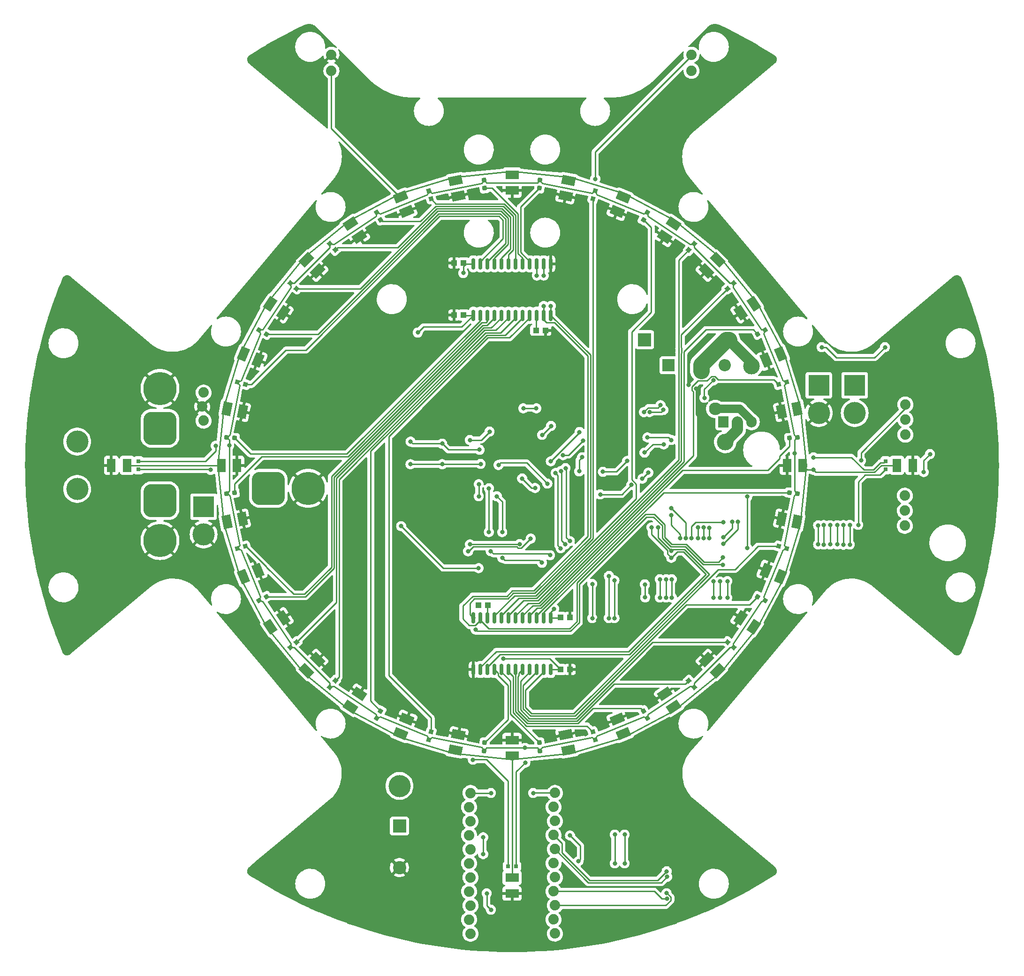
<source format=gbl>
%TF.GenerationSoftware,KiCad,Pcbnew,(6.0.0-0)*%
%TF.CreationDate,2022-03-23T00:11:17+08:00*%
%TF.ProjectId,layer1,6c617965-7231-42e6-9b69-6361645f7063,rev?*%
%TF.SameCoordinates,Original*%
%TF.FileFunction,Copper,L2,Bot*%
%TF.FilePolarity,Positive*%
%FSLAX46Y46*%
G04 Gerber Fmt 4.6, Leading zero omitted, Abs format (unit mm)*
G04 Created by KiCad (PCBNEW (6.0.0-0)) date 2022-03-23 00:11:17*
%MOMM*%
%LPD*%
G01*
G04 APERTURE LIST*
G04 Aperture macros list*
%AMRoundRect*
0 Rectangle with rounded corners*
0 $1 Rounding radius*
0 $2 $3 $4 $5 $6 $7 $8 $9 X,Y pos of 4 corners*
0 Add a 4 corners polygon primitive as box body*
4,1,4,$2,$3,$4,$5,$6,$7,$8,$9,$2,$3,0*
0 Add four circle primitives for the rounded corners*
1,1,$1+$1,$2,$3*
1,1,$1+$1,$4,$5*
1,1,$1+$1,$6,$7*
1,1,$1+$1,$8,$9*
0 Add four rect primitives between the rounded corners*
20,1,$1+$1,$2,$3,$4,$5,0*
20,1,$1+$1,$4,$5,$6,$7,0*
20,1,$1+$1,$6,$7,$8,$9,0*
20,1,$1+$1,$8,$9,$2,$3,0*%
%AMRotRect*
0 Rectangle, with rotation*
0 The origin of the aperture is its center*
0 $1 length*
0 $2 width*
0 $3 Rotation angle, in degrees counterclockwise*
0 Add horizontal line*
21,1,$1,$2,0,0,$3*%
G04 Aperture macros list end*
%TA.AperFunction,ComponentPad*%
%ADD10C,4.000000*%
%TD*%
%TA.AperFunction,ComponentPad*%
%ADD11C,1.879600*%
%TD*%
%TA.AperFunction,ComponentPad*%
%ADD12RoundRect,1.500000X1.500000X-1.500000X1.500000X1.500000X-1.500000X1.500000X-1.500000X-1.500000X0*%
%TD*%
%TA.AperFunction,ComponentPad*%
%ADD13C,6.000000*%
%TD*%
%TA.AperFunction,ComponentPad*%
%ADD14RoundRect,1.500000X-1.500000X1.500000X-1.500000X-1.500000X1.500000X-1.500000X1.500000X1.500000X0*%
%TD*%
%TA.AperFunction,ComponentPad*%
%ADD15R,2.200000X2.200000*%
%TD*%
%TA.AperFunction,ComponentPad*%
%ADD16O,2.200000X2.200000*%
%TD*%
%TA.AperFunction,ComponentPad*%
%ADD17R,1.905000X2.000000*%
%TD*%
%TA.AperFunction,ComponentPad*%
%ADD18O,1.905000X2.000000*%
%TD*%
%TA.AperFunction,ComponentPad*%
%ADD19R,2.400000X2.400000*%
%TD*%
%TA.AperFunction,ComponentPad*%
%ADD20O,2.400000X2.400000*%
%TD*%
%TA.AperFunction,ComponentPad*%
%ADD21R,3.800000X3.800000*%
%TD*%
%TA.AperFunction,ComponentPad*%
%ADD22RoundRect,1.500000X-1.500000X-1.500000X1.500000X-1.500000X1.500000X1.500000X-1.500000X1.500000X0*%
%TD*%
%TA.AperFunction,ComponentPad*%
%ADD23C,2.400000*%
%TD*%
%TA.AperFunction,SMDPad,CuDef*%
%ADD24RotRect,1.600000X2.400000X22.500000*%
%TD*%
%TA.AperFunction,SMDPad,CuDef*%
%ADD25RotRect,1.600000X2.400000X326.250000*%
%TD*%
%TA.AperFunction,SMDPad,CuDef*%
%ADD26RotRect,1.600000X2.400000X247.500000*%
%TD*%
%TA.AperFunction,SMDPad,CuDef*%
%ADD27RotRect,0.800000X0.800000X331.875000*%
%TD*%
%TA.AperFunction,SMDPad,CuDef*%
%ADD28R,1.099820X0.998220*%
%TD*%
%TA.AperFunction,SMDPad,CuDef*%
%ADD29RotRect,0.800000X0.800000X286.875000*%
%TD*%
%TA.AperFunction,SMDPad,CuDef*%
%ADD30RotRect,1.600000X2.400000X303.750000*%
%TD*%
%TA.AperFunction,SMDPad,CuDef*%
%ADD31RotRect,0.800000X0.800000X343.125000*%
%TD*%
%TA.AperFunction,SMDPad,CuDef*%
%ADD32R,0.800000X0.800000*%
%TD*%
%TA.AperFunction,SMDPad,CuDef*%
%ADD33R,1.600000X2.400000*%
%TD*%
%TA.AperFunction,SMDPad,CuDef*%
%ADD34RotRect,0.800000X0.800000X95.625000*%
%TD*%
%TA.AperFunction,SMDPad,CuDef*%
%ADD35RotRect,1.600000X2.400000X213.750000*%
%TD*%
%TA.AperFunction,SMDPad,CuDef*%
%ADD36RoundRect,0.150000X-0.150000X0.875000X-0.150000X-0.875000X0.150000X-0.875000X0.150000X0.875000X0*%
%TD*%
%TA.AperFunction,SMDPad,CuDef*%
%ADD37RotRect,0.800000X0.800000X219.375000*%
%TD*%
%TA.AperFunction,SMDPad,CuDef*%
%ADD38RotRect,1.600000X2.400000X67.500000*%
%TD*%
%TA.AperFunction,SMDPad,CuDef*%
%ADD39RotRect,1.600000X2.400000X191.250000*%
%TD*%
%TA.AperFunction,SMDPad,CuDef*%
%ADD40RotRect,0.800000X0.800000X28.125000*%
%TD*%
%TA.AperFunction,SMDPad,CuDef*%
%ADD41RotRect,0.800000X0.800000X118.125000*%
%TD*%
%TA.AperFunction,SMDPad,CuDef*%
%ADD42RotRect,0.800000X0.800000X84.375000*%
%TD*%
%TA.AperFunction,SMDPad,CuDef*%
%ADD43RotRect,1.600000X2.400000X135.000000*%
%TD*%
%TA.AperFunction,SMDPad,CuDef*%
%ADD44RotRect,0.800000X0.800000X140.625000*%
%TD*%
%TA.AperFunction,SMDPad,CuDef*%
%ADD45R,2.400000X1.600000*%
%TD*%
%TA.AperFunction,SMDPad,CuDef*%
%ADD46RotRect,0.800000X0.800000X208.125000*%
%TD*%
%TA.AperFunction,SMDPad,CuDef*%
%ADD47RotRect,1.600000X2.400000X157.500000*%
%TD*%
%TA.AperFunction,SMDPad,CuDef*%
%ADD48RotRect,1.600000X2.400000X348.750000*%
%TD*%
%TA.AperFunction,SMDPad,CuDef*%
%ADD49RotRect,1.600000X2.400000X202.500000*%
%TD*%
%TA.AperFunction,SMDPad,CuDef*%
%ADD50RotRect,1.600000X2.400000X225.000000*%
%TD*%
%TA.AperFunction,SMDPad,CuDef*%
%ADD51RotRect,0.800000X0.800000X298.125000*%
%TD*%
%TA.AperFunction,SMDPad,CuDef*%
%ADD52RotRect,0.800000X0.800000X230.625000*%
%TD*%
%TA.AperFunction,SMDPad,CuDef*%
%ADD53RotRect,0.800000X0.800000X196.875000*%
%TD*%
%TA.AperFunction,SMDPad,CuDef*%
%ADD54RotRect,1.600000X2.400000X56.250000*%
%TD*%
%TA.AperFunction,SMDPad,CuDef*%
%ADD55RotRect,0.800000X0.800000X185.625000*%
%TD*%
%TA.AperFunction,SMDPad,CuDef*%
%ADD56RotRect,0.800000X0.800000X253.125000*%
%TD*%
%TA.AperFunction,SMDPad,CuDef*%
%ADD57RotRect,1.600000X2.400000X112.500000*%
%TD*%
%TA.AperFunction,SMDPad,CuDef*%
%ADD58RotRect,0.800000X0.800000X309.375000*%
%TD*%
%TA.AperFunction,SMDPad,CuDef*%
%ADD59RotRect,0.800000X0.800000X163.125000*%
%TD*%
%TA.AperFunction,SMDPad,CuDef*%
%ADD60RotRect,0.800000X0.800000X275.625000*%
%TD*%
%TA.AperFunction,SMDPad,CuDef*%
%ADD61RotRect,0.800000X0.800000X5.625000*%
%TD*%
%TA.AperFunction,SMDPad,CuDef*%
%ADD62RotRect,0.800000X0.800000X354.375000*%
%TD*%
%TA.AperFunction,SMDPad,CuDef*%
%ADD63RotRect,1.600000X2.400000X33.750000*%
%TD*%
%TA.AperFunction,SMDPad,CuDef*%
%ADD64RotRect,1.600000X2.400000X168.750000*%
%TD*%
%TA.AperFunction,SMDPad,CuDef*%
%ADD65RoundRect,0.150000X0.150000X-0.875000X0.150000X0.875000X-0.150000X0.875000X-0.150000X-0.875000X0*%
%TD*%
%TA.AperFunction,SMDPad,CuDef*%
%ADD66RotRect,0.800000X0.800000X61.875000*%
%TD*%
%TA.AperFunction,SMDPad,CuDef*%
%ADD67RotRect,1.600000X2.400000X337.500000*%
%TD*%
%TA.AperFunction,SMDPad,CuDef*%
%ADD68RotRect,1.600000X2.400000X146.250000*%
%TD*%
%TA.AperFunction,SMDPad,CuDef*%
%ADD69RotRect,0.800000X0.800000X106.875000*%
%TD*%
%TA.AperFunction,SMDPad,CuDef*%
%ADD70RotRect,0.800000X0.800000X39.375000*%
%TD*%
%TA.AperFunction,SMDPad,CuDef*%
%ADD71RotRect,1.600000X2.400000X123.750000*%
%TD*%
%TA.AperFunction,SMDPad,CuDef*%
%ADD72RotRect,1.600000X2.400000X292.500000*%
%TD*%
%TA.AperFunction,SMDPad,CuDef*%
%ADD73RotRect,0.800000X0.800000X174.375000*%
%TD*%
%TA.AperFunction,SMDPad,CuDef*%
%ADD74RotRect,1.600000X2.400000X281.250000*%
%TD*%
%TA.AperFunction,SMDPad,CuDef*%
%ADD75RotRect,0.800000X0.800000X50.625000*%
%TD*%
%TA.AperFunction,SMDPad,CuDef*%
%ADD76RotRect,0.800000X0.800000X264.375000*%
%TD*%
%TA.AperFunction,SMDPad,CuDef*%
%ADD77RotRect,1.600000X2.400000X78.750000*%
%TD*%
%TA.AperFunction,SMDPad,CuDef*%
%ADD78RotRect,1.600000X2.400000X101.250000*%
%TD*%
%TA.AperFunction,SMDPad,CuDef*%
%ADD79RotRect,0.800000X0.800000X320.625000*%
%TD*%
%TA.AperFunction,SMDPad,CuDef*%
%ADD80RotRect,1.600000X2.400000X236.250000*%
%TD*%
%TA.AperFunction,SMDPad,CuDef*%
%ADD81RotRect,1.600000X2.400000X258.750000*%
%TD*%
%TA.AperFunction,SMDPad,CuDef*%
%ADD82RotRect,1.600000X2.400000X11.250000*%
%TD*%
%TA.AperFunction,SMDPad,CuDef*%
%ADD83RotRect,0.800000X0.800000X129.375000*%
%TD*%
%TA.AperFunction,SMDPad,CuDef*%
%ADD84RotRect,0.800000X0.800000X151.875000*%
%TD*%
%TA.AperFunction,SMDPad,CuDef*%
%ADD85RotRect,0.800000X0.800000X241.875000*%
%TD*%
%TA.AperFunction,SMDPad,CuDef*%
%ADD86RotRect,1.600000X2.400000X45.000000*%
%TD*%
%TA.AperFunction,SMDPad,CuDef*%
%ADD87RotRect,0.800000X0.800000X73.125000*%
%TD*%
%TA.AperFunction,SMDPad,CuDef*%
%ADD88RotRect,0.800000X0.800000X16.875000*%
%TD*%
%TA.AperFunction,SMDPad,CuDef*%
%ADD89RotRect,1.600000X2.400000X315.000000*%
%TD*%
%TA.AperFunction,ViaPad*%
%ADD90C,0.800000*%
%TD*%
%TA.AperFunction,ViaPad*%
%ADD91C,2.300000*%
%TD*%
%TA.AperFunction,ViaPad*%
%ADD92C,2.700000*%
%TD*%
%TA.AperFunction,ViaPad*%
%ADD93C,3.000000*%
%TD*%
%TA.AperFunction,Conductor*%
%ADD94C,0.250000*%
%TD*%
%TA.AperFunction,Conductor*%
%ADD95C,2.000000*%
%TD*%
%TA.AperFunction,Conductor*%
%ADD96C,1.500000*%
%TD*%
%TA.AperFunction,Conductor*%
%ADD97C,3.000000*%
%TD*%
G04 APERTURE END LIST*
D10*
%TO.P,REF\u002A\u002A,1*%
%TO.N,/SOLENOIDPOWER*%
X105410000Y-159258000D03*
%TD*%
D11*
%TO.P,SW1,3,C*%
%TO.N,Net-(LIGHTR1-Pad1)*%
X196723000Y-90373200D03*
%TO.P,SW1,2,B*%
%TO.N,+3V3*%
X196723000Y-93091000D03*
%TO.P,SW1,1,A*%
%TO.N,unconnected-(SW1-Pad1)*%
X196723000Y-95808800D03*
%TD*%
D12*
%TO.P,J0,1,Pin_1*%
%TO.N,/BATT12V*%
X62186320Y-94671000D03*
D13*
%TO.P,J0,2,Pin_2*%
%TO.N,GND*%
X62186320Y-87471000D03*
%TD*%
D14*
%TO.P,J1,1,Pin_1*%
%TO.N,+12V*%
X62186320Y-107740000D03*
D13*
%TO.P,J1,2,Pin_2*%
%TO.N,GND*%
X62186320Y-114940000D03*
%TD*%
D10*
%TO.P,J3,1,Pin_1*%
%TO.N,+12V*%
X47244000Y-105625900D03*
%TD*%
D11*
%TO.P,SW2,1,A*%
%TO.N,+3V3*%
X196638320Y-106828200D03*
%TO.P,SW2,2,B*%
%TO.N,/microcontroller/MCU3V3*%
X196638320Y-109546000D03*
%TO.P,SW2,3,C*%
%TO.N,/microcontroller/PROG3V3*%
X196638320Y-112263800D03*
%TD*%
%TO.P,GATE1R1,1*%
%TO.N,VCCQ*%
X158129951Y-27198200D03*
%TO.P,GATE1R1,2*%
%TO.N,Net-(GATE1R1-Pad2)*%
X158129951Y-30093800D03*
%TD*%
D15*
%TO.P,SOLENOIDD2,1,K*%
%TO.N,Net-(SOLENOIDD1-Pad1)*%
X153974800Y-83286600D03*
D16*
%TO.P,SOLENOIDD2,2,A*%
%TO.N,/SOLENOIDPOWER*%
X164134800Y-83286600D03*
%TD*%
D11*
%TO.P,MJ1,1,Pin_1*%
%TO.N,+3V3*%
X118237000Y-160525919D03*
%TO.P,MJ1,2,Pin_2*%
%TO.N,M1C1*%
X117983000Y-163065919D03*
%TO.P,MJ1,3,Pin_3*%
%TO.N,M1C2*%
X118237000Y-165605919D03*
%TO.P,MJ1,4,Pin_4*%
%TO.N,/microcontroller/M1INA*%
X117983000Y-168145919D03*
%TO.P,MJ1,5,Pin_5*%
%TO.N,/microcontroller/M1PWM*%
X118237000Y-170685919D03*
%TO.P,MJ1,6,Pin_6*%
%TO.N,M1CS*%
X117983000Y-173225919D03*
%TO.P,MJ1,7,Pin_7*%
%TO.N,M3CS*%
X118237000Y-175765919D03*
%TO.P,MJ1,8,Pin_8*%
%TO.N,/microcontroller/M3PWM*%
X117983000Y-178305919D03*
%TO.P,MJ1,9,Pin_9*%
%TO.N,/microcontroller/M3INA*%
X118237000Y-180845919D03*
%TO.P,MJ1,10,Pin_10*%
%TO.N,M3C2*%
X117983000Y-183385919D03*
%TO.P,MJ1,11,Pin_11*%
%TO.N,M3C1*%
X118237000Y-185925919D03*
%TD*%
D17*
%TO.P,SOLENOIDQ2,1,G*%
%TO.N,Net-(SOLENOIDQ2-Pad1)*%
X163906200Y-93502600D03*
D18*
%TO.P,SOLENOIDQ2,2,D*%
%TO.N,Net-(SOLENOIDD1-Pad2)*%
X166446200Y-93502600D03*
%TO.P,SOLENOIDQ2,3,S*%
%TO.N,Net-(SOLENOIDC1-Pad2)*%
X168986200Y-93502600D03*
%TD*%
D19*
%TO.P,SOLENOIDD1,1,K*%
%TO.N,Net-(SOLENOIDD1-Pad1)*%
X149656800Y-78663800D03*
D20*
%TO.P,SOLENOIDD1,2,A*%
%TO.N,Net-(SOLENOIDD1-Pad2)*%
X164896800Y-78663800D03*
%TD*%
D21*
%TO.P,BOOSTJ2,1,Pin_1*%
%TO.N,/SOLENOIDPOWER*%
X181102000Y-86908000D03*
D10*
%TO.P,BOOSTJ2,2,Pin_2*%
%TO.N,GND*%
X181102000Y-91908000D03*
%TD*%
%TO.P,J4,1,Pin_1*%
%TO.N,/BATT12V*%
X47244000Y-97066100D03*
%TD*%
D21*
%TO.P,BOOSTJ1,1,Pin_1*%
%TO.N,+12V*%
X70060320Y-108840000D03*
D10*
%TO.P,BOOSTJ1,2,Pin_2*%
%TO.N,GND*%
X70060320Y-113840000D03*
%TD*%
D11*
%TO.P,GATE1D1,1,Pin_1*%
%TO.N,Net-(D1-Pad2)*%
X93129951Y-30093800D03*
%TO.P,GATE1D1,2,Pin_2*%
%TO.N,GND*%
X93129951Y-27198200D03*
%TD*%
D22*
%TO.P,J2,1,Pin_1*%
%TO.N,+12V*%
X81744000Y-105511600D03*
D13*
%TO.P,J2,2,Pin_2*%
%TO.N,GND*%
X88944000Y-105511600D03*
%TD*%
D11*
%TO.P,BUCKJ1,1,Pin_1*%
%TO.N,+3V3*%
X70060320Y-88210213D03*
%TO.P,BUCKJ1,2,Pin_2*%
%TO.N,GND*%
X69806320Y-90750213D03*
%TO.P,BUCKJ1,3,Pin_3*%
%TO.N,+12V*%
X70060320Y-93290213D03*
%TD*%
D19*
%TO.P,C4,1*%
%TO.N,/SOLENOIDPOWER*%
X105410000Y-166497000D03*
D23*
%TO.P,C4,2*%
%TO.N,GND*%
X105410000Y-173997000D03*
%TD*%
D10*
%TO.P,SOLENOIDJ1,2,Pin_2*%
%TO.N,Net-(SOLENOIDD1-Pad2)*%
X187579000Y-91908000D03*
D21*
%TO.P,SOLENOIDJ1,1,Pin_1*%
%TO.N,/SOLENOIDPOWER*%
X187579000Y-86908000D03*
%TD*%
D11*
%TO.P,MJ2,1,Pin_1*%
%TO.N,+3V3*%
X133477000Y-160521000D03*
%TO.P,MJ2,2,Pin_2*%
%TO.N,M2C1*%
X133223000Y-163061000D03*
%TO.P,MJ2,3,Pin_3*%
%TO.N,M2C2*%
X133477000Y-165601000D03*
%TO.P,MJ2,4,Pin_4*%
%TO.N,/microcontroller/M2INA*%
X133223000Y-168141000D03*
%TO.P,MJ2,5,Pin_5*%
%TO.N,/microcontroller/M2PWM*%
X133477000Y-170681000D03*
%TO.P,MJ2,6,Pin_6*%
%TO.N,M2CS*%
X133223000Y-173221000D03*
%TO.P,MJ2,7,Pin_7*%
%TO.N,M4CS*%
X133477000Y-175761000D03*
%TO.P,MJ2,8,Pin_8*%
%TO.N,/microcontroller/M4PWM*%
X133223000Y-178301000D03*
%TO.P,MJ2,9,Pin_9*%
%TO.N,/microcontroller/M4INA*%
X133477000Y-180841000D03*
%TO.P,MJ2,10,Pin_10*%
%TO.N,M4C2*%
X133223000Y-183381000D03*
%TO.P,MJ2,11,Pin_11*%
%TO.N,M4C1*%
X133477000Y-185921000D03*
%TD*%
D24*
%TO.P,D27,1,K*%
%TO.N,GND*%
X171573145Y-82357047D03*
%TO.P,D27,2,A*%
%TO.N,Net-(D1-Pad2)*%
X174206201Y-81266399D03*
%TD*%
D25*
%TO.P,D22,1,K*%
%TO.N,GND*%
X166987735Y-128913489D03*
%TO.P,D22,2,A*%
%TO.N,Net-(D1-Pad2)*%
X169357423Y-130496865D03*
%TD*%
D26*
%TO.P,D15,1,K*%
%TO.N,GND*%
X106741079Y-147189113D03*
%TO.P,D15,2,A*%
%TO.N,Net-(D1-Pad2)*%
X105650431Y-149822169D03*
%TD*%
D27*
%TO.P,R7,1*%
%TO.N,VCCQ*%
X80042902Y-76934367D03*
%TO.P,R7,2*%
%TO.N,Net-(R7-Pad2)*%
X81365784Y-77641463D03*
%TD*%
D28*
%TO.P,R37,1*%
%TO.N,U1OUT*%
X116978311Y-64825919D03*
%TO.P,R37,2*%
%TO.N,GND*%
X115281591Y-64825919D03*
%TD*%
D29*
%TO.P,R3,1*%
%TO.N,VCCQ*%
X110692043Y-51781267D03*
%TO.P,R3,2*%
%TO.N,Net-(R3-Pad2)*%
X111127471Y-53216677D03*
%TD*%
D30*
%TO.P,D20,1,K*%
%TO.N,GND*%
X153297521Y-142603703D03*
%TO.P,D20,2,A*%
%TO.N,Net-(D1-Pad2)*%
X154880897Y-144973391D03*
%TD*%
D28*
%TO.P,C2,1*%
%TO.N,+3V3*%
X134506591Y-128825919D03*
%TO.P,C2,2*%
%TO.N,GND*%
X136203311Y-128825919D03*
%TD*%
D31*
%TO.P,R8,1*%
%TO.N,VCCQ*%
X76156614Y-86316696D03*
%TO.P,R8,2*%
%TO.N,Net-(R8-Pad2)*%
X77592024Y-86752124D03*
%TD*%
D32*
%TO.P,R35,1*%
%TO.N,VCCQ*%
X193129951Y-100598500D03*
%TO.P,R35,2*%
%TO.N,Net-(R35-Pad2)*%
X193129951Y-102098500D03*
%TD*%
D33*
%TO.P,D9,1,K*%
%TO.N,GND*%
X76109636Y-101345919D03*
%TO.P,D9,2,A*%
%TO.N,Net-(D1-Pad2)*%
X73259636Y-101345919D03*
%TD*%
D28*
%TO.P,C1,1*%
%TO.N,+3V3*%
X116978311Y-74225919D03*
%TO.P,C1,2*%
%TO.N,GND*%
X115281591Y-74225919D03*
%TD*%
D34*
%TO.P,R18,1*%
%TO.N,VCCQ*%
X130807631Y-152909154D03*
%TO.P,R18,2*%
%TO.N,Net-(R18-Pad2)*%
X130660605Y-151416376D03*
%TD*%
D35*
%TO.P,D12,1,K*%
%TO.N,GND*%
X84472167Y-128913489D03*
%TO.P,D12,2,A*%
%TO.N,Net-(D1-Pad2)*%
X82102479Y-130496865D03*
%TD*%
D36*
%TO.P,U1,1,COM*%
%TO.N,U1OUT*%
X118744951Y-64954604D03*
%TO.P,U1,2,I7*%
%TO.N,Net-(R8-Pad2)*%
X120014951Y-64954604D03*
%TO.P,U1,3,I6*%
%TO.N,Net-(R7-Pad2)*%
X121284951Y-64954604D03*
%TO.P,U1,4,I5*%
%TO.N,Net-(R6-Pad2)*%
X122554951Y-64954604D03*
%TO.P,U1,5,I4*%
%TO.N,Net-(R5-Pad2)*%
X123824951Y-64954604D03*
%TO.P,U1,6,I3*%
%TO.N,Net-(R4-Pad2)*%
X125094951Y-64954604D03*
%TO.P,U1,7,I2*%
%TO.N,Net-(R3-Pad2)*%
X126364951Y-64954604D03*
%TO.P,U1,8,I1*%
%TO.N,Net-(R2-Pad2)*%
X127634951Y-64954604D03*
%TO.P,U1,9,I0*%
%TO.N,Net-(R1-Pad2)*%
X128904951Y-64954604D03*
%TO.P,U1,10,S0*%
%TO.N,S0*%
X130174951Y-64954604D03*
%TO.P,U1,11,S1*%
%TO.N,S1*%
X131444951Y-64954604D03*
%TO.P,U1,12,GND*%
%TO.N,GND*%
X132714951Y-64954604D03*
%TO.P,U1,13,S3*%
%TO.N,S3*%
X132714951Y-74254604D03*
%TO.P,U1,14,S2*%
%TO.N,S2*%
X131444951Y-74254604D03*
%TO.P,U1,15,~{E}*%
%TO.N,Net-(R38-Pad1)*%
X130174951Y-74254604D03*
%TO.P,U1,16,I15*%
%TO.N,Net-(R16-Pad2)*%
X128904951Y-74254604D03*
%TO.P,U1,17,I14*%
%TO.N,Net-(R15-Pad2)*%
X127634951Y-74254604D03*
%TO.P,U1,18,I13*%
%TO.N,Net-(R14-Pad2)*%
X126364951Y-74254604D03*
%TO.P,U1,19,I12*%
%TO.N,Net-(R13-Pad2)*%
X125094951Y-74254604D03*
%TO.P,U1,20,I11*%
%TO.N,Net-(R12-Pad2)*%
X123824951Y-74254604D03*
%TO.P,U1,21,I10*%
%TO.N,Net-(R11-Pad2)*%
X122554951Y-74254604D03*
%TO.P,U1,22,I9*%
%TO.N,Net-(R10-Pad2)*%
X121284951Y-74254604D03*
%TO.P,U1,23,I8*%
%TO.N,Net-(R9-Pad2)*%
X120014951Y-74254604D03*
%TO.P,U1,24,VCC*%
%TO.N,+3V3*%
X118744951Y-74254604D03*
%TD*%
D37*
%TO.P,R29,1*%
%TO.N,VCCQ*%
X165774985Y-68490494D03*
%TO.P,R29,2*%
%TO.N,Net-(R29-Pad2)*%
X164615469Y-69442084D03*
%TD*%
D38*
%TO.P,D31,1,K*%
%TO.N,GND*%
X144718823Y-55502725D03*
%TO.P,D31,2,A*%
%TO.N,Net-(D1-Pad2)*%
X145809471Y-52869669D03*
%TD*%
D39*
%TO.P,D10,1,K*%
%TO.N,GND*%
X77063076Y-111026362D03*
%TO.P,D10,2,A*%
%TO.N,Net-(D1-Pad2)*%
X74267838Y-111582370D03*
%TD*%
D40*
%TO.P,R12,1*%
%TO.N,VCCQ*%
X80042902Y-125774841D03*
%TO.P,R12,2*%
%TO.N,Net-(R12-Pad2)*%
X81365784Y-125067745D03*
%TD*%
D41*
%TO.P,R20,1*%
%TO.N,VCCQ*%
X150150188Y-147041653D03*
%TO.P,R20,2*%
%TO.N,Net-(R20-Pad2)*%
X149443092Y-145718771D03*
%TD*%
D33*
%TO.P,D33,1,K*%
%TO.N,GND*%
X53404951Y-101345919D03*
%TO.P,D33,2,A*%
%TO.N,Net-(D1-Pad2)*%
X56254951Y-101345919D03*
%TD*%
D42*
%TO.P,R17,1*%
%TO.N,VCCQ*%
X120652271Y-152909154D03*
%TO.P,R17,2*%
%TO.N,Net-(R17-Pad2)*%
X120799297Y-151416376D03*
%TD*%
D43*
%TO.P,D5,1,K*%
%TO.N,GND*%
X90643090Y-66259058D03*
%TO.P,D5,2,A*%
%TO.N,Net-(D1-Pad2)*%
X88627836Y-64243804D03*
%TD*%
D44*
%TO.P,R22,1*%
%TO.N,VCCQ*%
X165774985Y-134218714D03*
%TO.P,R22,2*%
%TO.N,Net-(R22-Pad2)*%
X164615469Y-133267124D03*
%TD*%
D45*
%TO.P,D17,1,K*%
%TO.N,GND*%
X125729951Y-150966234D03*
%TO.P,D17,2,A*%
%TO.N,Net-(D1-Pad2)*%
X125729951Y-153816234D03*
%TD*%
D46*
%TO.P,R28,1*%
%TO.N,VCCQ*%
X171417000Y-76934367D03*
%TO.P,R28,2*%
%TO.N,Net-(R28-Pad2)*%
X170094118Y-77641463D03*
%TD*%
D47*
%TO.P,D7,1,K*%
%TO.N,GND*%
X79886757Y-82357047D03*
%TO.P,D7,2,A*%
%TO.N,Net-(D1-Pad2)*%
X77253701Y-81266399D03*
%TD*%
D33*
%TO.P,D35,1,K*%
%TO.N,GND*%
X198054951Y-101345919D03*
%TO.P,D35,2,A*%
%TO.N,Net-(D1-Pad2)*%
X195204951Y-101345919D03*
%TD*%
D28*
%TO.P,R38,1*%
%TO.N,Net-(R38-Pad1)*%
X130081591Y-76962000D03*
%TO.P,R38,2*%
%TO.N,GND*%
X131778311Y-76962000D03*
%TD*%
D48*
%TO.P,D24,1,K*%
%TO.N,GND*%
X174396826Y-111026362D03*
%TO.P,D24,2,A*%
%TO.N,Net-(D1-Pad2)*%
X177192064Y-111582370D03*
%TD*%
D28*
%TO.P,R40,1*%
%TO.N,Net-(R40-Pad1)*%
X121378311Y-126625919D03*
%TO.P,R40,2*%
%TO.N,GND*%
X119681591Y-126625919D03*
%TD*%
D49*
%TO.P,D11,1,K*%
%TO.N,GND*%
X79886757Y-120334791D03*
%TO.P,D11,2,A*%
%TO.N,Net-(D1-Pad2)*%
X77253701Y-121425439D03*
%TD*%
D50*
%TO.P,D13,1,K*%
%TO.N,GND*%
X90643090Y-136432780D03*
%TO.P,D13,2,A*%
%TO.N,Net-(D1-Pad2)*%
X88627836Y-138448034D03*
%TD*%
D51*
%TO.P,R4,1*%
%TO.N,VCCQ*%
X101309714Y-55667555D03*
%TO.P,R4,2*%
%TO.N,Net-(R4-Pad2)*%
X102016810Y-56990437D03*
%TD*%
D52*
%TO.P,R30,1*%
%TO.N,VCCQ*%
X158594061Y-61309570D03*
%TO.P,R30,2*%
%TO.N,Net-(R30-Pad2)*%
X157642471Y-62469086D03*
%TD*%
D28*
%TO.P,R39,1*%
%TO.N,U2OUT*%
X134481591Y-138225919D03*
%TO.P,R39,2*%
%TO.N,GND*%
X136178311Y-138225919D03*
%TD*%
D53*
%TO.P,R27,1*%
%TO.N,VCCQ*%
X175303288Y-86316696D03*
%TO.P,R27,2*%
%TO.N,Net-(R27-Pad2)*%
X173867878Y-86752124D03*
%TD*%
D45*
%TO.P,D34,1,K*%
%TO.N,GND*%
X125729951Y-178671000D03*
%TO.P,D34,2,A*%
%TO.N,Net-(D1-Pad2)*%
X125729951Y-175821000D03*
%TD*%
D54*
%TO.P,D30,1,K*%
%TO.N,GND*%
X153297521Y-60088135D03*
%TO.P,D30,2,A*%
%TO.N,Net-(D1-Pad2)*%
X154880897Y-57718447D03*
%TD*%
D55*
%TO.P,R26,1*%
%TO.N,VCCQ*%
X177284501Y-96276924D03*
%TO.P,R26,2*%
%TO.N,Net-(R26-Pad2)*%
X175791723Y-96423950D03*
%TD*%
D56*
%TO.P,R32,1*%
%TO.N,VCCQ*%
X140767859Y-51781267D03*
%TO.P,R32,2*%
%TO.N,Net-(R32-Pad2)*%
X140332431Y-53216677D03*
%TD*%
D57*
%TO.P,D3,1,K*%
%TO.N,GND*%
X106741079Y-55502725D03*
%TO.P,D3,2,A*%
%TO.N,Net-(D1-Pad2)*%
X105650431Y-52869669D03*
%TD*%
D45*
%TO.P,D1,1,K*%
%TO.N,GND*%
X125729951Y-51725604D03*
%TO.P,D1,2,A*%
%TO.N,Net-(D1-Pad2)*%
X125729951Y-48875604D03*
%TD*%
D58*
%TO.P,R5,1*%
%TO.N,VCCQ*%
X92865841Y-61309570D03*
%TO.P,R5,2*%
%TO.N,Net-(R5-Pad2)*%
X93817431Y-62469086D03*
%TD*%
D59*
%TO.P,R24,1*%
%TO.N,VCCQ*%
X175303288Y-116392512D03*
%TO.P,R24,2*%
%TO.N,Net-(R24-Pad2)*%
X173867878Y-115957084D03*
%TD*%
D60*
%TO.P,R2,1*%
%TO.N,VCCQ*%
X120652271Y-49800054D03*
%TO.P,R2,2*%
%TO.N,Net-(R2-Pad2)*%
X120799297Y-51292832D03*
%TD*%
D61*
%TO.P,R10,1*%
%TO.N,VCCQ*%
X74175401Y-106432284D03*
%TO.P,R10,2*%
%TO.N,Net-(R10-Pad2)*%
X75668179Y-106285258D03*
%TD*%
D62*
%TO.P,R9,1*%
%TO.N,VCCQ*%
X74175401Y-96276924D03*
%TO.P,R9,2*%
%TO.N,Net-(R9-Pad2)*%
X75668179Y-96423950D03*
%TD*%
D63*
%TO.P,D28,1,K*%
%TO.N,GND*%
X166987735Y-73778349D03*
%TO.P,D28,2,A*%
%TO.N,Net-(D1-Pad2)*%
X169357423Y-72194973D03*
%TD*%
D64*
%TO.P,D8,1,K*%
%TO.N,GND*%
X77063076Y-91665476D03*
%TO.P,D8,2,A*%
%TO.N,Net-(D1-Pad2)*%
X74267838Y-91109468D03*
%TD*%
D33*
%TO.P,D25,1,K*%
%TO.N,GND*%
X175350266Y-101345919D03*
%TO.P,D25,2,A*%
%TO.N,Net-(D1-Pad2)*%
X178200266Y-101345919D03*
%TD*%
D65*
%TO.P,U2,1,COM*%
%TO.N,U2OUT*%
X132714951Y-138236335D03*
%TO.P,U2,2,I7*%
%TO.N,Net-(R24-Pad2)*%
X131444951Y-138236335D03*
%TO.P,U2,3,I6*%
%TO.N,Net-(R23-Pad2)*%
X130174951Y-138236335D03*
%TO.P,U2,4,I5*%
%TO.N,Net-(R22-Pad2)*%
X128904951Y-138236335D03*
%TO.P,U2,5,I4*%
%TO.N,Net-(R21-Pad2)*%
X127634951Y-138236335D03*
%TO.P,U2,6,I3*%
%TO.N,Net-(R20-Pad2)*%
X126364951Y-138236335D03*
%TO.P,U2,7,I2*%
%TO.N,Net-(R19-Pad2)*%
X125094951Y-138236335D03*
%TO.P,U2,8,I1*%
%TO.N,Net-(R18-Pad2)*%
X123824951Y-138236335D03*
%TO.P,U2,9,I0*%
%TO.N,Net-(R17-Pad2)*%
X122554951Y-138236335D03*
%TO.P,U2,10,S0*%
%TO.N,S0*%
X121284951Y-138236335D03*
%TO.P,U2,11,S1*%
%TO.N,S1*%
X120014951Y-138236335D03*
%TO.P,U2,12,GND*%
%TO.N,GND*%
X118744951Y-138236335D03*
%TO.P,U2,13,S3*%
%TO.N,S3*%
X118744951Y-128936335D03*
%TO.P,U2,14,S2*%
%TO.N,S2*%
X120014951Y-128936335D03*
%TO.P,U2,15,~{E}*%
%TO.N,Net-(R40-Pad1)*%
X121284951Y-128936335D03*
%TO.P,U2,16,I15*%
%TO.N,Net-(R32-Pad2)*%
X122554951Y-128936335D03*
%TO.P,U2,17,I14*%
%TO.N,Net-(R31-Pad2)*%
X123824951Y-128936335D03*
%TO.P,U2,18,I13*%
%TO.N,Net-(R30-Pad2)*%
X125094951Y-128936335D03*
%TO.P,U2,19,I12*%
%TO.N,Net-(R29-Pad2)*%
X126364951Y-128936335D03*
%TO.P,U2,20,I11*%
%TO.N,Net-(R28-Pad2)*%
X127634951Y-128936335D03*
%TO.P,U2,21,I10*%
%TO.N,Net-(R27-Pad2)*%
X128904951Y-128936335D03*
%TO.P,U2,22,I9*%
%TO.N,Net-(R26-Pad2)*%
X130174951Y-128936335D03*
%TO.P,U2,23,I8*%
%TO.N,Net-(R25-Pad2)*%
X131444951Y-128936335D03*
%TO.P,U2,24,VCC*%
%TO.N,+3V3*%
X132714951Y-128936335D03*
%TD*%
D66*
%TO.P,R15,1*%
%TO.N,VCCQ*%
X101309714Y-147041653D03*
%TO.P,R15,2*%
%TO.N,Net-(R15-Pad2)*%
X102016810Y-145718771D03*
%TD*%
D67*
%TO.P,D23,1,K*%
%TO.N,GND*%
X171573145Y-120334791D03*
%TO.P,D23,2,A*%
%TO.N,Net-(D1-Pad2)*%
X174206201Y-121425439D03*
%TD*%
D32*
%TO.P,R34,1*%
%TO.N,VCCQ*%
X126479951Y-173746000D03*
%TO.P,R34,2*%
%TO.N,Net-(R34-Pad2)*%
X124979951Y-173746000D03*
%TD*%
D68*
%TO.P,D6,1,K*%
%TO.N,GND*%
X84472167Y-73778349D03*
%TO.P,D6,2,A*%
%TO.N,Net-(D1-Pad2)*%
X82102479Y-72194973D03*
%TD*%
D69*
%TO.P,R19,1*%
%TO.N,VCCQ*%
X140767859Y-150927941D03*
%TO.P,R19,2*%
%TO.N,Net-(R19-Pad2)*%
X140332431Y-149492531D03*
%TD*%
D70*
%TO.P,R13,1*%
%TO.N,VCCQ*%
X85684917Y-134218714D03*
%TO.P,R13,2*%
%TO.N,Net-(R13-Pad2)*%
X86844433Y-133267124D03*
%TD*%
D71*
%TO.P,D4,1,K*%
%TO.N,GND*%
X98162381Y-60088135D03*
%TO.P,D4,2,A*%
%TO.N,Net-(D1-Pad2)*%
X96579005Y-57718447D03*
%TD*%
D72*
%TO.P,D19,1,K*%
%TO.N,GND*%
X144718823Y-147189113D03*
%TO.P,D19,2,A*%
%TO.N,Net-(D1-Pad2)*%
X145809471Y-149822169D03*
%TD*%
D73*
%TO.P,R25,1*%
%TO.N,VCCQ*%
X177284501Y-106432284D03*
%TO.P,R25,2*%
%TO.N,Net-(R25-Pad2)*%
X175791723Y-106285258D03*
%TD*%
D74*
%TO.P,D18,1,K*%
%TO.N,GND*%
X135410394Y-150012794D03*
%TO.P,D18,2,A*%
%TO.N,Net-(D1-Pad2)*%
X135966402Y-152808032D03*
%TD*%
D32*
%TO.P,R33,1*%
%TO.N,VCCQ*%
X58329951Y-100598500D03*
%TO.P,R33,2*%
%TO.N,Net-(R33-Pad2)*%
X58329951Y-102098500D03*
%TD*%
D75*
%TO.P,R14,1*%
%TO.N,VCCQ*%
X92865841Y-141399638D03*
%TO.P,R14,2*%
%TO.N,Net-(R14-Pad2)*%
X93817431Y-140240122D03*
%TD*%
D76*
%TO.P,R1,1*%
%TO.N,VCCQ*%
X130807631Y-49800054D03*
%TO.P,R1,2*%
%TO.N,Net-(R1-Pad2)*%
X130660605Y-51292832D03*
%TD*%
D77*
%TO.P,D32,1,K*%
%TO.N,GND*%
X135410394Y-52679044D03*
%TO.P,D32,2,A*%
%TO.N,Net-(D1-Pad2)*%
X135966402Y-49883806D03*
%TD*%
D78*
%TO.P,D2,1,K*%
%TO.N,GND*%
X116049508Y-52679044D03*
%TO.P,D2,2,A*%
%TO.N,Net-(D1-Pad2)*%
X115493500Y-49883806D03*
%TD*%
D79*
%TO.P,R6,1*%
%TO.N,VCCQ*%
X85684917Y-68490494D03*
%TO.P,R6,2*%
%TO.N,Net-(R6-Pad2)*%
X86844433Y-69442084D03*
%TD*%
D80*
%TO.P,D14,1,K*%
%TO.N,GND*%
X98162381Y-142603703D03*
%TO.P,D14,2,A*%
%TO.N,Net-(D1-Pad2)*%
X96579005Y-144973391D03*
%TD*%
D81*
%TO.P,D16,1,K*%
%TO.N,GND*%
X116049508Y-150012794D03*
%TO.P,D16,2,A*%
%TO.N,Net-(D1-Pad2)*%
X115493500Y-152808032D03*
%TD*%
D82*
%TO.P,D26,1,K*%
%TO.N,GND*%
X174396826Y-91665476D03*
%TO.P,D26,2,A*%
%TO.N,Net-(D1-Pad2)*%
X177192064Y-91109468D03*
%TD*%
D83*
%TO.P,R21,1*%
%TO.N,VCCQ*%
X158594061Y-141399638D03*
%TO.P,R21,2*%
%TO.N,Net-(R21-Pad2)*%
X157642471Y-140240122D03*
%TD*%
D84*
%TO.P,R23,1*%
%TO.N,VCCQ*%
X171417000Y-125774841D03*
%TO.P,R23,2*%
%TO.N,Net-(R23-Pad2)*%
X170094118Y-125067745D03*
%TD*%
D85*
%TO.P,R31,1*%
%TO.N,VCCQ*%
X150150188Y-55667555D03*
%TO.P,R31,2*%
%TO.N,Net-(R31-Pad2)*%
X149443092Y-56990437D03*
%TD*%
D86*
%TO.P,D29,1,K*%
%TO.N,GND*%
X160816812Y-66259058D03*
%TO.P,D29,2,A*%
%TO.N,Net-(D1-Pad2)*%
X162832066Y-64243804D03*
%TD*%
D87*
%TO.P,R16,1*%
%TO.N,VCCQ*%
X110692043Y-150927941D03*
%TO.P,R16,2*%
%TO.N,Net-(R16-Pad2)*%
X111127471Y-149492531D03*
%TD*%
D88*
%TO.P,R11,1*%
%TO.N,VCCQ*%
X76156614Y-116392512D03*
%TO.P,R11,2*%
%TO.N,Net-(R11-Pad2)*%
X77592024Y-115957084D03*
%TD*%
D89*
%TO.P,D21,1,K*%
%TO.N,GND*%
X160816812Y-136432780D03*
%TO.P,D21,2,A*%
%TO.N,Net-(D1-Pad2)*%
X162832066Y-138448034D03*
%TD*%
D90*
%TO.N,GND*%
X136398000Y-68326000D03*
X130302000Y-69850000D03*
X110744000Y-80772000D03*
X110744000Y-94234000D03*
X150622000Y-87630000D03*
X149860000Y-93980000D03*
X143256000Y-94742000D03*
X144018000Y-91440000D03*
X135636000Y-91948000D03*
X148844000Y-97536000D03*
X145796000Y-103378000D03*
X148590000Y-101600000D03*
%TO.N,+3V3*%
X121920000Y-160528000D03*
X168173400Y-116306600D03*
X201168000Y-99314000D03*
X149758400Y-125196713D03*
X200038320Y-102562213D03*
X133318320Y-127262213D03*
X119698320Y-119922213D03*
X129540000Y-160528000D03*
X168173400Y-107009758D03*
X108718320Y-77372213D03*
X105718320Y-112332213D03*
X149707600Y-122848673D03*
%TO.N,/microcontroller/OSCIN*%
X119879951Y-98546000D03*
X107417451Y-97058500D03*
X113129951Y-97446000D03*
%TO.N,/microcontroller/OSCOUT*%
X107404951Y-101146000D03*
X120065800Y-101092000D03*
X113129951Y-101145120D03*
%TO.N,/microcontroller/RESET*%
X153118320Y-97562213D03*
X138378320Y-99892213D03*
X123288320Y-101292213D03*
X132105400Y-104648000D03*
X146508320Y-100552213D03*
X137853876Y-102430124D03*
X142135020Y-102525669D03*
X149648320Y-99052213D03*
%TO.N,/microcontroller/DEBUGTX*%
X121894600Y-116840000D03*
X132588320Y-117582213D03*
X121548320Y-113402213D03*
X121568320Y-105502213D03*
%TO.N,/microcontroller/DEBUGRX*%
X123968320Y-113402213D03*
X123978320Y-118062202D03*
X122979951Y-106943844D03*
X131140200Y-118948200D03*
%TO.N,/microcontroller/MCU3V3*%
X138529750Y-96871201D03*
X154482800Y-96774000D03*
X134932876Y-99509124D03*
X150167451Y-96296000D03*
%TO.N,M2C2*%
X163271200Y-122326400D03*
X160274000Y-112522000D03*
X163271200Y-125272800D03*
X160274000Y-114503200D03*
%TO.N,M2C1*%
X159258000Y-114503200D03*
X159258000Y-112572800D03*
X162052000Y-122326400D03*
X162052000Y-125272800D03*
%TO.N,M1C2*%
X154432000Y-109093000D03*
X157093545Y-114493495D03*
X153543000Y-121920000D03*
X153543000Y-125222000D03*
%TO.N,M1C1*%
X156093590Y-114518139D03*
X154432000Y-110363000D03*
X152400000Y-125222000D03*
X152400000Y-121920000D03*
%TO.N,M4CS*%
X163830000Y-115544600D03*
X144272000Y-168046400D03*
X180991956Y-112183356D03*
X166497000Y-111568889D03*
X180991956Y-115641326D03*
X144272000Y-173228000D03*
%TO.N,M3CS*%
X181991000Y-115671600D03*
X146050000Y-173228000D03*
X163830000Y-114320020D03*
X181991000Y-112141000D03*
X146050000Y-168046400D03*
X165455600Y-111582200D03*
%TO.N,VCCQ*%
X180129951Y-99906000D03*
X110744000Y-51816000D03*
X140754951Y-49615582D03*
X140766180Y-51781101D03*
X176779951Y-99146000D03*
X72235788Y-97822305D03*
X128129951Y-155046000D03*
X74679951Y-97786000D03*
X128089951Y-152396000D03*
%TO.N,GND*%
X99060000Y-52324000D03*
X156629951Y-129825919D03*
X142418320Y-110112213D03*
X126288751Y-53593919D03*
X169808320Y-118262213D03*
X147320000Y-118618000D03*
X170154600Y-114452400D03*
X170688000Y-68580000D03*
X164236400Y-74777600D03*
X168402000Y-78486000D03*
X143258320Y-104542213D03*
X146050000Y-48514000D03*
X139928320Y-138172213D03*
X161315400Y-78105000D03*
X124993400Y-121666000D03*
X98254320Y-109038213D03*
X131629951Y-149825919D03*
X141224000Y-129286000D03*
X142113000Y-147777200D03*
X119498320Y-88002213D03*
X110888320Y-108002213D03*
X198120000Y-101600000D03*
X111478320Y-130192213D03*
X137414000Y-108458000D03*
X104129951Y-59825919D03*
X153924000Y-48260000D03*
X159278320Y-103642213D03*
X144018000Y-98806000D03*
X148361400Y-143078200D03*
X158927800Y-87492840D03*
X88646000Y-127254000D03*
X80772000Y-133858000D03*
X159004000Y-70104000D03*
X141478000Y-133858000D03*
X153924000Y-50800000D03*
X137414000Y-113538000D03*
X92078320Y-131662213D03*
X91088320Y-111972213D03*
X96984320Y-80336213D03*
X119125951Y-52527119D03*
X146050000Y-46990000D03*
X101668320Y-132342213D03*
X130683000Y-156464000D03*
X125432320Y-102434213D03*
X78232000Y-100584000D03*
X71374000Y-119126000D03*
X134874000Y-133096000D03*
X101629951Y-102350919D03*
X157607518Y-86780478D03*
X148336000Y-130556000D03*
X153924000Y-137566400D03*
X160274000Y-93472000D03*
X198120000Y-120904000D03*
X127762000Y-107188000D03*
X99129951Y-64850919D03*
X141706600Y-126415800D03*
X143878320Y-80372213D03*
X134239000Y-100533200D03*
X186131200Y-104571800D03*
X124993400Y-110718600D03*
X86614000Y-100838000D03*
X153924000Y-45720000D03*
X82098320Y-122962213D03*
X135636000Y-126492000D03*
X146050000Y-45466000D03*
X131879951Y-99546000D03*
X119738320Y-126622213D03*
X91629951Y-72325919D03*
X133848320Y-83992213D03*
X113792000Y-78232000D03*
X139954000Y-131064000D03*
X151155400Y-100912213D03*
X124654951Y-94671000D03*
X143764000Y-64008000D03*
X120396000Y-123444000D03*
X125425200Y-148539200D03*
X174421800Y-107238800D03*
X121666000Y-70104000D03*
X105410000Y-85598000D03*
X71120000Y-83820000D03*
X131578320Y-108782213D03*
X191770000Y-110998000D03*
X84531200Y-79121000D03*
X99060000Y-152400000D03*
X152908000Y-68326000D03*
X116332000Y-57912000D03*
X138938000Y-149860000D03*
X146188320Y-107612213D03*
X170518320Y-123212213D03*
X92964000Y-93980000D03*
X171450000Y-104140000D03*
X120167400Y-108966000D03*
X109473951Y-55168719D03*
X128117600Y-150825200D03*
X185938320Y-118162213D03*
X161823400Y-131140200D03*
X96468320Y-129142213D03*
%TO.N,M2CS*%
X164592000Y-122275600D03*
X137718800Y-172847000D03*
X136194800Y-168198800D03*
X161290000Y-112674400D03*
X161290000Y-114503200D03*
X164592000Y-125272800D03*
%TO.N,M1CS*%
X120523000Y-168529000D03*
X154559000Y-125222000D03*
X158134124Y-114509476D03*
X163830000Y-111633000D03*
X154559000Y-121920000D03*
X120523000Y-171577000D03*
%TO.N,M4C2*%
X183134000Y-112166400D03*
X183134000Y-115646200D03*
%TO.N,M4C1*%
X184404000Y-115646200D03*
X184404000Y-112166400D03*
%TO.N,/microcontroller/M3PWM*%
X121920000Y-181610000D03*
X121158000Y-178663600D03*
%TO.N,M3C2*%
X185547000Y-115697000D03*
X185547000Y-112141000D03*
%TO.N,M3C1*%
X186690000Y-115671600D03*
X186690000Y-112115600D03*
%TO.N,/microcontroller/M2INA*%
X153644600Y-174673300D03*
%TO.N,/microcontroller/M2PWM*%
X153720800Y-175673300D03*
%TO.N,/microcontroller/TX*%
X133602220Y-102741731D03*
X144221200Y-122123200D03*
X134518400Y-116332000D03*
X144221200Y-128955800D03*
%TO.N,/microcontroller/RX*%
X134536932Y-102387727D03*
X135305800Y-115646200D03*
X143205200Y-128955800D03*
X143230600Y-121335800D03*
%TO.N,/microcontroller/LIGHT_INT*%
X136169400Y-115036600D03*
X140208000Y-122783600D03*
X135382000Y-101854000D03*
X140208000Y-128955800D03*
%TO.N,/microcontroller/SWDIO*%
X193040000Y-80010000D03*
X149526020Y-91734513D03*
X152538089Y-90482754D03*
X132728320Y-100622213D03*
X181610000Y-80010000D03*
X137918320Y-95332213D03*
%TO.N,/microcontroller/SWDCLOCK*%
X150548320Y-91732213D03*
X153048320Y-91342213D03*
X132778320Y-94242213D03*
X131158320Y-95862213D03*
%TO.N,GNDA*%
X121666000Y-95250000D03*
X118110000Y-96774000D03*
%TO.N,S0*%
X152119951Y-112546000D03*
X130204951Y-67075919D03*
X154479951Y-116796000D03*
%TO.N,S1*%
X154479951Y-118056000D03*
X150909951Y-112546000D03*
X131454951Y-67075919D03*
X127761951Y-91054000D03*
X130119951Y-91046000D03*
%TO.N,S2*%
X163779951Y-118021000D03*
X131454951Y-72575919D03*
%TO.N,S3*%
X132729951Y-72575919D03*
X119151400Y-131013200D03*
X163779951Y-119346000D03*
X118729951Y-128896000D03*
%TO.N,Net-(LIGHTR1-Pad1)*%
X188722000Y-100482400D03*
%TO.N,/microcontroller/M4PWM*%
X153670000Y-179628800D03*
%TO.N,/microcontroller/M4INA*%
X153616936Y-178630707D03*
%TO.N,U1OUT*%
X116929951Y-66625919D03*
%TO.N,U2OUT*%
X119729951Y-106946000D03*
X119729750Y-104771201D03*
X124129951Y-136225919D03*
%TO.N,U3OUT*%
X147269086Y-104884619D03*
X129904951Y-105446000D03*
X149258800Y-103750600D03*
X127554951Y-103721000D03*
X141654951Y-106596000D03*
X150342600Y-102666800D03*
%TO.N,Net-(D1-Pad2)*%
X180129951Y-102171000D03*
%TO.N,Net-(R33-Pad2)*%
X71330320Y-102180213D03*
X118139951Y-115616000D03*
X127119951Y-115576000D03*
%TO.N,Net-(R34-Pad2)*%
X118668800Y-154533600D03*
X117804951Y-116866000D03*
X129109951Y-114576000D03*
%TO.N,Net-(R35-Pad2)*%
X188214000Y-112115600D03*
D91*
%TO.N,Net-(SOLENOIDC1-Pad2)*%
X162407600Y-91160600D03*
D92*
%TO.N,Net-(SOLENOIDD1-Pad2)*%
X159893000Y-84277200D03*
D93*
X164211000Y-97155000D03*
D90*
X162052000Y-86004400D03*
D93*
X168986200Y-83413600D03*
D90*
X160445700Y-89160100D03*
%TD*%
D94*
%TO.N,/microcontroller/SWDIO*%
X181610000Y-80010000D02*
X182372000Y-80010000D01*
X182372000Y-80010000D02*
X184251600Y-81889600D01*
X184251600Y-81889600D02*
X191160400Y-81889600D01*
X191160400Y-81889600D02*
X193040000Y-80010000D01*
%TO.N,Net-(R26-Pad2)*%
X174048974Y-99686826D02*
X174048974Y-100106541D01*
X130174951Y-128510263D02*
X130174951Y-128936335D01*
X175791723Y-97944077D02*
X174048974Y-99686826D01*
X175791723Y-96423950D02*
X175791723Y-97944077D01*
X174048974Y-100106541D02*
X171920515Y-102235000D01*
X171920515Y-102235000D02*
X156496367Y-102235000D01*
X156496367Y-102235000D02*
X131144552Y-127586815D01*
X131144552Y-127586815D02*
X131098399Y-127586815D01*
X131098399Y-127586815D02*
X130174951Y-128510263D01*
D95*
%TO.N,Net-(SOLENOIDD1-Pad2)*%
X166446200Y-94919800D02*
X166446200Y-93502600D01*
X164211000Y-97155000D02*
X166446200Y-94919800D01*
D94*
%TO.N,Net-(LIGHTR1-Pad1)*%
X188722000Y-100482400D02*
X188722000Y-99060000D01*
X196638320Y-91143680D02*
X196638320Y-90404413D01*
X188722000Y-99060000D02*
X196638320Y-91143680D01*
%TO.N,Net-(R10-Pad2)*%
X75668179Y-104671821D02*
X80598267Y-99741733D01*
X80598267Y-99741733D02*
X96100672Y-99741733D01*
X120238281Y-75604124D02*
X120991876Y-75604124D01*
X96100672Y-99741733D02*
X120238281Y-75604124D01*
X75668179Y-106285258D02*
X75668179Y-104671821D01*
X120991876Y-75604124D02*
X121284951Y-75311049D01*
X121284951Y-75311049D02*
X121284951Y-74254604D01*
%TO.N,U1OUT*%
X118744951Y-64954604D02*
X117407032Y-64954604D01*
X117407032Y-64954604D02*
X116929951Y-65431685D01*
X116929951Y-65431685D02*
X116929951Y-66625919D01*
%TO.N,+3V3*%
X168188320Y-107100878D02*
X168188320Y-116291680D01*
X201168000Y-99314000D02*
X200038320Y-100443680D01*
X113308320Y-119922213D02*
X105718320Y-112332213D01*
X118237000Y-160525919D02*
X121920000Y-160528000D01*
X134469535Y-128936335D02*
X134579951Y-128825919D01*
X119698320Y-119922213D02*
X113308320Y-119922213D01*
X129540000Y-160528000D02*
X129547000Y-160521000D01*
X129547000Y-160521000D02*
X133477000Y-160521000D01*
X168188320Y-116291680D02*
X168173400Y-116306600D01*
X149728320Y-125166633D02*
X149728320Y-122869393D01*
X108718320Y-77372213D02*
X109738320Y-76352213D01*
X118744951Y-74254604D02*
X116933636Y-74254604D01*
X132714951Y-128936335D02*
X134469535Y-128936335D01*
X149728320Y-122869393D02*
X149707600Y-122848673D01*
X116647342Y-76352213D02*
X118744951Y-74254604D01*
X132714951Y-127865582D02*
X133318320Y-127262213D01*
X200038320Y-100443680D02*
X200038320Y-102562213D01*
X132714951Y-128936335D02*
X132714951Y-127865582D01*
X149758400Y-125196713D02*
X149728320Y-125166633D01*
X109738320Y-76352213D02*
X116647342Y-76352213D01*
%TO.N,/microcontroller/OSCIN*%
X114229951Y-98546000D02*
X113129951Y-97446000D01*
X113129951Y-97446000D02*
X107804951Y-97446000D01*
X119879951Y-98546000D02*
X114229951Y-98546000D01*
X107804951Y-97446000D02*
X107417451Y-97058500D01*
%TO.N,/microcontroller/OSCOUT*%
X120065800Y-101092000D02*
X113183071Y-101092000D01*
X107405831Y-101145120D02*
X107404951Y-101146000D01*
X113129951Y-101145120D02*
X107405831Y-101145120D01*
X113183071Y-101092000D02*
X113129951Y-101145120D01*
%TO.N,/microcontroller/RESET*%
X144534864Y-102525669D02*
X146508320Y-100552213D01*
X123670320Y-100910213D02*
X123288320Y-101292213D01*
X132105400Y-104648000D02*
X128367613Y-100910213D01*
X128367613Y-100910213D02*
X123670320Y-100910213D01*
X142135020Y-102525669D02*
X144534864Y-102525669D01*
X153118320Y-97562213D02*
X151138320Y-97562213D01*
X137853876Y-102430124D02*
X137853876Y-100416657D01*
X137853876Y-100416657D02*
X138378320Y-99892213D01*
X151138320Y-97562213D02*
X149648320Y-99052213D01*
%TO.N,/microcontroller/DEBUGTX*%
X122392302Y-117337702D02*
X132343809Y-117337702D01*
X121568320Y-105502213D02*
X121568320Y-113382213D01*
X121568320Y-113382213D02*
X121548320Y-113402213D01*
X121894600Y-116840000D02*
X122392302Y-117337702D01*
X132343809Y-117337702D02*
X132588320Y-117582213D01*
%TO.N,/microcontroller/DEBUGRX*%
X123968320Y-107932213D02*
X123968320Y-113402213D01*
X124407118Y-118491000D02*
X123978320Y-118062202D01*
X122979951Y-106943844D02*
X123968320Y-107932213D01*
X131140200Y-118948200D02*
X130683000Y-118491000D01*
X130683000Y-118491000D02*
X124407118Y-118491000D01*
%TO.N,/microcontroller/MCU3V3*%
X154004800Y-96296000D02*
X150167451Y-96296000D01*
X135916827Y-99509124D02*
X138529750Y-96896201D01*
X138529750Y-96896201D02*
X138529750Y-96871201D01*
X134932876Y-99509124D02*
X135916827Y-99509124D01*
X154482800Y-96774000D02*
X154004800Y-96296000D01*
%TO.N,Net-(R38-Pad1)*%
X130081591Y-76962000D02*
X130081591Y-74347964D01*
X130081591Y-74347964D02*
X130174951Y-74254604D01*
%TO.N,Net-(R40-Pad1)*%
X121284951Y-126695919D02*
X121354951Y-126625919D01*
X121284951Y-128936335D02*
X121284951Y-126695919D01*
%TO.N,M2C2*%
X163271200Y-125272800D02*
X163271200Y-122326400D01*
X160274000Y-114503200D02*
X160274000Y-112522000D01*
%TO.N,M2C1*%
X162052000Y-125272800D02*
X162052000Y-122326400D01*
X159258000Y-114503200D02*
X159258000Y-112572800D01*
%TO.N,M1C2*%
X157093545Y-111754545D02*
X154432000Y-109093000D01*
X157093545Y-114493495D02*
X157093545Y-111754545D01*
X153543000Y-125222000D02*
X153543000Y-121920000D01*
%TO.N,M1C1*%
X156093590Y-114518139D02*
X156093590Y-113802590D01*
X152400000Y-125222000D02*
X152400000Y-121920000D01*
X156093590Y-113802590D02*
X154432000Y-112141000D01*
X154432000Y-112141000D02*
X154432000Y-110363000D01*
%TO.N,M4CS*%
X166497000Y-112877600D02*
X163830000Y-115544600D01*
X180991956Y-115641326D02*
X180991956Y-112183356D01*
X144272000Y-173228000D02*
X144272000Y-168046400D01*
X166497000Y-111568889D02*
X166497000Y-112877600D01*
%TO.N,M3CS*%
X146050000Y-173228000D02*
X146050000Y-168046400D01*
X165455600Y-112694420D02*
X163830000Y-114320020D01*
X181991000Y-115671600D02*
X181991000Y-112141000D01*
X165455600Y-111582200D02*
X165455600Y-112694420D01*
%TO.N,VCCQ*%
X101314494Y-55666104D02*
X101177663Y-56354001D01*
X175295339Y-86311385D02*
X174647355Y-86042981D01*
X171409051Y-125762944D02*
X171140647Y-125114959D01*
X150145408Y-147025896D02*
X150282239Y-146337999D01*
X93558518Y-141247049D02*
X101177663Y-146337999D01*
X174647355Y-86042981D02*
X171140647Y-77577041D01*
X101177663Y-56354001D02*
X93558518Y-61444951D01*
X80737952Y-76793712D02*
X80050055Y-76930543D01*
X176779951Y-96764266D02*
X177275897Y-96268320D01*
X126559951Y-156616000D02*
X128129951Y-155046000D01*
X85828902Y-69174567D02*
X80737952Y-76793712D01*
X130807631Y-49800054D02*
X130311685Y-50296000D01*
X141032970Y-52428596D02*
X140764566Y-51780612D01*
X74679951Y-96764266D02*
X74679951Y-97786000D01*
X177276062Y-96269999D02*
X176692892Y-95880336D01*
X165067528Y-134204026D02*
X165768901Y-134204026D01*
X165631000Y-69174567D02*
X165767831Y-68486670D01*
X80050851Y-76929056D02*
X80319255Y-77577041D01*
X165631000Y-133517433D02*
X170721950Y-125898288D01*
X171409847Y-76930543D02*
X170721950Y-76793712D01*
X130805952Y-152892111D02*
X131195615Y-152308941D01*
X157901384Y-141247049D02*
X158589281Y-141383880D01*
X174647355Y-116649019D02*
X175295339Y-116380615D01*
X190984105Y-102160710D02*
X189232749Y-102160710D01*
X76812547Y-116649019D02*
X80319255Y-125114959D01*
X158129951Y-27376000D02*
X140754951Y-44751000D01*
X192832052Y-100896399D02*
X192248416Y-100896399D01*
X80737952Y-125898288D02*
X85828902Y-133517433D01*
X157901384Y-61444951D02*
X150282239Y-56354001D01*
X76812547Y-86042981D02*
X76164563Y-86311385D01*
X74767010Y-106811664D02*
X76554714Y-115799058D01*
X131195615Y-152308941D02*
X140183009Y-150521237D01*
X120652271Y-152891946D02*
X121148217Y-152396000D01*
X174905188Y-86892942D02*
X175294850Y-86309771D01*
X174905188Y-115799058D02*
X176692892Y-106811664D01*
X171140647Y-125114959D02*
X174647355Y-116649019D01*
X170721950Y-125898288D02*
X171409847Y-125761457D01*
X165067528Y-68487974D02*
X158587977Y-62008423D01*
X110426932Y-150263404D02*
X110695336Y-150911388D01*
X175294850Y-116382229D02*
X174905188Y-115799058D01*
X158587977Y-140683577D02*
X165067528Y-134204026D01*
X140764566Y-150911388D02*
X141032970Y-150263404D01*
X58329951Y-100598500D02*
X70384561Y-100598500D01*
X141032970Y-150263404D02*
X149498910Y-146756696D01*
X120653950Y-49799889D02*
X120264287Y-50383059D01*
X74183840Y-106422001D02*
X74767010Y-106811664D01*
X76554714Y-86892942D02*
X74767010Y-95880336D01*
X193129951Y-100598500D02*
X192832052Y-100896399D01*
X92870621Y-141383880D02*
X93558518Y-141247049D01*
X110426932Y-52428596D02*
X101960992Y-55935304D01*
X86392374Y-134204026D02*
X92871925Y-140683577D01*
X121148217Y-152396000D02*
X128089951Y-152396000D01*
X101313007Y-147025100D02*
X101960992Y-146756696D01*
X74184005Y-96268320D02*
X74679951Y-96764266D01*
X171140647Y-77577041D02*
X171409051Y-76929056D01*
X149498910Y-55935304D02*
X141032970Y-52428596D01*
X140183009Y-150521237D02*
X140766180Y-150910899D01*
X140183009Y-52170763D02*
X131195615Y-50383059D01*
X120264287Y-50383059D02*
X111276893Y-52170763D01*
X86392374Y-68487974D02*
X85691001Y-68487974D01*
X130311685Y-50296000D02*
X121148217Y-50296000D01*
X80050055Y-125761457D02*
X80737952Y-125898288D01*
X101177663Y-146337999D02*
X101314494Y-147025896D01*
X176692892Y-95880336D02*
X174905188Y-86892942D01*
X110695336Y-51780612D02*
X110426932Y-52428596D01*
X74767010Y-95880336D02*
X74183840Y-96269999D01*
X150282239Y-146337999D02*
X157901384Y-141247049D01*
X121148217Y-50296000D02*
X120652271Y-49800054D01*
X92871925Y-140683577D02*
X92871925Y-141384950D01*
X72235788Y-98747273D02*
X72235788Y-97822305D01*
X80319255Y-125114959D02*
X80050851Y-125762944D01*
X176779951Y-105927734D02*
X176779951Y-99146000D01*
X80319255Y-77577041D02*
X76812547Y-86042981D01*
X126479951Y-173746000D02*
X126479951Y-156696000D01*
X70384561Y-100598500D02*
X72235788Y-98747273D01*
X186978039Y-99906000D02*
X180129951Y-99906000D01*
X176692892Y-106811664D02*
X177276062Y-106422001D01*
X92871925Y-61307050D02*
X92871925Y-62008423D01*
X111276893Y-150521237D02*
X120264287Y-152308941D01*
X101960992Y-55935304D02*
X101313007Y-55666900D01*
X140766180Y-51781101D02*
X140183009Y-52170763D01*
X76554714Y-115799058D02*
X76165052Y-116382229D01*
X85692071Y-68486670D02*
X85828902Y-69174567D01*
X92871925Y-62008423D02*
X86392374Y-68487974D01*
X110693722Y-150910899D02*
X111276893Y-150521237D01*
X85828902Y-133517433D02*
X85692071Y-134205330D01*
X101960992Y-146756696D02*
X110426932Y-150263404D01*
X74679951Y-105927734D02*
X74184005Y-106423680D01*
X74679951Y-97786000D02*
X74679951Y-105927734D01*
X120264287Y-152308941D02*
X120653950Y-152892111D01*
X165767831Y-134205330D02*
X165631000Y-133517433D01*
X76164563Y-116380615D02*
X76812547Y-116649019D01*
X150282239Y-56354001D02*
X150145408Y-55666104D01*
X126479951Y-156696000D02*
X126559951Y-156616000D01*
X131195615Y-50383059D02*
X130805952Y-49799889D01*
X158587977Y-62008423D02*
X158587977Y-61307050D01*
X176779951Y-99146000D02*
X176779951Y-96764266D01*
X130311685Y-152396000D02*
X128089951Y-152396000D01*
X85691001Y-134204026D02*
X86392374Y-134204026D01*
X149498910Y-146756696D02*
X150146895Y-147025100D01*
X170721950Y-76793712D02*
X165631000Y-69174567D01*
X158589281Y-61308120D02*
X157901384Y-61444951D01*
X93558518Y-61444951D02*
X92870621Y-61308120D01*
X158587977Y-141384950D02*
X158587977Y-140683577D01*
X165768901Y-68487974D02*
X165067528Y-68487974D01*
X177275897Y-106423680D02*
X176779951Y-105927734D01*
X130311685Y-152396000D02*
X130807631Y-152891946D01*
X111276893Y-52170763D02*
X110693722Y-51781101D01*
X76165052Y-86309771D02*
X76554714Y-86892942D01*
X150146895Y-55666900D02*
X149498910Y-55935304D01*
X140754951Y-44751000D02*
X140754951Y-49615582D01*
X192248416Y-100896399D02*
X190984105Y-102160710D01*
X189232749Y-102160710D02*
X186978039Y-99906000D01*
%TO.N,GND*%
X158927800Y-92125800D02*
X158927800Y-87492840D01*
X160274000Y-93472000D02*
X158927800Y-92125800D01*
%TO.N,M2CS*%
X164592000Y-125272800D02*
X164592000Y-122275600D01*
X136194800Y-168198800D02*
X136220200Y-168198800D01*
X138074400Y-172491400D02*
X137718800Y-172847000D01*
X138074400Y-170053000D02*
X138074400Y-172491400D01*
X161290000Y-114503200D02*
X161290000Y-112674400D01*
X136220200Y-168198800D02*
X138074400Y-170053000D01*
%TO.N,M1CS*%
X158134124Y-112375876D02*
X158877000Y-111633000D01*
X154559000Y-125222000D02*
X154559000Y-121920000D01*
X120523000Y-171577000D02*
X120523000Y-168529000D01*
X158134124Y-114509476D02*
X158134124Y-112375876D01*
X158877000Y-111633000D02*
X163830000Y-111633000D01*
%TO.N,M4C2*%
X183134000Y-115646200D02*
X183134000Y-112166400D01*
%TO.N,M4C1*%
X184404000Y-115646200D02*
X184404000Y-112166400D01*
%TO.N,/microcontroller/M3PWM*%
X121158000Y-180848000D02*
X121920000Y-181610000D01*
X121158000Y-178663600D02*
X121158000Y-180848000D01*
%TO.N,M3C2*%
X185547000Y-115697000D02*
X185547000Y-112141000D01*
%TO.N,M3C1*%
X186690000Y-112115600D02*
X186690000Y-115671600D01*
%TO.N,/microcontroller/M2INA*%
X152041900Y-176276000D02*
X139707718Y-176276000D01*
X153644600Y-174673300D02*
X152041900Y-176276000D01*
X139707718Y-176276000D02*
X134741311Y-171309593D01*
X134741311Y-171309593D02*
X134741311Y-169659311D01*
X134741311Y-169659311D02*
X133223000Y-168141000D01*
%TO.N,/microcontroller/M2PWM*%
X152668580Y-176725520D02*
X139521520Y-176725520D01*
X139521520Y-176725520D02*
X133477000Y-170681000D01*
X153720800Y-175673300D02*
X152668580Y-176725520D01*
%TO.N,/microcontroller/TX*%
X144221200Y-122123200D02*
X144221200Y-128955800D01*
X133985000Y-103124511D02*
X133985000Y-115798600D01*
X133602220Y-102741731D02*
X133985000Y-103124511D01*
X133985000Y-115798600D02*
X134518400Y-116332000D01*
%TO.N,/microcontroller/RX*%
X143205200Y-121361200D02*
X143230600Y-121335800D01*
X134536932Y-102387727D02*
X134633311Y-102484106D01*
X143205200Y-128955800D02*
X143205200Y-121361200D01*
X134633311Y-102484106D02*
X134633311Y-114973711D01*
X134633311Y-114973711D02*
X135305800Y-115646200D01*
%TO.N,/microcontroller/LIGHT_INT*%
X136144000Y-115036600D02*
X136169400Y-115036600D01*
X135382000Y-101854000D02*
X135509000Y-101981000D01*
X135509000Y-101981000D02*
X135509000Y-114401600D01*
X140208000Y-122783600D02*
X140208000Y-128955800D01*
X135509000Y-114401600D02*
X136144000Y-115036600D01*
%TO.N,/microcontroller/SWDIO*%
X149823809Y-91432110D02*
X149823809Y-91436724D01*
X152088843Y-90932000D02*
X150323919Y-90932000D01*
X137918320Y-95432213D02*
X132728320Y-100622213D01*
X152538089Y-90482754D02*
X152088843Y-90932000D01*
X137918320Y-95332213D02*
X137918320Y-95432213D01*
X149823809Y-91436724D02*
X149526020Y-91734513D01*
X150323919Y-90932000D02*
X149823809Y-91432110D01*
%TO.N,/microcontroller/SWDCLOCK*%
X131158320Y-95862213D02*
X132778320Y-94242213D01*
X153048320Y-91342213D02*
X152658320Y-91732213D01*
X152658320Y-91732213D02*
X150548320Y-91732213D01*
%TO.N,GNDA*%
X121666000Y-95250000D02*
X120142000Y-96774000D01*
X120142000Y-96774000D02*
X118110000Y-96774000D01*
%TO.N,S0*%
X154479951Y-116796000D02*
X152119951Y-114436000D01*
X152119951Y-114436000D02*
X152119951Y-112546000D01*
X121284951Y-138236335D02*
X121284951Y-137810263D01*
X121284951Y-137810263D02*
X123598482Y-135496732D01*
X146930682Y-135496732D02*
X161368182Y-121059231D01*
X156829960Y-116521009D02*
X154754942Y-116521009D01*
X154754942Y-116521009D02*
X154479951Y-116796000D01*
X130204951Y-67075919D02*
X130204951Y-64984604D01*
X130204951Y-64984604D02*
X130174951Y-64954604D01*
X161368182Y-121059231D02*
X156829960Y-116521009D01*
X123598482Y-135496732D02*
X146930682Y-135496732D01*
%TO.N,S1*%
X131454951Y-64964604D02*
X131444951Y-64954604D01*
X131454951Y-67075919D02*
X131454951Y-64964604D01*
X130119951Y-91046000D02*
X127769951Y-91046000D01*
X146779951Y-134971000D02*
X160712092Y-121038859D01*
X150909951Y-113861718D02*
X153755440Y-116707207D01*
X120014951Y-137810263D02*
X122854214Y-134971000D01*
X153755440Y-116707207D02*
X153755440Y-117331489D01*
X155565422Y-116970529D02*
X154479951Y-118056000D01*
X153755440Y-117331489D02*
X154479951Y-118056000D01*
X120014951Y-138236335D02*
X120014951Y-137810263D01*
X122854214Y-134971000D02*
X146779951Y-134971000D01*
X127769951Y-91046000D02*
X127761951Y-91054000D01*
X150909951Y-112546000D02*
X150909951Y-113861718D01*
X160712092Y-121038859D02*
X156643762Y-116970529D01*
X156643762Y-116970529D02*
X155565422Y-116970529D01*
%TO.N,S2*%
X154577356Y-115621969D02*
X153293982Y-114338595D01*
X124825780Y-124968000D02*
X125803125Y-123990655D01*
X160383866Y-118803480D02*
X157202355Y-115621969D01*
X121499024Y-130846480D02*
X120014951Y-129362407D01*
X131444951Y-75083644D02*
X131444951Y-74254604D01*
X162997471Y-118803480D02*
X160383866Y-118803480D01*
X116846088Y-129112137D02*
X116846088Y-126739912D01*
X139433391Y-81608762D02*
X133428753Y-75604124D01*
X133428753Y-75604124D02*
X131965431Y-75604124D01*
X137414000Y-129540000D02*
X136107520Y-130846480D01*
X153293982Y-114338595D02*
X153293982Y-112059699D01*
X125803125Y-123990655D02*
X129654969Y-123990655D01*
X118618000Y-124968000D02*
X124825780Y-124968000D01*
X149781804Y-110221000D02*
X137414000Y-122588804D01*
X163779951Y-118021000D02*
X162997471Y-118803480D01*
X157202355Y-115621969D02*
X154577356Y-115621969D01*
X120014951Y-129362407D02*
X119091503Y-130285855D01*
X119091503Y-130285855D02*
X118019806Y-130285855D01*
X120014951Y-128936335D02*
X120014951Y-129362407D01*
X151455283Y-110221000D02*
X149781804Y-110221000D01*
X137414000Y-122588804D02*
X137414000Y-129540000D01*
X131454951Y-72575919D02*
X131454951Y-74244604D01*
X136107520Y-130846480D02*
X121499024Y-130846480D01*
X116846088Y-126739912D02*
X118618000Y-124968000D01*
X129654969Y-123990655D02*
X139433391Y-114212232D01*
X131454951Y-74244604D02*
X131444951Y-74254604D01*
X118019806Y-130285855D02*
X116846088Y-129112137D01*
X139433391Y-114212232D02*
X139433391Y-81608762D01*
X131965431Y-75604124D02*
X131444951Y-75083644D01*
X153293982Y-112059699D02*
X151455283Y-110221000D01*
%TO.N,S3*%
X137863520Y-129726198D02*
X137863520Y-122775002D01*
X139882911Y-114398430D02*
X139882911Y-81422564D01*
X118110000Y-126238000D02*
X118930480Y-125417520D01*
X157016158Y-116071489D02*
X160197669Y-119253000D01*
X152844462Y-112245897D02*
X152844462Y-114524793D01*
X125989322Y-124440175D02*
X129841167Y-124440175D01*
X136293718Y-131296000D02*
X137863520Y-129726198D01*
X118110000Y-128276049D02*
X118110000Y-126238000D01*
X118744951Y-128936335D02*
X118729951Y-128896000D01*
X118930480Y-125417520D02*
X125011978Y-125417520D01*
X119151400Y-131013200D02*
X119434200Y-131296000D01*
X151269085Y-110670520D02*
X152844462Y-112245897D01*
X132729951Y-74239604D02*
X132714951Y-74254604D01*
X154391158Y-116071489D02*
X157016158Y-116071489D01*
X118729951Y-128896000D02*
X118110000Y-128276049D01*
X129841167Y-124440175D02*
X139882911Y-114398430D01*
X137863520Y-122775002D02*
X149968002Y-110670520D01*
X152844462Y-114524793D02*
X154391158Y-116071489D01*
X160197669Y-119253000D02*
X163686951Y-119253000D01*
X163686951Y-119253000D02*
X163779951Y-119346000D01*
X132729951Y-72575919D02*
X132729951Y-74239604D01*
X119434200Y-131296000D02*
X136293718Y-131296000D01*
X125011978Y-125417520D02*
X125976749Y-124452749D01*
X149968002Y-110670520D02*
X151269085Y-110670520D01*
X139882911Y-81422564D02*
X132714951Y-74254604D01*
%TO.N,Net-(R25-Pad2)*%
X175791723Y-106285258D02*
X153081828Y-106285258D01*
X131444951Y-127922135D02*
X131444951Y-128936335D01*
X153081828Y-106285258D02*
X131444951Y-127922135D01*
%TO.N,Net-(R27-Pad2)*%
X162352103Y-85279889D02*
X161751897Y-85279889D01*
X130277919Y-127137295D02*
X128904951Y-128510263D01*
X161751897Y-85279889D02*
X160930066Y-86101720D01*
X173867878Y-86752124D02*
X172993154Y-85877400D01*
X128904951Y-128510263D02*
X128904951Y-128936335D01*
X158478280Y-99617369D02*
X130958354Y-127137295D01*
X172993154Y-85877400D02*
X162949614Y-85877400D01*
X158478280Y-88067934D02*
X158478280Y-99617369D01*
X159294306Y-86101720D02*
X158203289Y-87192737D01*
X130958354Y-127137295D02*
X130277919Y-127137295D01*
X158203289Y-87792943D02*
X158478280Y-88067934D01*
X158203289Y-87192737D02*
X158203289Y-87792943D01*
X160930066Y-86101720D02*
X159294306Y-86101720D01*
X162949614Y-85877400D02*
X162352103Y-85279889D01*
%TO.N,Net-(R28-Pad2)*%
X160756600Y-76835000D02*
X156761871Y-80829729D01*
X169287655Y-76835000D02*
X160756600Y-76835000D01*
X156761871Y-80829729D02*
X156761871Y-81264712D01*
X156761871Y-81264712D02*
X156728040Y-81298543D01*
X170094118Y-77641463D02*
X169287655Y-76835000D01*
X129457439Y-126687775D02*
X127634951Y-128510263D01*
X156728040Y-100731892D02*
X130772157Y-126687775D01*
X156728040Y-81298543D02*
X156728040Y-100731892D01*
X130772157Y-126687775D02*
X129457439Y-126687775D01*
X127634951Y-128510263D02*
X127634951Y-128936335D01*
%TO.N,Net-(R29-Pad2)*%
X156312351Y-80105913D02*
X156312351Y-81078514D01*
X128636959Y-126238255D02*
X126364951Y-128510263D01*
X156278520Y-80072081D02*
X156312351Y-80105913D01*
X126364951Y-128510263D02*
X126364951Y-128936335D01*
X156312351Y-81078514D02*
X156278520Y-81112345D01*
X156278520Y-81112345D02*
X156278520Y-100545694D01*
X164615469Y-69442084D02*
X156278520Y-77779033D01*
X156278520Y-77779033D02*
X156278520Y-80072081D01*
X130585959Y-126238255D02*
X128636959Y-126238255D01*
X156278520Y-100545694D02*
X130585959Y-126238255D01*
%TO.N,Net-(R30-Pad2)*%
X125094951Y-128510263D02*
X125094951Y-128936335D01*
X157642471Y-62469086D02*
X155829000Y-64282557D01*
X155829000Y-100359496D02*
X130399761Y-125788735D01*
X155862831Y-80292110D02*
X155862831Y-80892316D01*
X155829000Y-80926147D02*
X155829000Y-100359496D01*
X155829000Y-80258279D02*
X155862831Y-80292110D01*
X130399761Y-125788735D02*
X127816479Y-125788735D01*
X127816479Y-125788735D02*
X125094951Y-128510263D01*
X155862831Y-80892316D02*
X155829000Y-80926147D01*
X155829000Y-64282557D02*
X155829000Y-80258279D01*
%TO.N,Net-(R31-Pad2)*%
X147320000Y-77216000D02*
X150868989Y-73667011D01*
X147320000Y-103910935D02*
X147320000Y-77216000D01*
X150868989Y-58416334D02*
X149443092Y-56990437D01*
X150868989Y-73667011D02*
X150868989Y-58416334D01*
X126995999Y-125339215D02*
X130213563Y-125339215D01*
X148154962Y-107397816D02*
X148154962Y-104745897D01*
X148154962Y-104745897D02*
X147320000Y-103910935D01*
X123824951Y-128510263D02*
X126995999Y-125339215D01*
X123824951Y-128936335D02*
X123824951Y-128510263D01*
X130213563Y-125339215D02*
X148154962Y-107397816D01*
%TO.N,Net-(R32-Pad2)*%
X140332431Y-114584629D02*
X130027365Y-124889695D01*
X130027365Y-124889695D02*
X126175519Y-124889695D01*
X140332431Y-53216677D02*
X140332431Y-114584629D01*
X122554951Y-128510263D02*
X122554951Y-128936335D01*
X126175519Y-124889695D02*
X122554951Y-128510263D01*
%TO.N,Net-(R17-Pad2)*%
X124967951Y-147247722D02*
X124967951Y-141075407D01*
X123200431Y-138881815D02*
X122554951Y-138236335D01*
X124967951Y-141075407D02*
X123200431Y-139307887D01*
X123200431Y-139307887D02*
X123200431Y-138881815D01*
X120799297Y-151416376D02*
X124967951Y-147247722D01*
%TO.N,Net-(R18-Pad2)*%
X130660605Y-151416376D02*
X125465911Y-146221682D01*
X125465911Y-146221682D02*
X125465911Y-140303367D01*
X123824951Y-138662407D02*
X123824951Y-138236335D01*
X125465911Y-140303367D02*
X123824951Y-138662407D01*
%TO.N,Net-(R19-Pad2)*%
X139259835Y-148419935D02*
X128299882Y-148419935D01*
X125094951Y-138662407D02*
X125094951Y-138236335D01*
X128299882Y-148419935D02*
X125915431Y-146035484D01*
X140332431Y-149492531D02*
X139259835Y-148419935D01*
X125915431Y-146035484D02*
X125915431Y-139482887D01*
X125915431Y-139482887D02*
X125094951Y-138662407D01*
%TO.N,Net-(R20-Pad2)*%
X149443092Y-145718771D02*
X148994656Y-145270335D01*
X128486080Y-147970415D02*
X126364951Y-145849286D01*
X148994656Y-145270335D02*
X140335669Y-145270335D01*
X137635588Y-147970415D02*
X128486080Y-147970415D01*
X126364951Y-145849286D02*
X126364951Y-138236335D01*
X140335669Y-145270335D02*
X137635588Y-147970415D01*
%TO.N,Net-(R21-Pad2)*%
X126814471Y-139482887D02*
X126989471Y-139307887D01*
X144119551Y-140850735D02*
X137449391Y-147520895D01*
X126814471Y-145663088D02*
X126814471Y-139482887D01*
X126989471Y-139307887D02*
X126989471Y-138881815D01*
X126989471Y-138881815D02*
X127634951Y-138236335D01*
X128672278Y-147520895D02*
X126814471Y-145663088D01*
X157642471Y-140240122D02*
X157031858Y-140850735D01*
X137449391Y-147520895D02*
X128672278Y-147520895D01*
X157031858Y-140850735D02*
X144119551Y-140850735D01*
%TO.N,Net-(R22-Pad2)*%
X151067444Y-133267124D02*
X137263193Y-147071375D01*
X164615469Y-133267124D02*
X151067444Y-133267124D01*
X127263991Y-145476890D02*
X127263991Y-140303367D01*
X128904951Y-138662407D02*
X128904951Y-138236335D01*
X128858476Y-147071375D02*
X127263991Y-145476890D01*
X127263991Y-140303367D02*
X128904951Y-138662407D01*
X137263193Y-147071375D02*
X128858476Y-147071375D01*
%TO.N,Net-(R23-Pad2)*%
X168636728Y-126525135D02*
X157173715Y-126525135D01*
X170094118Y-125067745D02*
X168636728Y-126525135D01*
X129044674Y-146621855D02*
X127713511Y-145290692D01*
X130174951Y-138662407D02*
X130174951Y-138236335D01*
X137076995Y-146621855D02*
X129044674Y-146621855D01*
X127713511Y-141123847D02*
X130174951Y-138662407D01*
X127713511Y-145290692D02*
X127713511Y-141123847D01*
X157173715Y-126525135D02*
X137076995Y-146621855D01*
%TO.N,Net-(R24-Pad2)*%
X131444951Y-138662407D02*
X131444951Y-138236335D01*
X136890797Y-146172335D02*
X129230872Y-146172335D01*
X128163031Y-141944327D02*
X131444951Y-138662407D01*
X128163031Y-145104494D02*
X128163031Y-141944327D01*
X173867878Y-115957084D02*
X170143867Y-115957084D01*
X170143867Y-115957084D02*
X165958951Y-120142000D01*
X162921132Y-120142000D02*
X136890797Y-146172335D01*
X129230872Y-146172335D02*
X128163031Y-145104494D01*
X165958951Y-120142000D02*
X162921132Y-120142000D01*
%TO.N,Net-(R9-Pad2)*%
X75668179Y-96423950D02*
X78536442Y-99292213D01*
X95914473Y-99292213D02*
X120014951Y-75191735D01*
X78536442Y-99292213D02*
X95914473Y-99292213D01*
X120014951Y-75191735D02*
X120014951Y-74254604D01*
%TO.N,Net-(R11-Pad2)*%
X122554951Y-74680676D02*
X122554951Y-74254604D01*
X86294332Y-124618225D02*
X88246590Y-124618225D01*
X81409601Y-119733494D02*
X86294332Y-124618225D01*
X88246590Y-124618225D02*
X93139440Y-119725375D01*
X121181983Y-76053644D02*
X122554951Y-74680676D01*
X93139440Y-119725375D02*
X93139440Y-103338683D01*
X120424479Y-76053644D02*
X121181983Y-76053644D01*
X81409601Y-119704009D02*
X81409601Y-119733494D01*
X93139440Y-103338683D02*
X120424479Y-76053644D01*
X77592024Y-115957084D02*
X77662676Y-115957084D01*
X77662676Y-115957084D02*
X81409601Y-119704009D01*
%TO.N,Net-(R12-Pad2)*%
X122002463Y-76503164D02*
X123824951Y-74680676D01*
X93588960Y-103524880D02*
X120610676Y-76503164D01*
X88432788Y-125067745D02*
X93588960Y-119911573D01*
X81365784Y-125067745D02*
X88432788Y-125067745D01*
X120610676Y-76503164D02*
X122002463Y-76503164D01*
X93588960Y-119911573D02*
X93588960Y-103524880D01*
X123824951Y-74680676D02*
X123824951Y-74254604D01*
%TO.N,Net-(R13-Pad2)*%
X86844433Y-133267124D02*
X94038480Y-126073077D01*
X120796874Y-76952684D02*
X122822943Y-76952684D01*
X125094951Y-74680676D02*
X125094951Y-74254604D01*
X122822943Y-76952684D02*
X125094951Y-74680676D01*
X94038480Y-126073077D02*
X94038480Y-103711078D01*
X94038480Y-103711078D02*
X120796874Y-76952684D01*
%TO.N,Net-(R14-Pad2)*%
X120983072Y-77402204D02*
X123643423Y-77402204D01*
X126364951Y-74680676D02*
X126364951Y-74254604D01*
X94488000Y-139569553D02*
X94488000Y-103897276D01*
X94488000Y-103897276D02*
X120983072Y-77402204D01*
X123643423Y-77402204D02*
X126364951Y-74680676D01*
X93817431Y-140240122D02*
X94488000Y-139569553D01*
%TO.N,Net-(R15-Pad2)*%
X121169270Y-77851724D02*
X124463903Y-77851724D01*
X100218320Y-98802674D02*
X121169270Y-77851724D01*
X102016810Y-145718771D02*
X100218320Y-143920281D01*
X100218320Y-143920281D02*
X100218320Y-98802674D01*
X124463903Y-77851724D02*
X127634951Y-74680676D01*
X127634951Y-74680676D02*
X127634951Y-74254604D01*
%TO.N,Net-(R16-Pad2)*%
X103479551Y-139293551D02*
X103479551Y-96177161D01*
X104516054Y-140330054D02*
X103479551Y-139293551D01*
X121355468Y-78301244D02*
X125284383Y-78301244D01*
X125284383Y-78301244D02*
X128904951Y-74680676D01*
X111127471Y-146951364D02*
X104516054Y-140339946D01*
X128904951Y-74680676D02*
X128904951Y-74254604D01*
X103479551Y-96177161D02*
X121355468Y-78301244D01*
X111127471Y-149492531D02*
X111127471Y-146951364D01*
X104516054Y-140339946D02*
X104516054Y-140330054D01*
%TO.N,Net-(R1-Pad2)*%
X127263991Y-62887572D02*
X128904951Y-64528532D01*
X130660605Y-51292832D02*
X127263991Y-54689446D01*
X127263991Y-54689446D02*
X127263991Y-62887572D01*
X128904951Y-64528532D02*
X128904951Y-64954604D01*
%TO.N,Net-(R2-Pad2)*%
X122150179Y-51292832D02*
X126814471Y-55957125D01*
X126814471Y-55957125D02*
X126814471Y-63073770D01*
X127634951Y-63894250D02*
X127634951Y-64954604D01*
X120799297Y-51292832D02*
X122150179Y-51292832D01*
X126814471Y-63073770D02*
X127634951Y-63894250D01*
%TO.N,Net-(R3-Pad2)*%
X112012713Y-54101919D02*
X124323548Y-54101919D01*
X111127471Y-53216677D02*
X112012713Y-54101919D01*
X124323548Y-54101919D02*
X126364951Y-56143322D01*
X126364951Y-56143322D02*
X126364951Y-64954604D01*
%TO.N,Net-(R4-Pad2)*%
X125094951Y-63271449D02*
X125094951Y-64954604D01*
X125915431Y-62450969D02*
X125094951Y-63271449D01*
X111935912Y-54551439D02*
X124137350Y-54551439D01*
X109201344Y-57286007D02*
X111935912Y-54551439D01*
X102016810Y-56990437D02*
X102312380Y-57286007D01*
X124137350Y-54551439D02*
X125915431Y-56329520D01*
X102312380Y-57286007D02*
X109201344Y-57286007D01*
X125915431Y-56329520D02*
X125915431Y-62450969D01*
%TO.N,Net-(R5-Pad2)*%
X125465911Y-62248644D02*
X123824951Y-63889604D01*
X94251113Y-62035404D02*
X105087665Y-62035404D01*
X112122110Y-55000959D02*
X123951152Y-55000959D01*
X123951152Y-55000959D02*
X125465911Y-56515718D01*
X125465911Y-56515718D02*
X125465911Y-62248644D01*
X123824951Y-63889604D02*
X123824951Y-64954604D01*
X105087665Y-62035404D02*
X112122110Y-55000959D01*
X93817431Y-62469086D02*
X94251113Y-62035404D01*
%TO.N,Net-(R6-Pad2)*%
X122554951Y-64954604D02*
X122554951Y-63894250D01*
X86844433Y-69442084D02*
X98316702Y-69442084D01*
X125016391Y-56701917D02*
X125016391Y-61432810D01*
X112308307Y-55450479D02*
X123764953Y-55450479D01*
X122554951Y-63894250D02*
X125016391Y-61432810D01*
X123764953Y-55450479D02*
X125016391Y-56701917D01*
X98316702Y-69442084D02*
X112308307Y-55450479D01*
%TO.N,Net-(R7-Pad2)*%
X90753040Y-77641463D02*
X112494504Y-55899999D01*
X124566871Y-56888114D02*
X124566871Y-61246612D01*
X123578756Y-55899999D02*
X124566871Y-56888114D01*
X121284951Y-64528532D02*
X121284951Y-64954604D01*
X124566871Y-61246612D02*
X121284951Y-64528532D01*
X112494504Y-55899999D02*
X123578756Y-55899999D01*
X81365784Y-77641463D02*
X90753040Y-77641463D01*
%TO.N,Net-(R8-Pad2)*%
X78708409Y-86752124D02*
X84910103Y-80550430D01*
X77592024Y-86752124D02*
X78708409Y-86752124D01*
X84910103Y-80550430D02*
X88479791Y-80550430D01*
X120014951Y-64954604D02*
X120014951Y-64528532D01*
X120014951Y-64528532D02*
X124117351Y-60426132D01*
X124117351Y-57074312D02*
X123392558Y-56349519D01*
X124117351Y-60426132D02*
X124117351Y-57074312D01*
X112680702Y-56349519D02*
X123392558Y-56349519D01*
X88479791Y-80550430D02*
X112680702Y-56349519D01*
%TO.N,/microcontroller/M4PWM*%
X153670000Y-179628800D02*
X152755600Y-179628800D01*
X152755600Y-179628800D02*
X151427800Y-178301000D01*
X151427800Y-178301000D02*
X133223000Y-178301000D01*
%TO.N,/microcontroller/M4INA*%
X153696521Y-178630707D02*
X154394511Y-179328697D01*
X154394511Y-179328697D02*
X154394511Y-179928903D01*
X153482414Y-180841000D02*
X133477000Y-180841000D01*
X154394511Y-179928903D02*
X153482414Y-180841000D01*
X153616936Y-178630707D02*
X153696521Y-178630707D01*
%TO.N,U2OUT*%
X119729951Y-104771402D02*
X119729750Y-104771201D01*
X132725367Y-138225919D02*
X132714951Y-138236335D01*
X134504951Y-138225919D02*
X132725367Y-138225919D01*
X119729951Y-106946000D02*
X119729951Y-104771402D01*
X132504951Y-136225919D02*
X134504951Y-138225919D01*
X124129951Y-136225919D02*
X132504951Y-136225919D01*
%TO.N,U3OUT*%
X145554951Y-106596000D02*
X141654951Y-106596000D01*
X127554951Y-103721000D02*
X129279951Y-105446000D01*
X147266332Y-104884619D02*
X145554951Y-106596000D01*
X149258800Y-103750600D02*
X150342600Y-102666800D01*
X129279951Y-105446000D02*
X129904951Y-105446000D01*
X147269086Y-104884619D02*
X147266332Y-104884619D01*
%TO.N,Net-(D1-Pad2)*%
X136044753Y-153426252D02*
X146087789Y-150379730D01*
X192434614Y-101345919D02*
X191170303Y-102610230D01*
X88219224Y-63773302D02*
X81561301Y-71886004D01*
X96270036Y-57177270D02*
X88157334Y-63835193D01*
X72638009Y-101302157D02*
X73666693Y-111746566D01*
X163240678Y-138918536D02*
X169898601Y-130805834D01*
X125686189Y-154437861D02*
X136130598Y-153409177D01*
X177793208Y-111746565D02*
X178821892Y-101302156D01*
X81609928Y-71813229D02*
X76662645Y-81068944D01*
X115415149Y-49265586D02*
X105372113Y-52312108D01*
X163302568Y-63835192D02*
X155189866Y-57177269D01*
X177810284Y-91031117D02*
X174763762Y-80988081D01*
X136130597Y-49282662D02*
X125686188Y-48253978D01*
X73649618Y-111660721D02*
X76696140Y-121703757D01*
X174763762Y-121703757D02*
X177810284Y-111660721D01*
X195204951Y-101345919D02*
X192434614Y-101345919D01*
X191170303Y-102610230D02*
X180569181Y-102610230D01*
X169898600Y-71886004D02*
X163240677Y-63773302D01*
X56254951Y-101345919D02*
X73259636Y-101345919D01*
X174797256Y-81068944D02*
X169849973Y-71813229D01*
X105452976Y-52278614D02*
X96197261Y-57225897D01*
X125773713Y-48253977D02*
X115329304Y-49282661D01*
X155262641Y-57225896D02*
X146006926Y-52278613D01*
X178821893Y-101389681D02*
X177793209Y-90945272D01*
X73666694Y-90945273D02*
X72638010Y-101389682D01*
X96197261Y-145465942D02*
X105452976Y-150413225D01*
X169849974Y-130878609D02*
X174797257Y-121622894D01*
X105554951Y-52921000D02*
X93129951Y-40496000D01*
X146006926Y-150413224D02*
X155262641Y-145465941D01*
X180569181Y-102610230D02*
X180129951Y-102171000D01*
X88157334Y-138856646D02*
X96270036Y-145514569D01*
X76662646Y-121622894D02*
X81609929Y-130878609D01*
X81561302Y-130805834D02*
X88219225Y-138918536D01*
X125729951Y-175821000D02*
X125729951Y-153816234D01*
X76696140Y-80988081D02*
X73649618Y-91031117D01*
X93129951Y-40496000D02*
X93129951Y-29916000D01*
X146087789Y-52312108D02*
X136044753Y-49265586D01*
X115329305Y-153409176D02*
X125773714Y-154437860D01*
X155189866Y-145514568D02*
X163302568Y-138856645D01*
X179025347Y-102171000D02*
X178200266Y-101345919D01*
X180129951Y-102171000D02*
X179025347Y-102171000D01*
X105372113Y-150379730D02*
X115415149Y-153426252D01*
%TO.N,Net-(R33-Pad2)*%
X127119951Y-115576000D02*
X127079951Y-115616000D01*
X127079951Y-115616000D02*
X118139951Y-115616000D01*
X71248607Y-102098500D02*
X58329951Y-102098500D01*
X71330320Y-102180213D02*
X71248607Y-102098500D01*
%TO.N,Net-(R34-Pad2)*%
X126584857Y-116065520D02*
X126819848Y-116300511D01*
X129109951Y-114610614D02*
X129109951Y-114576000D01*
X127420054Y-116300511D02*
X129109951Y-114610614D01*
X117914565Y-116866000D02*
X118715045Y-116065520D01*
X126819848Y-116300511D02*
X127420054Y-116300511D01*
X118698187Y-154504213D02*
X121114320Y-154504213D01*
X117804951Y-116866000D02*
X117914565Y-116866000D01*
X118668800Y-154533600D02*
X118698187Y-154504213D01*
X121114320Y-154504213D02*
X124979951Y-158369844D01*
X118715045Y-116065520D02*
X126584857Y-116065520D01*
X124979951Y-158369844D02*
X124979951Y-173746000D01*
%TO.N,Net-(R35-Pad2)*%
X192168701Y-103059750D02*
X193129951Y-102098500D01*
X188214000Y-112115600D02*
X188214000Y-104306511D01*
X188214000Y-104306511D02*
X189460761Y-103059750D01*
X189460761Y-103059750D02*
X192168701Y-103059750D01*
D96*
%TO.N,Net-(SOLENOIDC1-Pad2)*%
X162407600Y-91160600D02*
X166861237Y-91160600D01*
X166861237Y-91160600D02*
X168986200Y-93285563D01*
X168986200Y-93285563D02*
X168986200Y-93502600D01*
D95*
%TO.N,Net-(SOLENOIDD1-Pad2)*%
X168986200Y-83413600D02*
X168986200Y-82753200D01*
D97*
X164896800Y-78663800D02*
X164369160Y-78663800D01*
D95*
X168986200Y-82753200D02*
X164896800Y-78663800D01*
D94*
X160433000Y-87623400D02*
X162052000Y-86004400D01*
D97*
X159893000Y-83139960D02*
X159893000Y-84277200D01*
X164369160Y-78663800D02*
X159893000Y-83139960D01*
D94*
X160433000Y-89147400D02*
X160433000Y-87623400D01*
%TD*%
%TA.AperFunction,Conductor*%
%TO.N,GND*%
G36*
X162429687Y-21624598D02*
G01*
X162612811Y-21643042D01*
X162669183Y-21648720D01*
X162686036Y-21651584D01*
X162784767Y-21675347D01*
X162920065Y-21707912D01*
X162936380Y-21713033D01*
X163118802Y-21784210D01*
X163130332Y-21789991D01*
X163130531Y-21789595D01*
X163135687Y-21792189D01*
X163140588Y-21795246D01*
X163145958Y-21797356D01*
X163145971Y-21797363D01*
X163193596Y-21816080D01*
X163202217Y-21819845D01*
X164630116Y-22508099D01*
X164632203Y-22509129D01*
X166079414Y-23239927D01*
X166081479Y-23240994D01*
X167514947Y-23998395D01*
X167516948Y-23999475D01*
X167940753Y-24233513D01*
X168936214Y-24783237D01*
X168938240Y-24784380D01*
X169521000Y-25120388D01*
X170147546Y-25481642D01*
X170342783Y-25594212D01*
X170344767Y-25595381D01*
X171005753Y-25992935D01*
X171734119Y-26431016D01*
X171736102Y-26432234D01*
X172164327Y-26700685D01*
X173052446Y-27257440D01*
X173065431Y-27266779D01*
X173079571Y-27278379D01*
X173079575Y-27278382D01*
X173084042Y-27282046D01*
X173089105Y-27284836D01*
X173089107Y-27284838D01*
X173114037Y-27298579D01*
X173130756Y-27309612D01*
X173234168Y-27390353D01*
X173251315Y-27406541D01*
X173338024Y-27505311D01*
X173346813Y-27515323D01*
X173360644Y-27534423D01*
X173397276Y-27596511D01*
X173434198Y-27659092D01*
X173444228Y-27680434D01*
X173484573Y-27792486D01*
X173493267Y-27816633D01*
X173499143Y-27839466D01*
X173516916Y-27950885D01*
X173521945Y-27982415D01*
X173523464Y-28005944D01*
X173521484Y-28073588D01*
X173519229Y-28150637D01*
X173516337Y-28174039D01*
X173485216Y-28315412D01*
X173478013Y-28337867D01*
X173421491Y-28470037D01*
X173421095Y-28470962D01*
X173409834Y-28491680D01*
X173369803Y-28551270D01*
X173329114Y-28611837D01*
X173314192Y-28630093D01*
X173300268Y-28644197D01*
X173236272Y-28709021D01*
X173226961Y-28717386D01*
X173223541Y-28719628D01*
X173178626Y-28762622D01*
X173172522Y-28768093D01*
X158703750Y-40908315D01*
X158689070Y-40918930D01*
X158677833Y-40925884D01*
X158632570Y-40961887D01*
X158632484Y-40961974D01*
X158277747Y-41284181D01*
X157949301Y-41633316D01*
X157947755Y-41635243D01*
X157947750Y-41635248D01*
X157650801Y-42005224D01*
X157650791Y-42005237D01*
X157649260Y-42007145D01*
X157379475Y-42403362D01*
X157296430Y-42548656D01*
X157149553Y-42805628D01*
X157141609Y-42819526D01*
X156937129Y-43253069D01*
X156936251Y-43255385D01*
X156936246Y-43255398D01*
X156771867Y-43689250D01*
X156767294Y-43701320D01*
X156633154Y-44161514D01*
X156632649Y-44163943D01*
X156632647Y-44163950D01*
X156537286Y-44622389D01*
X156535533Y-44630814D01*
X156475035Y-45106327D01*
X156474916Y-45108807D01*
X156453120Y-45562482D01*
X156452032Y-45585120D01*
X156452107Y-45587579D01*
X156452107Y-45587591D01*
X156466590Y-46061767D01*
X156466666Y-46064242D01*
X156481210Y-46197053D01*
X156518576Y-46538269D01*
X156518578Y-46538282D01*
X156518847Y-46540739D01*
X156519310Y-46543177D01*
X156600675Y-46971755D01*
X156608253Y-47011673D01*
X156734334Y-47474141D01*
X156828474Y-47736347D01*
X156844412Y-47780738D01*
X156896310Y-47925290D01*
X157093185Y-48362340D01*
X157323744Y-48782596D01*
X157325104Y-48784671D01*
X157325108Y-48784677D01*
X157409278Y-48913058D01*
X157586565Y-49183467D01*
X157588084Y-49185429D01*
X157588087Y-49185433D01*
X157836137Y-49505795D01*
X157839822Y-49511105D01*
X157839931Y-49511028D01*
X157842059Y-49514053D01*
X157844020Y-49517222D01*
X157880024Y-49562485D01*
X157882654Y-49565093D01*
X157882662Y-49565101D01*
X157912502Y-49594682D01*
X157920318Y-49603174D01*
X158242502Y-49987138D01*
X160143986Y-52253238D01*
X160172449Y-52318276D01*
X160161232Y-52388381D01*
X160113893Y-52441292D01*
X160045464Y-52460211D01*
X159981910Y-52441832D01*
X159829111Y-52348746D01*
X159747453Y-52298999D01*
X159451095Y-52164254D01*
X159140696Y-52066087D01*
X158929750Y-52026419D01*
X158824475Y-52006622D01*
X158824470Y-52006621D01*
X158820751Y-52005922D01*
X158495896Y-51984630D01*
X158492116Y-51984838D01*
X158492115Y-51984838D01*
X158398635Y-51989983D01*
X158170835Y-52002519D01*
X158167106Y-52003180D01*
X158167105Y-52003180D01*
X158073340Y-52019798D01*
X157850278Y-52059331D01*
X157846653Y-52060436D01*
X157846648Y-52060437D01*
X157542492Y-52153136D01*
X157542485Y-52153139D01*
X157538868Y-52154241D01*
X157241116Y-52285876D01*
X157083740Y-52379505D01*
X156979886Y-52441292D01*
X156961334Y-52452329D01*
X156958333Y-52454644D01*
X156958329Y-52454647D01*
X156896763Y-52502145D01*
X156703576Y-52651188D01*
X156700875Y-52653847D01*
X156700868Y-52653853D01*
X156475238Y-52875967D01*
X156471575Y-52879573D01*
X156469211Y-52882540D01*
X156469208Y-52882543D01*
X156349129Y-53033233D01*
X156268691Y-53134176D01*
X156097864Y-53411309D01*
X155961569Y-53706957D01*
X155960410Y-53710557D01*
X155960407Y-53710564D01*
X155875610Y-53973887D01*
X155861779Y-54016838D01*
X155861060Y-54020554D01*
X155861058Y-54020562D01*
X155800658Y-54332745D01*
X155799939Y-54336463D01*
X155799672Y-54340239D01*
X155799671Y-54340244D01*
X155779890Y-54619620D01*
X155776946Y-54661203D01*
X155778052Y-54683419D01*
X155786840Y-54859937D01*
X155793133Y-54986352D01*
X155793774Y-54990083D01*
X155793775Y-54990091D01*
X155826940Y-55183096D01*
X155848265Y-55307202D01*
X155849353Y-55310841D01*
X155849354Y-55310844D01*
X155917064Y-55537248D01*
X155941544Y-55619105D01*
X155943057Y-55622576D01*
X155943059Y-55622582D01*
X156020623Y-55800541D01*
X156071618Y-55917543D01*
X156073541Y-55920814D01*
X156073543Y-55920818D01*
X156234681Y-56194922D01*
X156234686Y-56194930D01*
X156236604Y-56198192D01*
X156238905Y-56201207D01*
X156422895Y-56442291D01*
X156434111Y-56456988D01*
X156436759Y-56459707D01*
X156436764Y-56459712D01*
X156658632Y-56687466D01*
X156661278Y-56690182D01*
X156664222Y-56692553D01*
X156664225Y-56692556D01*
X156806826Y-56807415D01*
X156914815Y-56894396D01*
X157191050Y-57066671D01*
X157485980Y-57204513D01*
X157499805Y-57209045D01*
X157791730Y-57304743D01*
X157791737Y-57304745D01*
X157795334Y-57305924D01*
X158114631Y-57369437D01*
X158276938Y-57381783D01*
X158435469Y-57393842D01*
X158435474Y-57393842D01*
X158439246Y-57394129D01*
X158764476Y-57379645D01*
X159085610Y-57326194D01*
X159089244Y-57325128D01*
X159089248Y-57325127D01*
X159228492Y-57284277D01*
X159397997Y-57234549D01*
X159401745Y-57232939D01*
X159693632Y-57107535D01*
X159697112Y-57106040D01*
X159708224Y-57099586D01*
X159853132Y-57015416D01*
X159978621Y-56942526D01*
X159981647Y-56940242D01*
X159981654Y-56940237D01*
X160235421Y-56748662D01*
X160238448Y-56746377D01*
X160472828Y-56520434D01*
X160507140Y-56478289D01*
X160675969Y-56270913D01*
X160678366Y-56267969D01*
X160852086Y-55992640D01*
X160991470Y-55698436D01*
X161094500Y-55389617D01*
X161159683Y-55070657D01*
X161186075Y-54746176D01*
X161186668Y-54689528D01*
X161184961Y-54661203D01*
X161167305Y-54368344D01*
X161167305Y-54368340D01*
X161167077Y-54364566D01*
X161161945Y-54336463D01*
X161149235Y-54266872D01*
X161108588Y-54044311D01*
X161012048Y-53733402D01*
X160995606Y-53696731D01*
X160953257Y-53602279D01*
X160943638Y-53531937D01*
X160973577Y-53467561D01*
X161033566Y-53429591D01*
X161104561Y-53430081D01*
X161164750Y-53469738D01*
X169853599Y-63824704D01*
X179027185Y-74757359D01*
X179055649Y-74822399D01*
X179044432Y-74892504D01*
X178997093Y-74945415D01*
X178928664Y-74964334D01*
X178865109Y-74945954D01*
X178725580Y-74860952D01*
X178630654Y-74803122D01*
X178334296Y-74668377D01*
X178023897Y-74570210D01*
X177881832Y-74543495D01*
X177707676Y-74510745D01*
X177707671Y-74510744D01*
X177703952Y-74510045D01*
X177379097Y-74488753D01*
X177375317Y-74488961D01*
X177375316Y-74488961D01*
X177293439Y-74493467D01*
X177054036Y-74506642D01*
X176733479Y-74563454D01*
X176729854Y-74564559D01*
X176729849Y-74564560D01*
X176425693Y-74657259D01*
X176425686Y-74657262D01*
X176422069Y-74658364D01*
X176124317Y-74789999D01*
X176005058Y-74860951D01*
X175862181Y-74945954D01*
X175844535Y-74956452D01*
X175841534Y-74958767D01*
X175841530Y-74958770D01*
X175720030Y-75052507D01*
X175586777Y-75155311D01*
X175584076Y-75157970D01*
X175584069Y-75157976D01*
X175357484Y-75381030D01*
X175354776Y-75383696D01*
X175352412Y-75386663D01*
X175352409Y-75386666D01*
X175230270Y-75539941D01*
X175151892Y-75638299D01*
X174981065Y-75915432D01*
X174844770Y-76211080D01*
X174843611Y-76214680D01*
X174843608Y-76214687D01*
X174761240Y-76470467D01*
X174744980Y-76520961D01*
X174744261Y-76524677D01*
X174744259Y-76524685D01*
X174683859Y-76836868D01*
X174683140Y-76840586D01*
X174682873Y-76844362D01*
X174682872Y-76844367D01*
X174661664Y-77143899D01*
X174660147Y-77165326D01*
X174660336Y-77169115D01*
X174661253Y-77187542D01*
X174672441Y-77412269D01*
X174676334Y-77490475D01*
X174676975Y-77494206D01*
X174676976Y-77494214D01*
X174726133Y-77780288D01*
X174731466Y-77811325D01*
X174732554Y-77814964D01*
X174732555Y-77814967D01*
X174803887Y-78053483D01*
X174824745Y-78123228D01*
X174826258Y-78126699D01*
X174826260Y-78126705D01*
X174892787Y-78279341D01*
X174954819Y-78421666D01*
X174956742Y-78424937D01*
X174956744Y-78424941D01*
X175117882Y-78699045D01*
X175117887Y-78699053D01*
X175119805Y-78702315D01*
X175122106Y-78705330D01*
X175299387Y-78937623D01*
X175317312Y-78961111D01*
X175319960Y-78963830D01*
X175319965Y-78963835D01*
X175455409Y-79102872D01*
X175544479Y-79194305D01*
X175547423Y-79196676D01*
X175547426Y-79196679D01*
X175653523Y-79282136D01*
X175798016Y-79398519D01*
X175905003Y-79465242D01*
X176064318Y-79564599D01*
X176074251Y-79570794D01*
X176369181Y-79708636D01*
X176372791Y-79709819D01*
X176372790Y-79709819D01*
X176674931Y-79808866D01*
X176674938Y-79808868D01*
X176678535Y-79810047D01*
X176997832Y-79873560D01*
X177160140Y-79885906D01*
X177318670Y-79897965D01*
X177318675Y-79897965D01*
X177322447Y-79898252D01*
X177647677Y-79883768D01*
X177968811Y-79830317D01*
X177972445Y-79829251D01*
X177972449Y-79829250D01*
X178164492Y-79772910D01*
X178281198Y-79738672D01*
X178329354Y-79717983D01*
X178456372Y-79663412D01*
X178580313Y-79610163D01*
X178861822Y-79446649D01*
X178864848Y-79444365D01*
X178864855Y-79444360D01*
X179118622Y-79252785D01*
X179121649Y-79250500D01*
X179356029Y-79024557D01*
X179387839Y-78985485D01*
X179559170Y-78775036D01*
X179561567Y-78772092D01*
X179735287Y-78496763D01*
X179874671Y-78202559D01*
X179977701Y-77893740D01*
X180042884Y-77574780D01*
X180069276Y-77250299D01*
X180069753Y-77204719D01*
X180069846Y-77195872D01*
X180069846Y-77195865D01*
X180069869Y-77193651D01*
X180069580Y-77188848D01*
X180050506Y-76872467D01*
X180050506Y-76872463D01*
X180050278Y-76868689D01*
X180048099Y-76856755D01*
X180032305Y-76770277D01*
X179991789Y-76548434D01*
X179895249Y-76237525D01*
X179884689Y-76213973D01*
X179836458Y-76106402D01*
X179826839Y-76036060D01*
X179856778Y-75971684D01*
X179916767Y-75933714D01*
X179987762Y-75934204D01*
X180047951Y-75973860D01*
X180896579Y-76985216D01*
X182252306Y-78600909D01*
X182262926Y-78615593D01*
X182269876Y-78626824D01*
X182272196Y-78629741D01*
X182272197Y-78629742D01*
X182303462Y-78669047D01*
X182305880Y-78672087D01*
X182305967Y-78672173D01*
X182391844Y-78766716D01*
X182626506Y-79025059D01*
X182628177Y-79026899D01*
X182639217Y-79037284D01*
X182975523Y-79353650D01*
X182975534Y-79353660D01*
X182977314Y-79355334D01*
X183351144Y-79655364D01*
X183353183Y-79656752D01*
X183353188Y-79656756D01*
X183539594Y-79783675D01*
X183747362Y-79925139D01*
X184163524Y-80162995D01*
X184597066Y-80367466D01*
X185045313Y-80537292D01*
X185505503Y-80671424D01*
X185507920Y-80671927D01*
X185507921Y-80671927D01*
X185972380Y-80768535D01*
X185972384Y-80768536D01*
X185974799Y-80769038D01*
X185977241Y-80769349D01*
X185977249Y-80769350D01*
X186244055Y-80803291D01*
X186450307Y-80829529D01*
X186452770Y-80829647D01*
X186452778Y-80829648D01*
X186926629Y-80852409D01*
X186926639Y-80852409D01*
X186929094Y-80852527D01*
X186931552Y-80852452D01*
X186931565Y-80852452D01*
X187405737Y-80837964D01*
X187405747Y-80837963D01*
X187408211Y-80837888D01*
X187410662Y-80837620D01*
X187410670Y-80837619D01*
X187779377Y-80797238D01*
X187884701Y-80785703D01*
X188260505Y-80714354D01*
X188353212Y-80696753D01*
X188353215Y-80696752D01*
X188355629Y-80696294D01*
X188357994Y-80695649D01*
X188358008Y-80695646D01*
X188729594Y-80594339D01*
X188818090Y-80570212D01*
X188926739Y-80531203D01*
X189266900Y-80409073D01*
X189266908Y-80409070D01*
X189269233Y-80408235D01*
X189271479Y-80407223D01*
X189271492Y-80407218D01*
X189704015Y-80212379D01*
X189704025Y-80212374D01*
X189706276Y-80211360D01*
X190126526Y-79980802D01*
X190527391Y-79717983D01*
X190817424Y-79493414D01*
X190849709Y-79468416D01*
X190855018Y-79464732D01*
X190854942Y-79464624D01*
X190857989Y-79462481D01*
X190861140Y-79460531D01*
X190872836Y-79451228D01*
X190903499Y-79426837D01*
X190906403Y-79424527D01*
X190909011Y-79421897D01*
X190909019Y-79421889D01*
X190938603Y-79392046D01*
X190947095Y-79384231D01*
X205397186Y-67259120D01*
X205409093Y-67250269D01*
X205428890Y-67237290D01*
X205428893Y-67237288D01*
X205433720Y-67234123D01*
X205458460Y-67210439D01*
X205473987Y-67197780D01*
X205475193Y-67196947D01*
X205581945Y-67123220D01*
X205602505Y-67111700D01*
X205734870Y-67053067D01*
X205757217Y-67045581D01*
X205898184Y-67012640D01*
X205921547Y-67009447D01*
X205946299Y-67008404D01*
X206066171Y-67003350D01*
X206089721Y-67004566D01*
X206232945Y-67025524D01*
X206255856Y-67031106D01*
X206392677Y-67078388D01*
X206414147Y-67088143D01*
X206463645Y-67116494D01*
X206539754Y-67160087D01*
X206559027Y-67173669D01*
X206669032Y-67267761D01*
X206685440Y-67284698D01*
X206775986Y-67397640D01*
X206788950Y-67417339D01*
X206840982Y-67515278D01*
X206846183Y-67526665D01*
X206847301Y-67530600D01*
X206869353Y-67575100D01*
X206872332Y-67581112D01*
X206876246Y-67589825D01*
X206886177Y-67614384D01*
X207525229Y-69194815D01*
X207546046Y-69246298D01*
X207546994Y-69248715D01*
X208171166Y-70889583D01*
X208194899Y-70951975D01*
X208195796Y-70954407D01*
X208336310Y-71348221D01*
X208808199Y-72670767D01*
X208809053Y-72673240D01*
X209016059Y-73293826D01*
X209347855Y-74288523D01*
X209385695Y-74401965D01*
X209386489Y-74404432D01*
X209516750Y-74823756D01*
X209927106Y-76144740D01*
X209927856Y-76147246D01*
X210432219Y-77898393D01*
X210432917Y-77900915D01*
X210900814Y-79662164D01*
X210901459Y-79664699D01*
X211074209Y-80373998D01*
X211332688Y-81435295D01*
X211333260Y-81437753D01*
X211584124Y-82569498D01*
X211727635Y-83216934D01*
X211728175Y-83219494D01*
X211818461Y-83670986D01*
X212066698Y-84912339D01*
X212085522Y-85006474D01*
X212086005Y-85009028D01*
X212212447Y-85717532D01*
X212406167Y-86803017D01*
X212406600Y-86805598D01*
X212689444Y-88605850D01*
X212689822Y-88608433D01*
X212930776Y-90381423D01*
X212935221Y-90414134D01*
X212935546Y-90416723D01*
X213139697Y-92194882D01*
X213143409Y-92227214D01*
X213143679Y-92229810D01*
X213313782Y-94042898D01*
X213313902Y-94044179D01*
X213314115Y-94046741D01*
X213443301Y-95818625D01*
X213446626Y-95864231D01*
X213446789Y-95866829D01*
X213486205Y-96623918D01*
X213541540Y-97686791D01*
X213541648Y-97689405D01*
X213554325Y-98094918D01*
X213598568Y-99510206D01*
X213598586Y-99510783D01*
X213598640Y-99513353D01*
X213608619Y-100465004D01*
X213617748Y-101335661D01*
X213617748Y-101338277D01*
X213606043Y-102476872D01*
X213599024Y-103159728D01*
X213599016Y-103160464D01*
X213598962Y-103163080D01*
X213542398Y-104984549D01*
X213542290Y-104987163D01*
X213525431Y-105312285D01*
X213450334Y-106760479D01*
X213447917Y-106807083D01*
X213447756Y-106809669D01*
X213329360Y-108438172D01*
X213315620Y-108627166D01*
X213315405Y-108629761D01*
X213272041Y-109093000D01*
X213145552Y-110444219D01*
X213145281Y-110446821D01*
X212937797Y-112257301D01*
X212937472Y-112259897D01*
X212692440Y-114065684D01*
X212692061Y-114068273D01*
X212641168Y-114392635D01*
X212411725Y-115854965D01*
X212409593Y-115868550D01*
X212409162Y-115871121D01*
X212090807Y-117657118D01*
X212089366Y-117665201D01*
X212088889Y-117667726D01*
X211797886Y-119124500D01*
X211731908Y-119454786D01*
X211731369Y-119457346D01*
X211670882Y-119730494D01*
X211342754Y-121212252D01*
X211337370Y-121236563D01*
X211336780Y-121239102D01*
X211138278Y-122054870D01*
X210905914Y-123009797D01*
X210905269Y-123012332D01*
X210437734Y-124773677D01*
X210437036Y-124776199D01*
X210119522Y-125879462D01*
X209937859Y-126510687D01*
X209933047Y-126527406D01*
X209932303Y-126529895D01*
X209482945Y-127977480D01*
X209392032Y-128270351D01*
X209391230Y-128272842D01*
X208814959Y-130001643D01*
X208814106Y-130004116D01*
X208501951Y-130879550D01*
X208264875Y-131544426D01*
X208202063Y-131720580D01*
X208201163Y-131723024D01*
X207817917Y-132731157D01*
X207553603Y-133426436D01*
X207552653Y-133428858D01*
X207521610Y-133505676D01*
X206894975Y-135056316D01*
X206887981Y-135070862D01*
X206879315Y-135086273D01*
X206879312Y-135086280D01*
X206876484Y-135091309D01*
X206874620Y-135096769D01*
X206874616Y-135096778D01*
X206865419Y-135123718D01*
X206857461Y-135142102D01*
X206795925Y-135257987D01*
X206782964Y-135277688D01*
X206692443Y-135390645D01*
X206676042Y-135407584D01*
X206580542Y-135489300D01*
X206566049Y-135501701D01*
X206546776Y-135515288D01*
X206421172Y-135587261D01*
X206399707Y-135597018D01*
X206262893Y-135644326D01*
X206239984Y-135649912D01*
X206096755Y-135670896D01*
X206073205Y-135672116D01*
X206000889Y-135669080D01*
X205928571Y-135666044D01*
X205905211Y-135662855D01*
X205764243Y-135629937D01*
X205741884Y-135622451D01*
X205609514Y-135563841D01*
X205588938Y-135552316D01*
X205497667Y-135489300D01*
X205487812Y-135481585D01*
X205485011Y-135478608D01*
X205480358Y-135475197D01*
X205480353Y-135475193D01*
X205434893Y-135441872D01*
X205428405Y-135436782D01*
X191027992Y-123357006D01*
X203978767Y-123357006D01*
X203979668Y-123375099D01*
X203979873Y-123379222D01*
X203993103Y-123644965D01*
X203994954Y-123682155D01*
X203995595Y-123685886D01*
X203995596Y-123685894D01*
X204046945Y-123984725D01*
X204050086Y-124003005D01*
X204051174Y-124006644D01*
X204051175Y-124006647D01*
X204138188Y-124297596D01*
X204143365Y-124314908D01*
X204144878Y-124318379D01*
X204144880Y-124318385D01*
X204182863Y-124405531D01*
X204273439Y-124613346D01*
X204275362Y-124616617D01*
X204275364Y-124616621D01*
X204436502Y-124890725D01*
X204436507Y-124890733D01*
X204438425Y-124893995D01*
X204440726Y-124897010D01*
X204612103Y-125121567D01*
X204635932Y-125152791D01*
X204638580Y-125155510D01*
X204638585Y-125155515D01*
X204860012Y-125382816D01*
X204863099Y-125385985D01*
X204866043Y-125388356D01*
X204866046Y-125388359D01*
X204999857Y-125496138D01*
X205116636Y-125590199D01*
X205202025Y-125643452D01*
X205386472Y-125758483D01*
X205392871Y-125762474D01*
X205687801Y-125900316D01*
X205691411Y-125901499D01*
X205691410Y-125901499D01*
X205993551Y-126000546D01*
X205993558Y-126000548D01*
X205997155Y-126001727D01*
X206316452Y-126065240D01*
X206478760Y-126077586D01*
X206637290Y-126089645D01*
X206637295Y-126089645D01*
X206641067Y-126089932D01*
X206966297Y-126075448D01*
X207287431Y-126021997D01*
X207291065Y-126020931D01*
X207291069Y-126020930D01*
X207458113Y-125971924D01*
X207599818Y-125930352D01*
X207607574Y-125927020D01*
X207895453Y-125803338D01*
X207898933Y-125801843D01*
X208180442Y-125638329D01*
X208183468Y-125636045D01*
X208183475Y-125636040D01*
X208437242Y-125444465D01*
X208440269Y-125442180D01*
X208674649Y-125216237D01*
X208680181Y-125209443D01*
X208877790Y-124966716D01*
X208880187Y-124963772D01*
X209053907Y-124688443D01*
X209174247Y-124434436D01*
X209191666Y-124397669D01*
X209193291Y-124394239D01*
X209296321Y-124085420D01*
X209303477Y-124050406D01*
X209320987Y-123964723D01*
X209361504Y-123766460D01*
X209387896Y-123441979D01*
X209388310Y-123402425D01*
X209388466Y-123387552D01*
X209388466Y-123387545D01*
X209388489Y-123385331D01*
X209388162Y-123379896D01*
X209369126Y-123064147D01*
X209369126Y-123064143D01*
X209368898Y-123060369D01*
X209364923Y-123038601D01*
X209324854Y-122819207D01*
X209310409Y-122740114D01*
X209213869Y-122429205D01*
X209080677Y-122132145D01*
X208912762Y-121853239D01*
X208910435Y-121850255D01*
X208910430Y-121850248D01*
X208714892Y-121599520D01*
X208714890Y-121599517D01*
X208712556Y-121596525D01*
X208482959Y-121365723D01*
X208322353Y-121239112D01*
X208230275Y-121166523D01*
X208230268Y-121166518D01*
X208227297Y-121164176D01*
X208217887Y-121158443D01*
X208046267Y-121053891D01*
X207949274Y-120994802D01*
X207652916Y-120860057D01*
X207342517Y-120761890D01*
X207200452Y-120735175D01*
X207026296Y-120702425D01*
X207026291Y-120702424D01*
X207022572Y-120701725D01*
X206697717Y-120680433D01*
X206693937Y-120680641D01*
X206693936Y-120680641D01*
X206600456Y-120685786D01*
X206372656Y-120698322D01*
X206368927Y-120698983D01*
X206368926Y-120698983D01*
X206312372Y-120709006D01*
X206052099Y-120755134D01*
X206048474Y-120756239D01*
X206048469Y-120756240D01*
X205744313Y-120848939D01*
X205744306Y-120848942D01*
X205740689Y-120850044D01*
X205442937Y-120981679D01*
X205163155Y-121148132D01*
X205160154Y-121150447D01*
X205160150Y-121150450D01*
X205075092Y-121216072D01*
X204905397Y-121346991D01*
X204902696Y-121349650D01*
X204902689Y-121349656D01*
X204676104Y-121572710D01*
X204673396Y-121575376D01*
X204671032Y-121578343D01*
X204671029Y-121578346D01*
X204480717Y-121817173D01*
X204470512Y-121829979D01*
X204299685Y-122107112D01*
X204163390Y-122402760D01*
X204162231Y-122406360D01*
X204162228Y-122406367D01*
X204078842Y-122665308D01*
X204063600Y-122712641D01*
X204062881Y-122716357D01*
X204062879Y-122716365D01*
X204002479Y-123028548D01*
X204001760Y-123032266D01*
X204001493Y-123036042D01*
X204001492Y-123036047D01*
X203980373Y-123334325D01*
X203978767Y-123357006D01*
X191027992Y-123357006D01*
X190966412Y-123305350D01*
X190953399Y-123292732D01*
X190947080Y-123285655D01*
X190944601Y-123282878D01*
X190941815Y-123280414D01*
X190941810Y-123280409D01*
X190904104Y-123247061D01*
X190901279Y-123244562D01*
X190901169Y-123244486D01*
X190777638Y-123148871D01*
X190523973Y-122952529D01*
X190523969Y-122952526D01*
X190522027Y-122951023D01*
X190395571Y-122868152D01*
X190122981Y-122689515D01*
X190122978Y-122689513D01*
X190120907Y-122688156D01*
X190118748Y-122686972D01*
X190118736Y-122686965D01*
X189702560Y-122458775D01*
X189702555Y-122458772D01*
X189700391Y-122457586D01*
X189637340Y-122429205D01*
X189365449Y-122306821D01*
X189263073Y-122260739D01*
X189093194Y-122199808D01*
X188813986Y-122099664D01*
X188813983Y-122099663D01*
X188811652Y-122098827D01*
X188348914Y-121972851D01*
X187877715Y-121883587D01*
X187400963Y-121831588D01*
X186921601Y-121817173D01*
X186919131Y-121817293D01*
X186919125Y-121817293D01*
X186657864Y-121829979D01*
X186442586Y-121840432D01*
X186440130Y-121840746D01*
X186440128Y-121840746D01*
X186283410Y-121860772D01*
X185966875Y-121901220D01*
X185623529Y-121972851D01*
X185505553Y-121997464D01*
X185497404Y-121999164D01*
X185495044Y-121999853D01*
X185495034Y-121999856D01*
X185284265Y-122061436D01*
X185037070Y-122133658D01*
X184588713Y-122303873D01*
X184586498Y-122304920D01*
X184586490Y-122304923D01*
X184184735Y-122494756D01*
X184155102Y-122508758D01*
X184152960Y-122509984D01*
X184152955Y-122509987D01*
X184006794Y-122593672D01*
X183738912Y-122747048D01*
X183342712Y-123017273D01*
X183340784Y-123018823D01*
X183340780Y-123018826D01*
X182972603Y-123314826D01*
X182968947Y-123317765D01*
X182967152Y-123319457D01*
X182967140Y-123319467D01*
X182712687Y-123559253D01*
X182619923Y-123646670D01*
X182618263Y-123648501D01*
X182618257Y-123648507D01*
X182345952Y-123948842D01*
X182341354Y-123953409D01*
X182341448Y-123953502D01*
X182338839Y-123956128D01*
X182336072Y-123958602D01*
X182323828Y-123972468D01*
X182300245Y-123999172D01*
X182300239Y-123999179D01*
X182297789Y-124001954D01*
X182295677Y-124005005D01*
X182295675Y-124005007D01*
X182271757Y-124039553D01*
X182264760Y-124048730D01*
X180075174Y-126663129D01*
X180016101Y-126702511D01*
X179945115Y-126703703D01*
X179884752Y-126666329D01*
X179854178Y-126602252D01*
X179864711Y-126528279D01*
X179873046Y-126510687D01*
X179874671Y-126507257D01*
X179977701Y-126198438D01*
X180042884Y-125879478D01*
X180069276Y-125554997D01*
X180069869Y-125498349D01*
X180069642Y-125494572D01*
X180050506Y-125177165D01*
X180050506Y-125177161D01*
X180050278Y-125173387D01*
X180046517Y-125152791D01*
X180011995Y-124963772D01*
X179991789Y-124853132D01*
X179895249Y-124542223D01*
X179762057Y-124245163D01*
X179594142Y-123966257D01*
X179591815Y-123963273D01*
X179591810Y-123963266D01*
X179396272Y-123712538D01*
X179396270Y-123712535D01*
X179393936Y-123709543D01*
X179164339Y-123478741D01*
X179010738Y-123357652D01*
X178911655Y-123279541D01*
X178911648Y-123279536D01*
X178908677Y-123277194D01*
X178879159Y-123259211D01*
X178717749Y-123160879D01*
X178630654Y-123107820D01*
X178334296Y-122973075D01*
X178023897Y-122874908D01*
X177881832Y-122848193D01*
X177707676Y-122815443D01*
X177707671Y-122815442D01*
X177703952Y-122814743D01*
X177379097Y-122793451D01*
X177375317Y-122793659D01*
X177375316Y-122793659D01*
X177281836Y-122798804D01*
X177054036Y-122811340D01*
X177050307Y-122812001D01*
X177050306Y-122812001D01*
X177036234Y-122814495D01*
X176733479Y-122868152D01*
X176729854Y-122869257D01*
X176729849Y-122869258D01*
X176425693Y-122961957D01*
X176425686Y-122961960D01*
X176422069Y-122963062D01*
X176124317Y-123094697D01*
X175844535Y-123261150D01*
X175841534Y-123263465D01*
X175841530Y-123263468D01*
X175716432Y-123359981D01*
X175586777Y-123460009D01*
X175584076Y-123462668D01*
X175584069Y-123462674D01*
X175374859Y-123668624D01*
X175354776Y-123688394D01*
X175352412Y-123691361D01*
X175352409Y-123691364D01*
X175292568Y-123766460D01*
X175151892Y-123942997D01*
X174981065Y-124220130D01*
X174844770Y-124515778D01*
X174843611Y-124519378D01*
X174843608Y-124519385D01*
X174746142Y-124822050D01*
X174744980Y-124825659D01*
X174744261Y-124829375D01*
X174744259Y-124829383D01*
X174683859Y-125141566D01*
X174683140Y-125145284D01*
X174682873Y-125149060D01*
X174682872Y-125149065D01*
X174660415Y-125466235D01*
X174660147Y-125470024D01*
X174660336Y-125473816D01*
X174661253Y-125492240D01*
X174674775Y-125763852D01*
X174676334Y-125795173D01*
X174676975Y-125798904D01*
X174676976Y-125798912D01*
X174730242Y-126108899D01*
X174731466Y-126116023D01*
X174732554Y-126119662D01*
X174732555Y-126119665D01*
X174820841Y-126414871D01*
X174824745Y-126427926D01*
X174826258Y-126431397D01*
X174826260Y-126431403D01*
X174896563Y-126592703D01*
X174954819Y-126726364D01*
X174956742Y-126729635D01*
X174956744Y-126729639D01*
X175117882Y-127003743D01*
X175117887Y-127003751D01*
X175119805Y-127007013D01*
X175122106Y-127010028D01*
X175314568Y-127262213D01*
X175317312Y-127265809D01*
X175319960Y-127268528D01*
X175319965Y-127268533D01*
X175504944Y-127458419D01*
X175544479Y-127499003D01*
X175547423Y-127501374D01*
X175547426Y-127501377D01*
X175718700Y-127639331D01*
X175798016Y-127703217D01*
X175878764Y-127753576D01*
X176012411Y-127836925D01*
X176074251Y-127875492D01*
X176369181Y-128013334D01*
X176372791Y-128014517D01*
X176372790Y-128014517D01*
X176674931Y-128113564D01*
X176674938Y-128113566D01*
X176678535Y-128114745D01*
X176997832Y-128178258D01*
X177160140Y-128190604D01*
X177318670Y-128202663D01*
X177318675Y-128202663D01*
X177322447Y-128202950D01*
X177647677Y-128188466D01*
X177968811Y-128135015D01*
X177972445Y-128133949D01*
X177972449Y-128133948D01*
X178155984Y-128080104D01*
X178281198Y-128043370D01*
X178580313Y-127914861D01*
X178648092Y-127875492D01*
X178714489Y-127836925D01*
X178828857Y-127770495D01*
X178897808Y-127753576D01*
X178964960Y-127776621D01*
X179008993Y-127832313D01*
X179015927Y-127902970D01*
X178988739Y-127960350D01*
X161145380Y-149265598D01*
X161086307Y-149304980D01*
X161015321Y-149306172D01*
X160954958Y-149268798D01*
X160924384Y-149204721D01*
X160934916Y-149130750D01*
X160935485Y-149129551D01*
X160991470Y-149011380D01*
X161094500Y-148702561D01*
X161095403Y-148698145D01*
X161108059Y-148636214D01*
X161159683Y-148383601D01*
X161186075Y-148059120D01*
X161186559Y-148012917D01*
X161186645Y-148004693D01*
X161186645Y-148004686D01*
X161186668Y-148002472D01*
X161184961Y-147974147D01*
X161167305Y-147681288D01*
X161167305Y-147681284D01*
X161167077Y-147677510D01*
X161165760Y-147670296D01*
X161143069Y-147546055D01*
X161108588Y-147357255D01*
X161012048Y-147046346D01*
X160878856Y-146749286D01*
X160710941Y-146470380D01*
X160708614Y-146467396D01*
X160708609Y-146467389D01*
X160513071Y-146216661D01*
X160513069Y-146216658D01*
X160510735Y-146213666D01*
X160281138Y-145982864D01*
X160148011Y-145877916D01*
X160028454Y-145783664D01*
X160028447Y-145783659D01*
X160025476Y-145781317D01*
X160001424Y-145766664D01*
X159898695Y-145704081D01*
X159747453Y-145611943D01*
X159451095Y-145477198D01*
X159140696Y-145379031D01*
X158924778Y-145338428D01*
X158824475Y-145319566D01*
X158824470Y-145319565D01*
X158820751Y-145318866D01*
X158495896Y-145297574D01*
X158492116Y-145297782D01*
X158492115Y-145297782D01*
X158398635Y-145302927D01*
X158170835Y-145315463D01*
X158167106Y-145316124D01*
X158167105Y-145316124D01*
X158101337Y-145327780D01*
X157850278Y-145372275D01*
X157846653Y-145373380D01*
X157846648Y-145373381D01*
X157542492Y-145466080D01*
X157542485Y-145466083D01*
X157538868Y-145467185D01*
X157241116Y-145598820D01*
X157215737Y-145613919D01*
X156978901Y-145754822D01*
X156961334Y-145765273D01*
X156958333Y-145767588D01*
X156958329Y-145767591D01*
X156932792Y-145787293D01*
X156703576Y-145964132D01*
X156700875Y-145966791D01*
X156700868Y-145966797D01*
X156474283Y-146189851D01*
X156471575Y-146192517D01*
X156469211Y-146195484D01*
X156469208Y-146195487D01*
X156318922Y-146384084D01*
X156268691Y-146447120D01*
X156097864Y-146724253D01*
X155961569Y-147019901D01*
X155960410Y-147023501D01*
X155960407Y-147023508D01*
X155872149Y-147297580D01*
X155861779Y-147329782D01*
X155861060Y-147333498D01*
X155861058Y-147333506D01*
X155800658Y-147645689D01*
X155799939Y-147649407D01*
X155799672Y-147653183D01*
X155799671Y-147653188D01*
X155778896Y-147946604D01*
X155776946Y-147974147D01*
X155777135Y-147977939D01*
X155778052Y-147996363D01*
X155782920Y-148094138D01*
X155793133Y-148299296D01*
X155793774Y-148303027D01*
X155793775Y-148303035D01*
X155844125Y-148596052D01*
X155848265Y-148620146D01*
X155849353Y-148623785D01*
X155849354Y-148623788D01*
X155915371Y-148844531D01*
X155941544Y-148932049D01*
X155943057Y-148935520D01*
X155943059Y-148935526D01*
X156023721Y-149120593D01*
X156071618Y-149230487D01*
X156073541Y-149233758D01*
X156073543Y-149233762D01*
X156234681Y-149507866D01*
X156234686Y-149507874D01*
X156236604Y-149511136D01*
X156238905Y-149514151D01*
X156388820Y-149710586D01*
X156434111Y-149769932D01*
X156436759Y-149772651D01*
X156436764Y-149772656D01*
X156601314Y-149941571D01*
X156661278Y-150003126D01*
X156664222Y-150005497D01*
X156664225Y-150005500D01*
X156808319Y-150121562D01*
X156914815Y-150207340D01*
X157191050Y-150379615D01*
X157485980Y-150517457D01*
X157489590Y-150518640D01*
X157489589Y-150518640D01*
X157791730Y-150617687D01*
X157791737Y-150617689D01*
X157795334Y-150618868D01*
X158114631Y-150682381D01*
X158276938Y-150694727D01*
X158435469Y-150706786D01*
X158435474Y-150706786D01*
X158439246Y-150707073D01*
X158764476Y-150692589D01*
X159085610Y-150639138D01*
X159089244Y-150638072D01*
X159089248Y-150638071D01*
X159247675Y-150591593D01*
X159397997Y-150547493D01*
X159445273Y-150527182D01*
X159552121Y-150481277D01*
X159697112Y-150418984D01*
X159713010Y-150409750D01*
X159769837Y-150376742D01*
X159978621Y-150255470D01*
X160014628Y-150228287D01*
X160081048Y-150203207D01*
X160150483Y-150218018D01*
X160200888Y-150268017D01*
X160216259Y-150337330D01*
X160191718Y-150403950D01*
X160187144Y-150409748D01*
X159938131Y-150707073D01*
X157960071Y-153068907D01*
X157947463Y-153081931D01*
X157940378Y-153088266D01*
X157940371Y-153088273D01*
X157937611Y-153090741D01*
X157899328Y-153134094D01*
X157899258Y-153134195D01*
X157898325Y-153135402D01*
X157898324Y-153135403D01*
X157698050Y-153394551D01*
X157606351Y-153513207D01*
X157344003Y-153914124D01*
X157342818Y-153916289D01*
X157342814Y-153916295D01*
X157131972Y-154301383D01*
X157113904Y-154334382D01*
X156917473Y-154771390D01*
X156916636Y-154773728D01*
X156916634Y-154773732D01*
X156759497Y-155212466D01*
X156755918Y-155222458D01*
X156630236Y-155684806D01*
X156541200Y-156155586D01*
X156489359Y-156631900D01*
X156489286Y-156634351D01*
X156489285Y-156634361D01*
X156478877Y-156982298D01*
X156475032Y-157110811D01*
X156498307Y-157589372D01*
X156498619Y-157591815D01*
X156498620Y-157591824D01*
X156535551Y-157880818D01*
X156559041Y-158064633D01*
X156656861Y-158533667D01*
X156791163Y-158993585D01*
X156792036Y-158995886D01*
X156792038Y-158995892D01*
X156960240Y-159439236D01*
X156961120Y-159441555D01*
X156962174Y-159443788D01*
X156962179Y-159443799D01*
X157025032Y-159576918D01*
X157165685Y-159874815D01*
X157166901Y-159876941D01*
X157166908Y-159876954D01*
X157382377Y-160253604D01*
X157403598Y-160290699D01*
X157404980Y-160292727D01*
X157404983Y-160292732D01*
X157560525Y-160521000D01*
X157673394Y-160686643D01*
X157782892Y-160822985D01*
X157907854Y-160978582D01*
X157973410Y-161060210D01*
X157975100Y-161062005D01*
X157975110Y-161062017D01*
X158290219Y-161396794D01*
X158301799Y-161409097D01*
X158303630Y-161410759D01*
X158303642Y-161410771D01*
X158603451Y-161682959D01*
X158608004Y-161687553D01*
X158608100Y-161687457D01*
X158610739Y-161690084D01*
X158613208Y-161692849D01*
X158656534Y-161731162D01*
X158694107Y-161757214D01*
X158703280Y-161764217D01*
X173169568Y-173897091D01*
X173180352Y-173907276D01*
X173196574Y-173924512D01*
X173200531Y-173928716D01*
X173228155Y-173948960D01*
X173243317Y-173962045D01*
X173295851Y-174015237D01*
X173335512Y-174055394D01*
X173350438Y-174073648D01*
X173431185Y-174193786D01*
X173442449Y-174214499D01*
X173454854Y-174243489D01*
X173499397Y-174347583D01*
X173506604Y-174370035D01*
X173537756Y-174511392D01*
X173540654Y-174534795D01*
X173544492Y-174664919D01*
X173544921Y-174679481D01*
X173543408Y-174703012D01*
X173525063Y-174818202D01*
X173520641Y-174845965D01*
X173514770Y-174868800D01*
X173476099Y-174976283D01*
X173465763Y-175005011D01*
X173455738Y-175026355D01*
X173382213Y-175151042D01*
X173368387Y-175170144D01*
X173272919Y-175278945D01*
X173255776Y-175295137D01*
X173169947Y-175362184D01*
X173168385Y-175363404D01*
X173158073Y-175370508D01*
X173154388Y-175372296D01*
X173149734Y-175375725D01*
X173149728Y-175375728D01*
X173108905Y-175405800D01*
X173101031Y-175411154D01*
X172210917Y-175968307D01*
X171617864Y-176339519D01*
X171615678Y-176340856D01*
X171333680Y-176509486D01*
X170083319Y-177257179D01*
X170081162Y-177258440D01*
X168652595Y-178073724D01*
X168530456Y-178143429D01*
X168528222Y-178144674D01*
X166959870Y-178997928D01*
X166957666Y-178999098D01*
X166106905Y-179439770D01*
X165372235Y-179820309D01*
X165369948Y-179821464D01*
X164896286Y-180054717D01*
X163768191Y-180610242D01*
X163765931Y-180611327D01*
X162291816Y-181300362D01*
X162148441Y-181367379D01*
X162146116Y-181368437D01*
X160615722Y-182046208D01*
X160513645Y-182091415D01*
X160511304Y-182092424D01*
X159148358Y-182663172D01*
X158864423Y-182782073D01*
X158862055Y-182783037D01*
X157201478Y-183439057D01*
X157199137Y-183439954D01*
X155525520Y-184062087D01*
X155523176Y-184062931D01*
X155003339Y-184244225D01*
X153837355Y-184650864D01*
X153834927Y-184651684D01*
X152137414Y-185205242D01*
X152134970Y-185206011D01*
X150426654Y-185724902D01*
X150424195Y-185725622D01*
X148705637Y-186209679D01*
X148703163Y-186210349D01*
X146975106Y-186659360D01*
X146972620Y-186659979D01*
X145235779Y-187073758D01*
X145233280Y-187074326D01*
X144476819Y-187238362D01*
X143488414Y-187452694D01*
X143485980Y-187453196D01*
X141733670Y-187796024D01*
X141731223Y-187796476D01*
X139972350Y-188103591D01*
X139969880Y-188103996D01*
X138205140Y-188375276D01*
X138202692Y-188375628D01*
X136432765Y-188610969D01*
X136430246Y-188611278D01*
X134655909Y-188810577D01*
X134653464Y-188810827D01*
X132875443Y-188974002D01*
X132872907Y-188974208D01*
X131091973Y-189101189D01*
X131089454Y-189101343D01*
X130461520Y-189133297D01*
X129306320Y-189192081D01*
X129303760Y-189192185D01*
X127519170Y-189246642D01*
X127516608Y-189246694D01*
X126836675Y-189253608D01*
X125798426Y-189264166D01*
X125782343Y-189263300D01*
X125758918Y-189260528D01*
X125702529Y-189264223D01*
X125693035Y-189264486D01*
X124210086Y-189249406D01*
X123943392Y-189246694D01*
X123940830Y-189246642D01*
X122156240Y-189192185D01*
X122153680Y-189192081D01*
X120998480Y-189133297D01*
X120370546Y-189101343D01*
X120368027Y-189101189D01*
X118587093Y-188974208D01*
X118584557Y-188974002D01*
X116806536Y-188810827D01*
X116804091Y-188810577D01*
X115029754Y-188611278D01*
X115027235Y-188610969D01*
X113257308Y-188375628D01*
X113254860Y-188375276D01*
X111490120Y-188103996D01*
X111487650Y-188103591D01*
X109728777Y-187796476D01*
X109726330Y-187796024D01*
X107974020Y-187453196D01*
X107971586Y-187452694D01*
X106983181Y-187238362D01*
X106226720Y-187074326D01*
X106224221Y-187073758D01*
X104487380Y-186659979D01*
X104484894Y-186659360D01*
X102756837Y-186210349D01*
X102754363Y-186209679D01*
X101035805Y-185725622D01*
X101033346Y-185724902D01*
X99325030Y-185206011D01*
X99322586Y-185205242D01*
X97625073Y-184651684D01*
X97622645Y-184650864D01*
X96456661Y-184244225D01*
X95936824Y-184062931D01*
X95934480Y-184062087D01*
X94260863Y-183439954D01*
X94258522Y-183439057D01*
X94034138Y-183350413D01*
X116530170Y-183350413D01*
X116530467Y-183355565D01*
X116530467Y-183355569D01*
X116536502Y-183460232D01*
X116543879Y-183588174D01*
X116545016Y-183593220D01*
X116545017Y-183593226D01*
X116578111Y-183740075D01*
X116596237Y-183820504D01*
X116598179Y-183825286D01*
X116598180Y-183825290D01*
X116683893Y-184036376D01*
X116685837Y-184041163D01*
X116810274Y-184244225D01*
X116966204Y-184424236D01*
X117149442Y-184576363D01*
X117153899Y-184578967D01*
X117153904Y-184578971D01*
X117252328Y-184636485D01*
X117301052Y-184688123D01*
X117314123Y-184757906D01*
X117287392Y-184823678D01*
X117274146Y-184837665D01*
X117272140Y-184839171D01*
X117107602Y-185011350D01*
X117104688Y-185015622D01*
X117104687Y-185015623D01*
X117088592Y-185039217D01*
X116973394Y-185208091D01*
X116958964Y-185239178D01*
X116877585Y-185414496D01*
X116873122Y-185424110D01*
X116809477Y-185653604D01*
X116808928Y-185658738D01*
X116808928Y-185658740D01*
X116803449Y-185710008D01*
X116784170Y-185890413D01*
X116784467Y-185895565D01*
X116784467Y-185895569D01*
X116790502Y-186000232D01*
X116797879Y-186128174D01*
X116799016Y-186133220D01*
X116799017Y-186133226D01*
X116832111Y-186280075D01*
X116850237Y-186360504D01*
X116852179Y-186365286D01*
X116852180Y-186365290D01*
X116937893Y-186576376D01*
X116939837Y-186581163D01*
X117064274Y-186784225D01*
X117220204Y-186964236D01*
X117403442Y-187116363D01*
X117407894Y-187118965D01*
X117407899Y-187118968D01*
X117506333Y-187176488D01*
X117609065Y-187236520D01*
X117831552Y-187321479D01*
X117836618Y-187322510D01*
X117836619Y-187322510D01*
X117890956Y-187333565D01*
X118064928Y-187368960D01*
X118199121Y-187373881D01*
X118297760Y-187377498D01*
X118297764Y-187377498D01*
X118302924Y-187377687D01*
X118308044Y-187377031D01*
X118308046Y-187377031D01*
X118534023Y-187348083D01*
X118534024Y-187348083D01*
X118539151Y-187347426D01*
X118622200Y-187322510D01*
X118762316Y-187280473D01*
X118762317Y-187280472D01*
X118767262Y-187278989D01*
X118981133Y-187174214D01*
X118985336Y-187171216D01*
X118985341Y-187171213D01*
X119170816Y-187038915D01*
X119170818Y-187038913D01*
X119175020Y-187035916D01*
X119343716Y-186867808D01*
X119482690Y-186674405D01*
X119528774Y-186581163D01*
X119585917Y-186465543D01*
X119585918Y-186465541D01*
X119588211Y-186460901D01*
X119657443Y-186233030D01*
X119658118Y-186227904D01*
X119688092Y-186000232D01*
X119688092Y-186000228D01*
X119688529Y-185996911D01*
X119690264Y-185925919D01*
X119670750Y-185688563D01*
X119612731Y-185457582D01*
X119517767Y-185239178D01*
X119511779Y-185229921D01*
X119391216Y-185043561D01*
X119388406Y-185039217D01*
X119228124Y-184863069D01*
X119224073Y-184859870D01*
X119224069Y-184859866D01*
X119045278Y-184718666D01*
X119045273Y-184718663D01*
X119041224Y-184715465D01*
X119036706Y-184712971D01*
X119036700Y-184712967D01*
X118969011Y-184675601D01*
X118919040Y-184625168D01*
X118904268Y-184555725D01*
X118929384Y-184489320D01*
X118940961Y-184476045D01*
X119089716Y-184327808D01*
X119228690Y-184134405D01*
X119274774Y-184041163D01*
X119331917Y-183925543D01*
X119331918Y-183925541D01*
X119334211Y-183920901D01*
X119403443Y-183693030D01*
X119404118Y-183687904D01*
X119434092Y-183460232D01*
X119434092Y-183460228D01*
X119434529Y-183456911D01*
X119436264Y-183385919D01*
X119416750Y-183148563D01*
X119358731Y-182917582D01*
X119300027Y-182782570D01*
X119265827Y-182703915D01*
X119265825Y-182703912D01*
X119263767Y-182699178D01*
X119257779Y-182689921D01*
X119137216Y-182503561D01*
X119134406Y-182499217D01*
X119113380Y-182476109D01*
X119045143Y-182401118D01*
X118974124Y-182323069D01*
X118954985Y-182307954D01*
X118913923Y-182250036D01*
X118910693Y-182179113D01*
X118946319Y-182117702D01*
X118972335Y-182099616D01*
X118972049Y-182099136D01*
X118976492Y-182096488D01*
X118981133Y-182094214D01*
X118985336Y-182091216D01*
X118985341Y-182091213D01*
X119170816Y-181958915D01*
X119170818Y-181958913D01*
X119175020Y-181955916D01*
X119343716Y-181787808D01*
X119482690Y-181594405D01*
X119507270Y-181544673D01*
X119585917Y-181385543D01*
X119585918Y-181385541D01*
X119588211Y-181380901D01*
X119642775Y-181201307D01*
X119655941Y-181157974D01*
X119655941Y-181157973D01*
X119657443Y-181153030D01*
X119658118Y-181147904D01*
X119688092Y-180920232D01*
X119688092Y-180920228D01*
X119688529Y-180916911D01*
X119690264Y-180845919D01*
X119670750Y-180608563D01*
X119623193Y-180419232D01*
X119613990Y-180382594D01*
X119613990Y-180382593D01*
X119612731Y-180377582D01*
X119555810Y-180246671D01*
X119519827Y-180163915D01*
X119519825Y-180163912D01*
X119517767Y-180159178D01*
X119508169Y-180144341D01*
X119401204Y-179979000D01*
X119388406Y-179959217D01*
X119228124Y-179783069D01*
X119224073Y-179779870D01*
X119224069Y-179779866D01*
X119045278Y-179638666D01*
X119045273Y-179638663D01*
X119041224Y-179635465D01*
X119036706Y-179632971D01*
X119036700Y-179632967D01*
X118969011Y-179595601D01*
X118919040Y-179545168D01*
X118904268Y-179475725D01*
X118929384Y-179409320D01*
X118940961Y-179396045D01*
X119089716Y-179247808D01*
X119228690Y-179054405D01*
X119241518Y-179028451D01*
X119331917Y-178845543D01*
X119331918Y-178845541D01*
X119334211Y-178840901D01*
X119388079Y-178663600D01*
X120244496Y-178663600D01*
X120264458Y-178853528D01*
X120323473Y-179035156D01*
X120418960Y-179200544D01*
X120492137Y-179281815D01*
X120522853Y-179345821D01*
X120524500Y-179366124D01*
X120524500Y-180769233D01*
X120523973Y-180780416D01*
X120522298Y-180787909D01*
X120522547Y-180795835D01*
X120522547Y-180795836D01*
X120524438Y-180855986D01*
X120524500Y-180859945D01*
X120524500Y-180887856D01*
X120524997Y-180891790D01*
X120524997Y-180891791D01*
X120525005Y-180891856D01*
X120525938Y-180903693D01*
X120527327Y-180947889D01*
X120532978Y-180967339D01*
X120536987Y-180986700D01*
X120539526Y-181006797D01*
X120542445Y-181014168D01*
X120542445Y-181014170D01*
X120555804Y-181047912D01*
X120559649Y-181059142D01*
X120569771Y-181093983D01*
X120571982Y-181101593D01*
X120576015Y-181108412D01*
X120576017Y-181108417D01*
X120582293Y-181119028D01*
X120590988Y-181136776D01*
X120598448Y-181155617D01*
X120603110Y-181162033D01*
X120603110Y-181162034D01*
X120624436Y-181191387D01*
X120630952Y-181201307D01*
X120653458Y-181239362D01*
X120667779Y-181253683D01*
X120680619Y-181268716D01*
X120692528Y-181285107D01*
X120698636Y-181290160D01*
X120726598Y-181313292D01*
X120735378Y-181321282D01*
X120972878Y-181558782D01*
X121006904Y-181621094D01*
X121009093Y-181634707D01*
X121025568Y-181791456D01*
X121026458Y-181799928D01*
X121085473Y-181981556D01*
X121180960Y-182146944D01*
X121185378Y-182151851D01*
X121185379Y-182151852D01*
X121269355Y-182245117D01*
X121308747Y-182288866D01*
X121463248Y-182401118D01*
X121469276Y-182403802D01*
X121469278Y-182403803D01*
X121631681Y-182476109D01*
X121637712Y-182478794D01*
X121715790Y-182495390D01*
X121818056Y-182517128D01*
X121818061Y-182517128D01*
X121824513Y-182518500D01*
X122015487Y-182518500D01*
X122021939Y-182517128D01*
X122021944Y-182517128D01*
X122124210Y-182495390D01*
X122202288Y-182478794D01*
X122208319Y-182476109D01*
X122370722Y-182403803D01*
X122370724Y-182403802D01*
X122376752Y-182401118D01*
X122531253Y-182288866D01*
X122570645Y-182245117D01*
X122654621Y-182151852D01*
X122654622Y-182151851D01*
X122659040Y-182146944D01*
X122754527Y-181981556D01*
X122813542Y-181799928D01*
X122814433Y-181791456D01*
X122832814Y-181616565D01*
X122833504Y-181610000D01*
X122819210Y-181474003D01*
X122814232Y-181426635D01*
X122814232Y-181426633D01*
X122813542Y-181420072D01*
X122754527Y-181238444D01*
X122751116Y-181232535D01*
X122710412Y-181162034D01*
X122659040Y-181073056D01*
X122531253Y-180931134D01*
X122376752Y-180818882D01*
X122370724Y-180816198D01*
X122370722Y-180816197D01*
X122208319Y-180743891D01*
X122208318Y-180743891D01*
X122202288Y-180741206D01*
X122108888Y-180721353D01*
X122021944Y-180702872D01*
X122021939Y-180702872D01*
X122015487Y-180701500D01*
X121959595Y-180701500D01*
X121891474Y-180681498D01*
X121870500Y-180664595D01*
X121828405Y-180622500D01*
X121794379Y-180560188D01*
X121791500Y-180533405D01*
X121791500Y-179515669D01*
X124021952Y-179515669D01*
X124022322Y-179522490D01*
X124027846Y-179573352D01*
X124031472Y-179588604D01*
X124076627Y-179709054D01*
X124085165Y-179724649D01*
X124161666Y-179826724D01*
X124174227Y-179839285D01*
X124276302Y-179915786D01*
X124291897Y-179924324D01*
X124412345Y-179969478D01*
X124427600Y-179973105D01*
X124478465Y-179978631D01*
X124485279Y-179979000D01*
X125457836Y-179979000D01*
X125473075Y-179974525D01*
X125474280Y-179973135D01*
X125475951Y-179965452D01*
X125475951Y-179960884D01*
X125983951Y-179960884D01*
X125988426Y-179976123D01*
X125989816Y-179977328D01*
X125997499Y-179978999D01*
X126974620Y-179978999D01*
X126981441Y-179978629D01*
X127032303Y-179973105D01*
X127047555Y-179969479D01*
X127168005Y-179924324D01*
X127183600Y-179915786D01*
X127285675Y-179839285D01*
X127298236Y-179826724D01*
X127374737Y-179724649D01*
X127383275Y-179709054D01*
X127428429Y-179588606D01*
X127432056Y-179573351D01*
X127437582Y-179522486D01*
X127437951Y-179515672D01*
X127437951Y-178943115D01*
X127433476Y-178927876D01*
X127432086Y-178926671D01*
X127424403Y-178925000D01*
X126002066Y-178925000D01*
X125986827Y-178929475D01*
X125985622Y-178930865D01*
X125983951Y-178938548D01*
X125983951Y-179960884D01*
X125475951Y-179960884D01*
X125475951Y-178943115D01*
X125471476Y-178927876D01*
X125470086Y-178926671D01*
X125462403Y-178925000D01*
X124040067Y-178925000D01*
X124024828Y-178929475D01*
X124023623Y-178930865D01*
X124021952Y-178938548D01*
X124021952Y-179515669D01*
X121791500Y-179515669D01*
X121791500Y-179366124D01*
X121811502Y-179298003D01*
X121823858Y-179281821D01*
X121897040Y-179200544D01*
X121992527Y-179035156D01*
X122051542Y-178853528D01*
X122071504Y-178663600D01*
X122057534Y-178530681D01*
X122052232Y-178480235D01*
X122052232Y-178480233D01*
X122051542Y-178473672D01*
X121992527Y-178292044D01*
X121897040Y-178126656D01*
X121769253Y-177984734D01*
X121614752Y-177872482D01*
X121608724Y-177869798D01*
X121608722Y-177869797D01*
X121446319Y-177797491D01*
X121446318Y-177797491D01*
X121440288Y-177794806D01*
X121345471Y-177774652D01*
X121259944Y-177756472D01*
X121259939Y-177756472D01*
X121253487Y-177755100D01*
X121062513Y-177755100D01*
X121056061Y-177756472D01*
X121056056Y-177756472D01*
X120970529Y-177774652D01*
X120875712Y-177794806D01*
X120869682Y-177797491D01*
X120869681Y-177797491D01*
X120707278Y-177869797D01*
X120707276Y-177869798D01*
X120701248Y-177872482D01*
X120546747Y-177984734D01*
X120418960Y-178126656D01*
X120323473Y-178292044D01*
X120264458Y-178473672D01*
X120263768Y-178480233D01*
X120263768Y-178480235D01*
X120258466Y-178530681D01*
X120244496Y-178663600D01*
X119388079Y-178663600D01*
X119403443Y-178613030D01*
X119422617Y-178467394D01*
X119434092Y-178380232D01*
X119434092Y-178380228D01*
X119434529Y-178376911D01*
X119436264Y-178305919D01*
X119416750Y-178068563D01*
X119361186Y-177847357D01*
X119359990Y-177842594D01*
X119359990Y-177842593D01*
X119358731Y-177837582D01*
X119297110Y-177695863D01*
X119265827Y-177623915D01*
X119265825Y-177623912D01*
X119263767Y-177619178D01*
X119246694Y-177592786D01*
X119187924Y-177501944D01*
X119134406Y-177419217D01*
X119103519Y-177385272D01*
X119069400Y-177347776D01*
X118974124Y-177243069D01*
X118954985Y-177227954D01*
X118913923Y-177170036D01*
X118910693Y-177099113D01*
X118946319Y-177037702D01*
X118972335Y-177019616D01*
X118972049Y-177019136D01*
X118976492Y-177016488D01*
X118981133Y-177014214D01*
X118985336Y-177011216D01*
X118985341Y-177011213D01*
X119170816Y-176878915D01*
X119170818Y-176878913D01*
X119175020Y-176875916D01*
X119343716Y-176707808D01*
X119482690Y-176514405D01*
X119504648Y-176469978D01*
X119585917Y-176305543D01*
X119585918Y-176305541D01*
X119588211Y-176300901D01*
X119657443Y-176073030D01*
X119658118Y-176067904D01*
X119688092Y-175840232D01*
X119688092Y-175840228D01*
X119688529Y-175836911D01*
X119690264Y-175765919D01*
X119670750Y-175528563D01*
X119612731Y-175297582D01*
X119517767Y-175079178D01*
X119511779Y-175069921D01*
X119408763Y-174910684D01*
X119388406Y-174879217D01*
X119228124Y-174703069D01*
X119224073Y-174699870D01*
X119224069Y-174699866D01*
X119045278Y-174558666D01*
X119045273Y-174558663D01*
X119041224Y-174555465D01*
X119036706Y-174552971D01*
X119036700Y-174552967D01*
X118969011Y-174515601D01*
X118919040Y-174465168D01*
X118904268Y-174395725D01*
X118929384Y-174329320D01*
X118940961Y-174316045D01*
X119089716Y-174167808D01*
X119228690Y-173974405D01*
X119232903Y-173965882D01*
X119331917Y-173765543D01*
X119331918Y-173765541D01*
X119334211Y-173760901D01*
X119403443Y-173533030D01*
X119404386Y-173525866D01*
X119434092Y-173300232D01*
X119434092Y-173300228D01*
X119434529Y-173296911D01*
X119435334Y-173263983D01*
X119436182Y-173229284D01*
X119436182Y-173229280D01*
X119436264Y-173225919D01*
X119416750Y-172988563D01*
X119358731Y-172757582D01*
X119278839Y-172573842D01*
X119265827Y-172543915D01*
X119265825Y-172543912D01*
X119263767Y-172539178D01*
X119246694Y-172512786D01*
X119137216Y-172343561D01*
X119134406Y-172339217D01*
X119126734Y-172330785D01*
X119062096Y-172259749D01*
X118974124Y-172163069D01*
X118954985Y-172147954D01*
X118913923Y-172090036D01*
X118910693Y-172019113D01*
X118946319Y-171957702D01*
X118972335Y-171939616D01*
X118972049Y-171939136D01*
X118976492Y-171936488D01*
X118981133Y-171934214D01*
X118985336Y-171931216D01*
X118985341Y-171931213D01*
X119170816Y-171798915D01*
X119170818Y-171798913D01*
X119175020Y-171795916D01*
X119343716Y-171627808D01*
X119387188Y-171567310D01*
X119443183Y-171523662D01*
X119513886Y-171517216D01*
X119576851Y-171550019D01*
X119612085Y-171611655D01*
X119614821Y-171627665D01*
X119629458Y-171766928D01*
X119688473Y-171948556D01*
X119691776Y-171954278D01*
X119691777Y-171954279D01*
X119713127Y-171991258D01*
X119783960Y-172113944D01*
X119788378Y-172118851D01*
X119788379Y-172118852D01*
X119832753Y-172168134D01*
X119911747Y-172255866D01*
X120066248Y-172368118D01*
X120072276Y-172370802D01*
X120072278Y-172370803D01*
X120234681Y-172443109D01*
X120240712Y-172445794D01*
X120334113Y-172465647D01*
X120421056Y-172484128D01*
X120421061Y-172484128D01*
X120427513Y-172485500D01*
X120618487Y-172485500D01*
X120624939Y-172484128D01*
X120624944Y-172484128D01*
X120711887Y-172465647D01*
X120805288Y-172445794D01*
X120811319Y-172443109D01*
X120973722Y-172370803D01*
X120973724Y-172370802D01*
X120979752Y-172368118D01*
X121134253Y-172255866D01*
X121213247Y-172168134D01*
X121257621Y-172118852D01*
X121257622Y-172118851D01*
X121262040Y-172113944D01*
X121332873Y-171991258D01*
X121354223Y-171954279D01*
X121354224Y-171954278D01*
X121357527Y-171948556D01*
X121416542Y-171766928D01*
X121436504Y-171577000D01*
X121416542Y-171387072D01*
X121357527Y-171205444D01*
X121262040Y-171040056D01*
X121188863Y-170958785D01*
X121158147Y-170894779D01*
X121156500Y-170874476D01*
X121156500Y-169231524D01*
X121176502Y-169163403D01*
X121188858Y-169147221D01*
X121262040Y-169065944D01*
X121357527Y-168900556D01*
X121416542Y-168718928D01*
X121427479Y-168614873D01*
X121435814Y-168535565D01*
X121436504Y-168529000D01*
X121427464Y-168442985D01*
X121417232Y-168345635D01*
X121417232Y-168345633D01*
X121416542Y-168339072D01*
X121357527Y-168157444D01*
X121350843Y-168145866D01*
X121297206Y-168052965D01*
X121262040Y-167992056D01*
X121177915Y-167898625D01*
X121138675Y-167855045D01*
X121138674Y-167855044D01*
X121134253Y-167850134D01*
X120994409Y-167748531D01*
X120985094Y-167741763D01*
X120985093Y-167741762D01*
X120979752Y-167737882D01*
X120973724Y-167735198D01*
X120973722Y-167735197D01*
X120811319Y-167662891D01*
X120811318Y-167662891D01*
X120805288Y-167660206D01*
X120684333Y-167634496D01*
X120624944Y-167621872D01*
X120624939Y-167621872D01*
X120618487Y-167620500D01*
X120427513Y-167620500D01*
X120421061Y-167621872D01*
X120421056Y-167621872D01*
X120361667Y-167634496D01*
X120240712Y-167660206D01*
X120234682Y-167662891D01*
X120234681Y-167662891D01*
X120072278Y-167735197D01*
X120072276Y-167735198D01*
X120066248Y-167737882D01*
X120060907Y-167741762D01*
X120060906Y-167741763D01*
X120051591Y-167748531D01*
X119911747Y-167850134D01*
X119907326Y-167855044D01*
X119907325Y-167855045D01*
X119868086Y-167898625D01*
X119783960Y-167992056D01*
X119748794Y-168052965D01*
X119695158Y-168145866D01*
X119688473Y-168157444D01*
X119686431Y-168163729D01*
X119686430Y-168163731D01*
X119681775Y-168178058D01*
X119641703Y-168236664D01*
X119576306Y-168264302D01*
X119506349Y-168252196D01*
X119454043Y-168204190D01*
X119436906Y-168145866D01*
X119436264Y-168145919D01*
X119436008Y-168142809D01*
X119433365Y-168110650D01*
X119427542Y-168039835D01*
X119416750Y-167908563D01*
X119358731Y-167677582D01*
X119263767Y-167459178D01*
X119257779Y-167449921D01*
X119155402Y-167291672D01*
X119134406Y-167259217D01*
X119130826Y-167255282D01*
X119058897Y-167176234D01*
X118974124Y-167083069D01*
X118954985Y-167067954D01*
X118913923Y-167010036D01*
X118910693Y-166939113D01*
X118946319Y-166877702D01*
X118972335Y-166859616D01*
X118972049Y-166859136D01*
X118976492Y-166856488D01*
X118981133Y-166854214D01*
X118985336Y-166851216D01*
X118985341Y-166851213D01*
X119170816Y-166718915D01*
X119170818Y-166718913D01*
X119175020Y-166715916D01*
X119343716Y-166547808D01*
X119482690Y-166354405D01*
X119528774Y-166261163D01*
X119585917Y-166145543D01*
X119585918Y-166145541D01*
X119588211Y-166140901D01*
X119657443Y-165913030D01*
X119658118Y-165907904D01*
X119688092Y-165680232D01*
X119688092Y-165680228D01*
X119688529Y-165676911D01*
X119690264Y-165605919D01*
X119670750Y-165368563D01*
X119612731Y-165137582D01*
X119527220Y-164940919D01*
X119519827Y-164923915D01*
X119519825Y-164923912D01*
X119517767Y-164919178D01*
X119511779Y-164909921D01*
X119437597Y-164795255D01*
X119388406Y-164719217D01*
X119228124Y-164543069D01*
X119224073Y-164539870D01*
X119224069Y-164539866D01*
X119045278Y-164398666D01*
X119045273Y-164398663D01*
X119041224Y-164395465D01*
X119036706Y-164392971D01*
X119036700Y-164392967D01*
X118969011Y-164355601D01*
X118919040Y-164305168D01*
X118904268Y-164235725D01*
X118929384Y-164169320D01*
X118940961Y-164156045D01*
X119089716Y-164007808D01*
X119228690Y-163814405D01*
X119274774Y-163721163D01*
X119331917Y-163605543D01*
X119331918Y-163605541D01*
X119334211Y-163600901D01*
X119403443Y-163373030D01*
X119404118Y-163367904D01*
X119434092Y-163140232D01*
X119434092Y-163140228D01*
X119434529Y-163136911D01*
X119436264Y-163065919D01*
X119416750Y-162828563D01*
X119358731Y-162597582D01*
X119263767Y-162379178D01*
X119257779Y-162369921D01*
X119137216Y-162183561D01*
X119134406Y-162179217D01*
X118974124Y-162003069D01*
X118954985Y-161987954D01*
X118913923Y-161930036D01*
X118910693Y-161859113D01*
X118946319Y-161797702D01*
X118972335Y-161779616D01*
X118972049Y-161779136D01*
X118976492Y-161776488D01*
X118981133Y-161774214D01*
X118985336Y-161771216D01*
X118985341Y-161771213D01*
X119170816Y-161638915D01*
X119170818Y-161638913D01*
X119175020Y-161635916D01*
X119343716Y-161467808D01*
X119482690Y-161274405D01*
X119504453Y-161230371D01*
X119552565Y-161178166D01*
X119617479Y-161160199D01*
X121211512Y-161161099D01*
X121279621Y-161181140D01*
X121299199Y-161197790D01*
X121299423Y-161197541D01*
X121304325Y-161201954D01*
X121308747Y-161206866D01*
X121463248Y-161319118D01*
X121469276Y-161321802D01*
X121469278Y-161321803D01*
X121631681Y-161394109D01*
X121637712Y-161396794D01*
X121731113Y-161416647D01*
X121818056Y-161435128D01*
X121818061Y-161435128D01*
X121824513Y-161436500D01*
X122015487Y-161436500D01*
X122021939Y-161435128D01*
X122021944Y-161435128D01*
X122108887Y-161416647D01*
X122202288Y-161396794D01*
X122208319Y-161394109D01*
X122370722Y-161321803D01*
X122370724Y-161321802D01*
X122376752Y-161319118D01*
X122531253Y-161206866D01*
X122659040Y-161064944D01*
X122754527Y-160899556D01*
X122813542Y-160717928D01*
X122833504Y-160528000D01*
X122830095Y-160495569D01*
X122814232Y-160344635D01*
X122814232Y-160344633D01*
X122813542Y-160338072D01*
X122754527Y-160156444D01*
X122659040Y-159991056D01*
X122571769Y-159894131D01*
X122535675Y-159854045D01*
X122535674Y-159854044D01*
X122531253Y-159849134D01*
X122376752Y-159736882D01*
X122370724Y-159734198D01*
X122370722Y-159734197D01*
X122208319Y-159661891D01*
X122208318Y-159661891D01*
X122202288Y-159659206D01*
X122105543Y-159638642D01*
X122021944Y-159620872D01*
X122021939Y-159620872D01*
X122015487Y-159619500D01*
X121824513Y-159619500D01*
X121818061Y-159620872D01*
X121818056Y-159620872D01*
X121734457Y-159638642D01*
X121637712Y-159659206D01*
X121631682Y-159661891D01*
X121631681Y-159661891D01*
X121469278Y-159734197D01*
X121469276Y-159734198D01*
X121463248Y-159736882D01*
X121457907Y-159740762D01*
X121457906Y-159740763D01*
X121356353Y-159814546D01*
X121308747Y-159849134D01*
X121304332Y-159854037D01*
X121299420Y-159858460D01*
X121298192Y-159857096D01*
X121245345Y-159889651D01*
X121212090Y-159894099D01*
X119621200Y-159893201D01*
X119553090Y-159873160D01*
X119515479Y-159835641D01*
X119391217Y-159643561D01*
X119391212Y-159643555D01*
X119388406Y-159639217D01*
X119371714Y-159620872D01*
X119289738Y-159530782D01*
X119228124Y-159463069D01*
X119224073Y-159459870D01*
X119224069Y-159459866D01*
X119045278Y-159318666D01*
X119045273Y-159318663D01*
X119041224Y-159315465D01*
X119036708Y-159312972D01*
X119036705Y-159312970D01*
X118837250Y-159202865D01*
X118837246Y-159202863D01*
X118832726Y-159200368D01*
X118827857Y-159198644D01*
X118827853Y-159198642D01*
X118613105Y-159122595D01*
X118613101Y-159122594D01*
X118608230Y-159120869D01*
X118603140Y-159119962D01*
X118603135Y-159119961D01*
X118475814Y-159097283D01*
X118373764Y-159079105D01*
X118284637Y-159078016D01*
X118140795Y-159076258D01*
X118140793Y-159076258D01*
X118135625Y-159076195D01*
X117900209Y-159112219D01*
X117673838Y-159186208D01*
X117669246Y-159188598D01*
X117669247Y-159188598D01*
X117476629Y-159288869D01*
X117462590Y-159296177D01*
X117458457Y-159299280D01*
X117458454Y-159299282D01*
X117278691Y-159434252D01*
X117272140Y-159439171D01*
X117107602Y-159611350D01*
X117104688Y-159615622D01*
X117104687Y-159615623D01*
X117088592Y-159639217D01*
X116973394Y-159808091D01*
X116873122Y-160024110D01*
X116809477Y-160253604D01*
X116808928Y-160258738D01*
X116808928Y-160258740D01*
X116803449Y-160310008D01*
X116784170Y-160490413D01*
X116784467Y-160495565D01*
X116784467Y-160495569D01*
X116790027Y-160591992D01*
X116797879Y-160728174D01*
X116799016Y-160733220D01*
X116799017Y-160733226D01*
X116820401Y-160828111D01*
X116850237Y-160960504D01*
X116852179Y-160965286D01*
X116852180Y-160965290D01*
X116937893Y-161176376D01*
X116939837Y-161181163D01*
X117064274Y-161384225D01*
X117220204Y-161564236D01*
X117271137Y-161606521D01*
X117310772Y-161665423D01*
X117312270Y-161736404D01*
X117275156Y-161796927D01*
X117248834Y-161815227D01*
X117208590Y-161836177D01*
X117204457Y-161839280D01*
X117204454Y-161839282D01*
X117024691Y-161974252D01*
X117018140Y-161979171D01*
X116853602Y-162151350D01*
X116850688Y-162155622D01*
X116850687Y-162155623D01*
X116834592Y-162179217D01*
X116719394Y-162348091D01*
X116704964Y-162379178D01*
X116623585Y-162554496D01*
X116619122Y-162564110D01*
X116555477Y-162793604D01*
X116554928Y-162798738D01*
X116554928Y-162798740D01*
X116549449Y-162850008D01*
X116530170Y-163030413D01*
X116530467Y-163035565D01*
X116530467Y-163035569D01*
X116536502Y-163140232D01*
X116543879Y-163268174D01*
X116545016Y-163273220D01*
X116545017Y-163273226D01*
X116578111Y-163420075D01*
X116596237Y-163500504D01*
X116598179Y-163505286D01*
X116598180Y-163505290D01*
X116683893Y-163716376D01*
X116685837Y-163721163D01*
X116810274Y-163924225D01*
X116966204Y-164104236D01*
X117149442Y-164256363D01*
X117153899Y-164258967D01*
X117153904Y-164258971D01*
X117252328Y-164316485D01*
X117301052Y-164368123D01*
X117314123Y-164437906D01*
X117287392Y-164503678D01*
X117274146Y-164517665D01*
X117272140Y-164519171D01*
X117107602Y-164691350D01*
X117104688Y-164695622D01*
X117104687Y-164695623D01*
X117088592Y-164719217D01*
X116973394Y-164888091D01*
X116958964Y-164919178D01*
X116877585Y-165094496D01*
X116873122Y-165104110D01*
X116809477Y-165333604D01*
X116808928Y-165338738D01*
X116808928Y-165338740D01*
X116803449Y-165390008D01*
X116784170Y-165570413D01*
X116784467Y-165575565D01*
X116784467Y-165575569D01*
X116790502Y-165680232D01*
X116797879Y-165808174D01*
X116799016Y-165813220D01*
X116799017Y-165813226D01*
X116832111Y-165960075D01*
X116850237Y-166040504D01*
X116852179Y-166045286D01*
X116852180Y-166045290D01*
X116937893Y-166256376D01*
X116939837Y-166261163D01*
X117064274Y-166464225D01*
X117220204Y-166644236D01*
X117271137Y-166686521D01*
X117310772Y-166745423D01*
X117312270Y-166816404D01*
X117275156Y-166876927D01*
X117248834Y-166895227D01*
X117208590Y-166916177D01*
X117204457Y-166919280D01*
X117204454Y-166919282D01*
X117024691Y-167054252D01*
X117018140Y-167059171D01*
X116853602Y-167231350D01*
X116850688Y-167235622D01*
X116850687Y-167235623D01*
X116834629Y-167259163D01*
X116719394Y-167428091D01*
X116704964Y-167459178D01*
X116623585Y-167634496D01*
X116619122Y-167644110D01*
X116555477Y-167873604D01*
X116554928Y-167878738D01*
X116554928Y-167878740D01*
X116549449Y-167930008D01*
X116530170Y-168110413D01*
X116530467Y-168115565D01*
X116530467Y-168115569D01*
X116536583Y-168221634D01*
X116543879Y-168348174D01*
X116545016Y-168353220D01*
X116545017Y-168353226D01*
X116575031Y-168486404D01*
X116596237Y-168580504D01*
X116598179Y-168585286D01*
X116598180Y-168585290D01*
X116683893Y-168796376D01*
X116685837Y-168801163D01*
X116810274Y-169004225D01*
X116966204Y-169184236D01*
X117149442Y-169336363D01*
X117153899Y-169338967D01*
X117153904Y-169338971D01*
X117252328Y-169396485D01*
X117301052Y-169448123D01*
X117314123Y-169517906D01*
X117287392Y-169583678D01*
X117274146Y-169597665D01*
X117272140Y-169599171D01*
X117107602Y-169771350D01*
X116973394Y-169968091D01*
X116954307Y-170009211D01*
X116877585Y-170174496D01*
X116873122Y-170184110D01*
X116809477Y-170413604D01*
X116784170Y-170650413D01*
X116784467Y-170655565D01*
X116784467Y-170655569D01*
X116796053Y-170856511D01*
X116797879Y-170888174D01*
X116799016Y-170893220D01*
X116799017Y-170893226D01*
X116813792Y-170958787D01*
X116850237Y-171120504D01*
X116852179Y-171125286D01*
X116852180Y-171125290D01*
X116937893Y-171336376D01*
X116939837Y-171341163D01*
X117064274Y-171544225D01*
X117220204Y-171724236D01*
X117271137Y-171766521D01*
X117310772Y-171825423D01*
X117312270Y-171896404D01*
X117275156Y-171956927D01*
X117248834Y-171975227D01*
X117208590Y-171996177D01*
X117204457Y-171999280D01*
X117204454Y-171999282D01*
X117024691Y-172134252D01*
X117018140Y-172139171D01*
X116853602Y-172311350D01*
X116850688Y-172315622D01*
X116850687Y-172315623D01*
X116799018Y-172391367D01*
X116719394Y-172508091D01*
X116702765Y-172543915D01*
X116623585Y-172714496D01*
X116619122Y-172724110D01*
X116555477Y-172953604D01*
X116554928Y-172958738D01*
X116554928Y-172958740D01*
X116551173Y-172993882D01*
X116530170Y-173190413D01*
X116530467Y-173195565D01*
X116530467Y-173195569D01*
X116538445Y-173333937D01*
X116543879Y-173428174D01*
X116545016Y-173433220D01*
X116545017Y-173433226D01*
X116578111Y-173580075D01*
X116596237Y-173660504D01*
X116598179Y-173665286D01*
X116598180Y-173665290D01*
X116683893Y-173876376D01*
X116685837Y-173881163D01*
X116767998Y-174015237D01*
X116803791Y-174073645D01*
X116810274Y-174084225D01*
X116966204Y-174264236D01*
X117149442Y-174416363D01*
X117153899Y-174418967D01*
X117153904Y-174418971D01*
X117252328Y-174476485D01*
X117301052Y-174528123D01*
X117314123Y-174597906D01*
X117287392Y-174663678D01*
X117274146Y-174677665D01*
X117272140Y-174679171D01*
X117107602Y-174851350D01*
X117104688Y-174855622D01*
X117104687Y-174855623D01*
X117072174Y-174903285D01*
X116973394Y-175048091D01*
X116925608Y-175151038D01*
X116877585Y-175254496D01*
X116873122Y-175264110D01*
X116809477Y-175493604D01*
X116808928Y-175498738D01*
X116808928Y-175498740D01*
X116803449Y-175550008D01*
X116784170Y-175730413D01*
X116784467Y-175735565D01*
X116784467Y-175735569D01*
X116791828Y-175863228D01*
X116797879Y-175968174D01*
X116799016Y-175973220D01*
X116799017Y-175973226D01*
X116832111Y-176120075D01*
X116850237Y-176200504D01*
X116852179Y-176205286D01*
X116852180Y-176205290D01*
X116937893Y-176416376D01*
X116939837Y-176421163D01*
X117064274Y-176624225D01*
X117220204Y-176804236D01*
X117271137Y-176846521D01*
X117310772Y-176905423D01*
X117312270Y-176976404D01*
X117275156Y-177036927D01*
X117248834Y-177055227D01*
X117208590Y-177076177D01*
X117204457Y-177079280D01*
X117204454Y-177079282D01*
X117024691Y-177214252D01*
X117018140Y-177219171D01*
X116961653Y-177278281D01*
X116880700Y-177362994D01*
X116853602Y-177391350D01*
X116850688Y-177395622D01*
X116850687Y-177395623D01*
X116834592Y-177419217D01*
X116719394Y-177588091D01*
X116677430Y-177678495D01*
X116623441Y-177794806D01*
X116619122Y-177804110D01*
X116555477Y-178033604D01*
X116554928Y-178038738D01*
X116554928Y-178038740D01*
X116549573Y-178088855D01*
X116530170Y-178270413D01*
X116530467Y-178275565D01*
X116530467Y-178275569D01*
X116541528Y-178467394D01*
X116543879Y-178508174D01*
X116545016Y-178513220D01*
X116545017Y-178513226D01*
X116571493Y-178630707D01*
X116596237Y-178740504D01*
X116598179Y-178745286D01*
X116598180Y-178745290D01*
X116683893Y-178956376D01*
X116685837Y-178961163D01*
X116810274Y-179164225D01*
X116966204Y-179344236D01*
X117149442Y-179496363D01*
X117153899Y-179498967D01*
X117153904Y-179498971D01*
X117252328Y-179556485D01*
X117301052Y-179608123D01*
X117314123Y-179677906D01*
X117287392Y-179743678D01*
X117274146Y-179757665D01*
X117272140Y-179759171D01*
X117268568Y-179762909D01*
X117138490Y-179899028D01*
X117107602Y-179931350D01*
X117104688Y-179935622D01*
X117104687Y-179935623D01*
X117017538Y-180063379D01*
X116973394Y-180128091D01*
X116940789Y-180198333D01*
X116876676Y-180336454D01*
X116873122Y-180344110D01*
X116809477Y-180573604D01*
X116808928Y-180578738D01*
X116808928Y-180578740D01*
X116804252Y-180622500D01*
X116784170Y-180810413D01*
X116784467Y-180815565D01*
X116784467Y-180815569D01*
X116792097Y-180947889D01*
X116797879Y-181048174D01*
X116799016Y-181053220D01*
X116799017Y-181053226D01*
X116830154Y-181191387D01*
X116850237Y-181280504D01*
X116852179Y-181285286D01*
X116852180Y-181285290D01*
X116937893Y-181496376D01*
X116939837Y-181501163D01*
X117064274Y-181704225D01*
X117220204Y-181884236D01*
X117271137Y-181926521D01*
X117310772Y-181985423D01*
X117312270Y-182056404D01*
X117275156Y-182116927D01*
X117248834Y-182135227D01*
X117208590Y-182156177D01*
X117204457Y-182159280D01*
X117204454Y-182159282D01*
X117026693Y-182292749D01*
X117018140Y-182299171D01*
X116853602Y-182471350D01*
X116850688Y-182475622D01*
X116850687Y-182475623D01*
X116834592Y-182499217D01*
X116719394Y-182668091D01*
X116704964Y-182699178D01*
X116623585Y-182874496D01*
X116619122Y-182884110D01*
X116555477Y-183113604D01*
X116554928Y-183118738D01*
X116554928Y-183118740D01*
X116549449Y-183170008D01*
X116530170Y-183350413D01*
X94034138Y-183350413D01*
X92597945Y-182783037D01*
X92595577Y-182782073D01*
X92311642Y-182663172D01*
X90948696Y-182092424D01*
X90946355Y-182091415D01*
X90844279Y-182046208D01*
X89313884Y-181368437D01*
X89311559Y-181367379D01*
X89168184Y-181300362D01*
X87694069Y-180611327D01*
X87691809Y-180610242D01*
X86563714Y-180054717D01*
X86090052Y-179821464D01*
X86087765Y-179820309D01*
X85353095Y-179439770D01*
X84502334Y-178999098D01*
X84500130Y-178997928D01*
X82931778Y-178144674D01*
X82929544Y-178143429D01*
X82807405Y-178073724D01*
X81378838Y-177258440D01*
X81376681Y-177257179D01*
X80843942Y-176938611D01*
X80776146Y-176898070D01*
X86599757Y-176898070D01*
X86599946Y-176901862D01*
X86600863Y-176920286D01*
X86615684Y-177217990D01*
X86615944Y-177223219D01*
X86616585Y-177226950D01*
X86616586Y-177226958D01*
X86650825Y-177426214D01*
X86671076Y-177544069D01*
X86672164Y-177547708D01*
X86672165Y-177547711D01*
X86761779Y-177847357D01*
X86764355Y-177855972D01*
X86765868Y-177859443D01*
X86765870Y-177859449D01*
X86798931Y-177935303D01*
X86894429Y-178154410D01*
X86896352Y-178157681D01*
X86896354Y-178157685D01*
X87057492Y-178431789D01*
X87057497Y-178431797D01*
X87059415Y-178435059D01*
X87061716Y-178438074D01*
X87251387Y-178686602D01*
X87256922Y-178693855D01*
X87259570Y-178696574D01*
X87259575Y-178696579D01*
X87480158Y-178923014D01*
X87484089Y-178927049D01*
X87487033Y-178929420D01*
X87487036Y-178929423D01*
X87580461Y-179004673D01*
X87737626Y-179131263D01*
X87831795Y-179189992D01*
X87983989Y-179284908D01*
X88013861Y-179303538D01*
X88308791Y-179441380D01*
X88312401Y-179442563D01*
X88312400Y-179442563D01*
X88614541Y-179541610D01*
X88614548Y-179541612D01*
X88618145Y-179542791D01*
X88937442Y-179606304D01*
X89099749Y-179618650D01*
X89258280Y-179630709D01*
X89258285Y-179630709D01*
X89262057Y-179630996D01*
X89587287Y-179616512D01*
X89908421Y-179563061D01*
X89912055Y-179561995D01*
X89912059Y-179561994D01*
X90126882Y-179498971D01*
X90220808Y-179471416D01*
X90519923Y-179342907D01*
X90524362Y-179340329D01*
X90630043Y-179278944D01*
X90801432Y-179179393D01*
X90804458Y-179177109D01*
X90804465Y-179177104D01*
X91058232Y-178985529D01*
X91061259Y-178983244D01*
X91295639Y-178757301D01*
X91305418Y-178745290D01*
X91488175Y-178520806D01*
X91501177Y-178504836D01*
X91674897Y-178229507D01*
X91806446Y-177951841D01*
X91812656Y-177938733D01*
X91814281Y-177935303D01*
X91917311Y-177626484D01*
X91982494Y-177307524D01*
X92008886Y-176983043D01*
X92009479Y-176926395D01*
X92007772Y-176898070D01*
X91990116Y-176605211D01*
X91990116Y-176605207D01*
X91989888Y-176601433D01*
X91984756Y-176573330D01*
X91965355Y-176467103D01*
X91931399Y-176281178D01*
X91834859Y-175970269D01*
X91701667Y-175673209D01*
X91533752Y-175394303D01*
X91531425Y-175391319D01*
X91531420Y-175391312D01*
X91515079Y-175370359D01*
X104401386Y-175370359D01*
X104410099Y-175381879D01*
X104498586Y-175446760D01*
X104506505Y-175451708D01*
X104722877Y-175565547D01*
X104731451Y-175569275D01*
X104962282Y-175649885D01*
X104971291Y-175652299D01*
X105211518Y-175697908D01*
X105220775Y-175698962D01*
X105465107Y-175708563D01*
X105474420Y-175708237D01*
X105717478Y-175681618D01*
X105726655Y-175679917D01*
X105963107Y-175617665D01*
X105971926Y-175614628D01*
X106196584Y-175518107D01*
X106204856Y-175513800D01*
X106412777Y-175385135D01*
X106414620Y-175383796D01*
X106422038Y-175372541D01*
X106415974Y-175362184D01*
X105422812Y-174369022D01*
X105408868Y-174361408D01*
X105407035Y-174361539D01*
X105400420Y-174365790D01*
X104408044Y-175358166D01*
X104401386Y-175370359D01*
X91515079Y-175370359D01*
X91335882Y-175140584D01*
X91335880Y-175140581D01*
X91333546Y-175137589D01*
X91103949Y-174906787D01*
X90926768Y-174767109D01*
X90851265Y-174707587D01*
X90851258Y-174707582D01*
X90848287Y-174705240D01*
X90844724Y-174703069D01*
X90672101Y-174597906D01*
X90570264Y-174535866D01*
X90273906Y-174401121D01*
X89963507Y-174302954D01*
X89757613Y-174264236D01*
X89647286Y-174243489D01*
X89647281Y-174243488D01*
X89643562Y-174242789D01*
X89318707Y-174221497D01*
X89314927Y-174221705D01*
X89314926Y-174221705D01*
X89221446Y-174226850D01*
X88993646Y-174239386D01*
X88673089Y-174296198D01*
X88669464Y-174297303D01*
X88669459Y-174297304D01*
X88365303Y-174390003D01*
X88365296Y-174390006D01*
X88361679Y-174391108D01*
X88063927Y-174522743D01*
X88003546Y-174558666D01*
X87802981Y-174677990D01*
X87784145Y-174689196D01*
X87781144Y-174691511D01*
X87781140Y-174691514D01*
X87738361Y-174724518D01*
X87526387Y-174888055D01*
X87523686Y-174890714D01*
X87523679Y-174890720D01*
X87297211Y-175113659D01*
X87294386Y-175116440D01*
X87292022Y-175119407D01*
X87292019Y-175119410D01*
X87116109Y-175340163D01*
X87091502Y-175371043D01*
X86920675Y-175648176D01*
X86784380Y-175943824D01*
X86783221Y-175947424D01*
X86783218Y-175947431D01*
X86697005Y-176215152D01*
X86684590Y-176253705D01*
X86683871Y-176257421D01*
X86683869Y-176257429D01*
X86624746Y-176563011D01*
X86622750Y-176573330D01*
X86622483Y-176577106D01*
X86622482Y-176577111D01*
X86601113Y-176878915D01*
X86599757Y-176898070D01*
X80776146Y-176898070D01*
X79844323Y-176340856D01*
X79842137Y-176339519D01*
X78385632Y-175427843D01*
X78372547Y-175418436D01*
X78358791Y-175407146D01*
X78358785Y-175407142D01*
X78354322Y-175403479D01*
X78324327Y-175386937D01*
X78307612Y-175375900D01*
X78204221Y-175295133D01*
X78187079Y-175278942D01*
X78169749Y-175259191D01*
X78091610Y-175170139D01*
X78077790Y-175151047D01*
X78004261Y-175026351D01*
X77994239Y-175005013D01*
X77964021Y-174921027D01*
X77945231Y-174868800D01*
X77939360Y-174845965D01*
X77934939Y-174818202D01*
X77916593Y-174703012D01*
X77915080Y-174679481D01*
X77915510Y-174664919D01*
X77919347Y-174534795D01*
X77922245Y-174511392D01*
X77953397Y-174370036D01*
X77960604Y-174347584D01*
X77979702Y-174302954D01*
X78017552Y-174214500D01*
X78028815Y-174193787D01*
X78030879Y-174190717D01*
X78109564Y-174073645D01*
X78124489Y-174055394D01*
X78202433Y-173976475D01*
X78211736Y-173968123D01*
X78215155Y-173965882D01*
X78224610Y-173956835D01*
X103698022Y-173956835D01*
X103709754Y-174201064D01*
X103710891Y-174210324D01*
X103758593Y-174450143D01*
X103761082Y-174459118D01*
X103843708Y-174689250D01*
X103847505Y-174697778D01*
X103963234Y-174913160D01*
X103968245Y-174921027D01*
X104025173Y-174997263D01*
X104036431Y-175005712D01*
X104048850Y-174998940D01*
X105037978Y-174009812D01*
X105044356Y-173998132D01*
X105774408Y-173998132D01*
X105774539Y-173999965D01*
X105778790Y-174006580D01*
X106773732Y-175001522D01*
X106786112Y-175008282D01*
X106794453Y-175002038D01*
X106912700Y-174818202D01*
X106917147Y-174810011D01*
X107017572Y-174587076D01*
X107020767Y-174578298D01*
X107087135Y-174342973D01*
X107088993Y-174333844D01*
X107120044Y-174089770D01*
X107120525Y-174083483D01*
X107122706Y-174000160D01*
X107122555Y-173993851D01*
X107104321Y-173748486D01*
X107102944Y-173739280D01*
X107048979Y-173500786D01*
X107046255Y-173491875D01*
X106957633Y-173263983D01*
X106953619Y-173255567D01*
X106832284Y-173043276D01*
X106827074Y-173035553D01*
X106795787Y-172995865D01*
X106783863Y-172987395D01*
X106772328Y-172993882D01*
X105782022Y-173984188D01*
X105774408Y-173998132D01*
X105044356Y-173998132D01*
X105045592Y-173995868D01*
X105045461Y-173994035D01*
X105041210Y-173987420D01*
X104046828Y-172993038D01*
X104033520Y-172985771D01*
X104023481Y-172992893D01*
X104018581Y-172998784D01*
X104013168Y-173006373D01*
X103886322Y-173215409D01*
X103882084Y-173223726D01*
X103787529Y-173449214D01*
X103784572Y-173458052D01*
X103724384Y-173695042D01*
X103722763Y-173704232D01*
X103698267Y-173947510D01*
X103698022Y-173956835D01*
X78224610Y-173956835D01*
X78260054Y-173922920D01*
X78266191Y-173917421D01*
X78278776Y-173906866D01*
X79810849Y-172621917D01*
X104399330Y-172621917D01*
X104403903Y-172631693D01*
X105397188Y-173624978D01*
X105411132Y-173632592D01*
X105412965Y-173632461D01*
X105419580Y-173628210D01*
X106412488Y-172635302D01*
X106418872Y-172623612D01*
X106409460Y-172611502D01*
X106283144Y-172523873D01*
X106275116Y-172519145D01*
X106055810Y-172410995D01*
X106047177Y-172407507D01*
X105814288Y-172332958D01*
X105805238Y-172330785D01*
X105563891Y-172291480D01*
X105554602Y-172290668D01*
X105310114Y-172287467D01*
X105300803Y-172288037D01*
X105058522Y-172321010D01*
X105049403Y-172322948D01*
X104814668Y-172391367D01*
X104805915Y-172394639D01*
X104583869Y-172497004D01*
X104575714Y-172501524D01*
X104408468Y-172611175D01*
X104399330Y-172621917D01*
X79810849Y-172621917D01*
X85625543Y-167745134D01*
X103701500Y-167745134D01*
X103708255Y-167807316D01*
X103759385Y-167943705D01*
X103846739Y-168060261D01*
X103963295Y-168147615D01*
X104099684Y-168198745D01*
X104161866Y-168205500D01*
X106658134Y-168205500D01*
X106720316Y-168198745D01*
X106856705Y-168147615D01*
X106973261Y-168060261D01*
X107060615Y-167943705D01*
X107111745Y-167807316D01*
X107118500Y-167745134D01*
X107118500Y-165248866D01*
X107111745Y-165186684D01*
X107060615Y-165050295D01*
X106973261Y-164933739D01*
X106856705Y-164846385D01*
X106720316Y-164795255D01*
X106658134Y-164788500D01*
X104161866Y-164788500D01*
X104099684Y-164795255D01*
X103963295Y-164846385D01*
X103846739Y-164933739D01*
X103759385Y-165050295D01*
X103708255Y-165186684D01*
X103701500Y-165248866D01*
X103701500Y-167745134D01*
X85625543Y-167745134D01*
X92732276Y-161784718D01*
X92746966Y-161774100D01*
X92755037Y-161769108D01*
X92758195Y-161767155D01*
X92803466Y-161731162D01*
X92803562Y-161731065D01*
X93024655Y-161530340D01*
X93156371Y-161410759D01*
X93156379Y-161410751D01*
X93158201Y-161409097D01*
X93169781Y-161396794D01*
X93484890Y-161062017D01*
X93484900Y-161062005D01*
X93486590Y-161060210D01*
X93552147Y-160978582D01*
X93677108Y-160822985D01*
X93786606Y-160686643D01*
X93899475Y-160521000D01*
X94055017Y-160292732D01*
X94055020Y-160292727D01*
X94056402Y-160290699D01*
X94077623Y-160253604D01*
X94293092Y-159876954D01*
X94293099Y-159876941D01*
X94294315Y-159874815D01*
X94434968Y-159576918D01*
X94497821Y-159443799D01*
X94497826Y-159443788D01*
X94498880Y-159441555D01*
X94499760Y-159439236D01*
X94568520Y-159258000D01*
X102896540Y-159258000D01*
X102916359Y-159573020D01*
X102975505Y-159883072D01*
X103073044Y-160183266D01*
X103074731Y-160186852D01*
X103074733Y-160186856D01*
X103205750Y-160465283D01*
X103205754Y-160465290D01*
X103207438Y-160468869D01*
X103376568Y-160735375D01*
X103379093Y-160738427D01*
X103562812Y-160960504D01*
X103577767Y-160978582D01*
X103807860Y-161194654D01*
X103811062Y-161196981D01*
X103811064Y-161196982D01*
X103824668Y-161206866D01*
X104063221Y-161380184D01*
X104066690Y-161382091D01*
X104066693Y-161382093D01*
X104229243Y-161471456D01*
X104339821Y-161532247D01*
X104343490Y-161533700D01*
X104343495Y-161533702D01*
X104592455Y-161632272D01*
X104633298Y-161648443D01*
X104939025Y-161726940D01*
X105252179Y-161766500D01*
X105567821Y-161766500D01*
X105880975Y-161726940D01*
X106186702Y-161648443D01*
X106227545Y-161632272D01*
X106476505Y-161533702D01*
X106476510Y-161533700D01*
X106480179Y-161532247D01*
X106590757Y-161471456D01*
X106753307Y-161382093D01*
X106753310Y-161382091D01*
X106756779Y-161380184D01*
X106995332Y-161206866D01*
X107008936Y-161196982D01*
X107008938Y-161196981D01*
X107012140Y-161194654D01*
X107242233Y-160978582D01*
X107257189Y-160960504D01*
X107440907Y-160738427D01*
X107443432Y-160735375D01*
X107612562Y-160468869D01*
X107614246Y-160465290D01*
X107614250Y-160465283D01*
X107745267Y-160186856D01*
X107745269Y-160186852D01*
X107746956Y-160183266D01*
X107844495Y-159883072D01*
X107903641Y-159573020D01*
X107923460Y-159258000D01*
X107903641Y-158942980D01*
X107844495Y-158632928D01*
X107746956Y-158332734D01*
X107745267Y-158329144D01*
X107614250Y-158050717D01*
X107614246Y-158050710D01*
X107612562Y-158047131D01*
X107443432Y-157780625D01*
X107242233Y-157537418D01*
X107012140Y-157321346D01*
X106756779Y-157135816D01*
X106711296Y-157110811D01*
X106483648Y-156985660D01*
X106483647Y-156985659D01*
X106480179Y-156983753D01*
X106476510Y-156982300D01*
X106476505Y-156982298D01*
X106190372Y-156869010D01*
X106190371Y-156869010D01*
X106186702Y-156867557D01*
X105880975Y-156789060D01*
X105567821Y-156749500D01*
X105252179Y-156749500D01*
X104939025Y-156789060D01*
X104633298Y-156867557D01*
X104629629Y-156869010D01*
X104629628Y-156869010D01*
X104343495Y-156982298D01*
X104343490Y-156982300D01*
X104339821Y-156983753D01*
X104336353Y-156985659D01*
X104336352Y-156985660D01*
X104108705Y-157110811D01*
X104063221Y-157135816D01*
X103807860Y-157321346D01*
X103577767Y-157537418D01*
X103376568Y-157780625D01*
X103207438Y-158047131D01*
X103205754Y-158050710D01*
X103205750Y-158050717D01*
X103074733Y-158329144D01*
X103073044Y-158332734D01*
X102975505Y-158632928D01*
X102916359Y-158942980D01*
X102896540Y-159258000D01*
X94568520Y-159258000D01*
X94667962Y-158995892D01*
X94667964Y-158995886D01*
X94668837Y-158993585D01*
X94803139Y-158533667D01*
X94900959Y-158064633D01*
X94924449Y-157880818D01*
X94961380Y-157591824D01*
X94961381Y-157591815D01*
X94961693Y-157589372D01*
X94984968Y-157110811D01*
X94981124Y-156982298D01*
X94970715Y-156634361D01*
X94970714Y-156634351D01*
X94970641Y-156631900D01*
X94918800Y-156155586D01*
X94829764Y-155684806D01*
X94704082Y-155222458D01*
X94700504Y-155212466D01*
X94543366Y-154773732D01*
X94543364Y-154773728D01*
X94542527Y-154771390D01*
X94346096Y-154334382D01*
X94328029Y-154301383D01*
X94117186Y-153916295D01*
X94117182Y-153916289D01*
X94115997Y-153914124D01*
X93853649Y-153513207D01*
X93752406Y-153382201D01*
X93604499Y-153190815D01*
X93600822Y-153185504D01*
X93600712Y-153185581D01*
X93598588Y-153182556D01*
X93596633Y-153179390D01*
X93560672Y-153134094D01*
X93528224Y-153101868D01*
X93520416Y-153093368D01*
X91274365Y-150411548D01*
X91245961Y-150346481D01*
X91257244Y-150276387D01*
X91304632Y-150223520D01*
X91373079Y-150204665D01*
X91437637Y-150223735D01*
X91687584Y-150379615D01*
X91982514Y-150517457D01*
X91986124Y-150518640D01*
X91986123Y-150518640D01*
X92288264Y-150617687D01*
X92288271Y-150617689D01*
X92291868Y-150618868D01*
X92611165Y-150682381D01*
X92773472Y-150694727D01*
X92932003Y-150706786D01*
X92932008Y-150706786D01*
X92935780Y-150707073D01*
X93261010Y-150692589D01*
X93582144Y-150639138D01*
X93585778Y-150638072D01*
X93585782Y-150638071D01*
X93744209Y-150591593D01*
X93894531Y-150547493D01*
X93941807Y-150527182D01*
X94048655Y-150481277D01*
X94193646Y-150418984D01*
X94209544Y-150409750D01*
X94266371Y-150376742D01*
X94475155Y-150255470D01*
X94478181Y-150253186D01*
X94478188Y-150253181D01*
X94731955Y-150061606D01*
X94734982Y-150059321D01*
X94969362Y-149833378D01*
X94979001Y-149821539D01*
X95172503Y-149583857D01*
X95174900Y-149580913D01*
X95348620Y-149305584D01*
X95488004Y-149011380D01*
X95591034Y-148702561D01*
X95591937Y-148698145D01*
X95604593Y-148636214D01*
X95656217Y-148383601D01*
X95682609Y-148059120D01*
X95683093Y-148012917D01*
X95683179Y-148004693D01*
X95683179Y-148004686D01*
X95683202Y-148002472D01*
X95681495Y-147974147D01*
X95663839Y-147681288D01*
X95663839Y-147681284D01*
X95663611Y-147677510D01*
X95662294Y-147670296D01*
X95639603Y-147546055D01*
X95605122Y-147357255D01*
X95508582Y-147046346D01*
X95375390Y-146749286D01*
X95207475Y-146470380D01*
X95205148Y-146467396D01*
X95205143Y-146467389D01*
X95009605Y-146216661D01*
X95009603Y-146216658D01*
X95007269Y-146213666D01*
X94777672Y-145982864D01*
X94644545Y-145877916D01*
X94524988Y-145783664D01*
X94524981Y-145783659D01*
X94522010Y-145781317D01*
X94497958Y-145766664D01*
X94395229Y-145704081D01*
X94243987Y-145611943D01*
X93947629Y-145477198D01*
X93637230Y-145379031D01*
X93421312Y-145338428D01*
X93321009Y-145319566D01*
X93321004Y-145319565D01*
X93317285Y-145318866D01*
X92992430Y-145297574D01*
X92988650Y-145297782D01*
X92988649Y-145297782D01*
X92895169Y-145302927D01*
X92667369Y-145315463D01*
X92663640Y-145316124D01*
X92663639Y-145316124D01*
X92597871Y-145327780D01*
X92346812Y-145372275D01*
X92343187Y-145373380D01*
X92343182Y-145373381D01*
X92039026Y-145466080D01*
X92039019Y-145466083D01*
X92035402Y-145467185D01*
X91737650Y-145598820D01*
X91712271Y-145613919D01*
X91475435Y-145754822D01*
X91457868Y-145765273D01*
X91454867Y-145767588D01*
X91454863Y-145767591D01*
X91429326Y-145787293D01*
X91200110Y-145964132D01*
X91197409Y-145966791D01*
X91197402Y-145966797D01*
X90970817Y-146189851D01*
X90968109Y-146192517D01*
X90965745Y-146195484D01*
X90965742Y-146195487D01*
X90815456Y-146384084D01*
X90765225Y-146447120D01*
X90594398Y-146724253D01*
X90458103Y-147019901D01*
X90456944Y-147023501D01*
X90456941Y-147023508D01*
X90368683Y-147297580D01*
X90358313Y-147329782D01*
X90357594Y-147333498D01*
X90357592Y-147333506D01*
X90297192Y-147645689D01*
X90296473Y-147649407D01*
X90296206Y-147653183D01*
X90296205Y-147653188D01*
X90275430Y-147946604D01*
X90273480Y-147974147D01*
X90273669Y-147977939D01*
X90274586Y-147996363D01*
X90279454Y-148094138D01*
X90289667Y-148299296D01*
X90290308Y-148303027D01*
X90290309Y-148303035D01*
X90340659Y-148596052D01*
X90344799Y-148620146D01*
X90345887Y-148623785D01*
X90345888Y-148623788D01*
X90411905Y-148844531D01*
X90438078Y-148932049D01*
X90439593Y-148935525D01*
X90525742Y-149133182D01*
X90534623Y-149203621D01*
X90504013Y-149267679D01*
X90443629Y-149305020D01*
X90372643Y-149303786D01*
X90313639Y-149264426D01*
X80727973Y-137818993D01*
X72466049Y-127954127D01*
X72437645Y-127889061D01*
X72448928Y-127818967D01*
X72496316Y-127766100D01*
X72564763Y-127747245D01*
X72629320Y-127766314D01*
X72804383Y-127875492D01*
X73099313Y-128013334D01*
X73102923Y-128014517D01*
X73102922Y-128014517D01*
X73405063Y-128113564D01*
X73405070Y-128113566D01*
X73408667Y-128114745D01*
X73727964Y-128178258D01*
X73890272Y-128190604D01*
X74048802Y-128202663D01*
X74048807Y-128202663D01*
X74052579Y-128202950D01*
X74377809Y-128188466D01*
X74698943Y-128135015D01*
X74702577Y-128133949D01*
X74702581Y-128133948D01*
X74886116Y-128080104D01*
X75011330Y-128043370D01*
X75310445Y-127914861D01*
X75591954Y-127751347D01*
X75594980Y-127749063D01*
X75594987Y-127749058D01*
X75848754Y-127557483D01*
X75851781Y-127555198D01*
X76086161Y-127329255D01*
X76094233Y-127319341D01*
X76227368Y-127155808D01*
X76291699Y-127076790D01*
X76465419Y-126801461D01*
X76604803Y-126507257D01*
X76707833Y-126198438D01*
X76773016Y-125879478D01*
X76799408Y-125554997D01*
X76800001Y-125498349D01*
X76799774Y-125494572D01*
X76780638Y-125177165D01*
X76780638Y-125177161D01*
X76780410Y-125173387D01*
X76776649Y-125152791D01*
X76742127Y-124963772D01*
X76721921Y-124853132D01*
X76625381Y-124542223D01*
X76492189Y-124245163D01*
X76324274Y-123966257D01*
X76321947Y-123963273D01*
X76321942Y-123963266D01*
X76126404Y-123712538D01*
X76126402Y-123712535D01*
X76124068Y-123709543D01*
X75894471Y-123478741D01*
X75740870Y-123357652D01*
X75641787Y-123279541D01*
X75641780Y-123279536D01*
X75638809Y-123277194D01*
X75609291Y-123259211D01*
X75447881Y-123160879D01*
X75360786Y-123107820D01*
X75064428Y-122973075D01*
X74754029Y-122874908D01*
X74611964Y-122848193D01*
X74437808Y-122815443D01*
X74437803Y-122815442D01*
X74434084Y-122814743D01*
X74109229Y-122793451D01*
X74105449Y-122793659D01*
X74105448Y-122793659D01*
X74011968Y-122798804D01*
X73784168Y-122811340D01*
X73780439Y-122812001D01*
X73780438Y-122812001D01*
X73766366Y-122814495D01*
X73463611Y-122868152D01*
X73459986Y-122869257D01*
X73459981Y-122869258D01*
X73155825Y-122961957D01*
X73155818Y-122961960D01*
X73152201Y-122963062D01*
X72854449Y-123094697D01*
X72574667Y-123261150D01*
X72571666Y-123263465D01*
X72571662Y-123263468D01*
X72446564Y-123359981D01*
X72316909Y-123460009D01*
X72314208Y-123462668D01*
X72314201Y-123462674D01*
X72104991Y-123668624D01*
X72084908Y-123688394D01*
X72082544Y-123691361D01*
X72082541Y-123691364D01*
X72022700Y-123766460D01*
X71882024Y-123942997D01*
X71711197Y-124220130D01*
X71574902Y-124515778D01*
X71573743Y-124519378D01*
X71573740Y-124519385D01*
X71476274Y-124822050D01*
X71475112Y-124825659D01*
X71474393Y-124829375D01*
X71474391Y-124829383D01*
X71413991Y-125141566D01*
X71413272Y-125145284D01*
X71413005Y-125149060D01*
X71413004Y-125149065D01*
X71390547Y-125466235D01*
X71390279Y-125470024D01*
X71390468Y-125473816D01*
X71391385Y-125492240D01*
X71404907Y-125763852D01*
X71406466Y-125795173D01*
X71407107Y-125798904D01*
X71407108Y-125798912D01*
X71460374Y-126108899D01*
X71461598Y-126116023D01*
X71462686Y-126119662D01*
X71462687Y-126119665D01*
X71550973Y-126414871D01*
X71554877Y-126427926D01*
X71596958Y-126524474D01*
X71603725Y-126540001D01*
X71612606Y-126610440D01*
X71581996Y-126674498D01*
X71521612Y-126711839D01*
X71450626Y-126710605D01*
X71391622Y-126671245D01*
X69215719Y-124073183D01*
X69205110Y-124058485D01*
X69200121Y-124050406D01*
X69200120Y-124050405D01*
X69198172Y-124047250D01*
X69162211Y-124001954D01*
X69162124Y-124001868D01*
X68948687Y-123766460D01*
X68841743Y-123648507D01*
X68841737Y-123648501D01*
X68840077Y-123646670D01*
X68747313Y-123559253D01*
X68492860Y-123319467D01*
X68492848Y-123319457D01*
X68491053Y-123317765D01*
X68487398Y-123314826D01*
X68119220Y-123018826D01*
X68119216Y-123018823D01*
X68117288Y-123017273D01*
X67721088Y-122747048D01*
X67453206Y-122593672D01*
X67307045Y-122509987D01*
X67307040Y-122509984D01*
X67304898Y-122508758D01*
X67275265Y-122494756D01*
X66873510Y-122304923D01*
X66873502Y-122304920D01*
X66871287Y-122303873D01*
X66422930Y-122133658D01*
X66175735Y-122061436D01*
X65964966Y-121999856D01*
X65964956Y-121999853D01*
X65962596Y-121999164D01*
X65954448Y-121997464D01*
X65836471Y-121972851D01*
X65493125Y-121901220D01*
X65176590Y-121860772D01*
X65019872Y-121840746D01*
X65019870Y-121840746D01*
X65017414Y-121840432D01*
X64802136Y-121829979D01*
X64540875Y-121817293D01*
X64540869Y-121817293D01*
X64538399Y-121817173D01*
X64059037Y-121831588D01*
X63582285Y-121883587D01*
X63111086Y-121972851D01*
X62648348Y-122098827D01*
X62646017Y-122099663D01*
X62646014Y-122099664D01*
X62366807Y-122199808D01*
X62196927Y-122260739D01*
X62094551Y-122306821D01*
X61822661Y-122429205D01*
X61759609Y-122457586D01*
X61757445Y-122458772D01*
X61757440Y-122458775D01*
X61341264Y-122686965D01*
X61341252Y-122686972D01*
X61339093Y-122688156D01*
X61337022Y-122689513D01*
X61337019Y-122689515D01*
X61064429Y-122868152D01*
X60937973Y-122951023D01*
X60936031Y-122952526D01*
X60936027Y-122952529D01*
X60826370Y-123037406D01*
X60693898Y-123139942D01*
X60615436Y-123200673D01*
X60610109Y-123204365D01*
X60610186Y-123204474D01*
X60607146Y-123206612D01*
X60603989Y-123208565D01*
X60558721Y-123244562D01*
X60526507Y-123277049D01*
X60518046Y-123284833D01*
X46055827Y-135416455D01*
X46043929Y-135425297D01*
X46019300Y-135441439D01*
X46015127Y-135445433D01*
X45994564Y-135465112D01*
X45979034Y-135477770D01*
X45871060Y-135552317D01*
X45850485Y-135563840D01*
X45718116Y-135622450D01*
X45695757Y-135629937D01*
X45554789Y-135662855D01*
X45531429Y-135666044D01*
X45459111Y-135669080D01*
X45386795Y-135672116D01*
X45363245Y-135670896D01*
X45220016Y-135649912D01*
X45197107Y-135644326D01*
X45060293Y-135597018D01*
X45038828Y-135587261D01*
X44913224Y-135515288D01*
X44893951Y-135501701D01*
X44879458Y-135489300D01*
X44783958Y-135407584D01*
X44767557Y-135390645D01*
X44677036Y-135277688D01*
X44664075Y-135257987D01*
X44612054Y-135160021D01*
X44606857Y-135148635D01*
X44605741Y-135144704D01*
X44600058Y-135133229D01*
X44580718Y-135094180D01*
X44576806Y-135085467D01*
X43951785Y-133538823D01*
X43907346Y-133428858D01*
X43906397Y-133426436D01*
X43642084Y-132731157D01*
X43258837Y-131723024D01*
X43257937Y-131720580D01*
X43195126Y-131544426D01*
X42958049Y-130879550D01*
X42645894Y-130004116D01*
X42645041Y-130001643D01*
X42068770Y-128272842D01*
X42067968Y-128270351D01*
X41977055Y-127977480D01*
X41527697Y-126529895D01*
X41526953Y-126527406D01*
X41522142Y-126510687D01*
X41340478Y-125879462D01*
X41022964Y-124776199D01*
X41022266Y-124773677D01*
X40646222Y-123357006D01*
X42071659Y-123357006D01*
X42072560Y-123375099D01*
X42072765Y-123379222D01*
X42085995Y-123644965D01*
X42087846Y-123682155D01*
X42088487Y-123685886D01*
X42088488Y-123685894D01*
X42139837Y-123984725D01*
X42142978Y-124003005D01*
X42144066Y-124006644D01*
X42144067Y-124006647D01*
X42231080Y-124297596D01*
X42236257Y-124314908D01*
X42237770Y-124318379D01*
X42237772Y-124318385D01*
X42275755Y-124405531D01*
X42366331Y-124613346D01*
X42368254Y-124616617D01*
X42368256Y-124616621D01*
X42529394Y-124890725D01*
X42529399Y-124890733D01*
X42531317Y-124893995D01*
X42533618Y-124897010D01*
X42704995Y-125121567D01*
X42728824Y-125152791D01*
X42731472Y-125155510D01*
X42731477Y-125155515D01*
X42952904Y-125382816D01*
X42955991Y-125385985D01*
X42958935Y-125388356D01*
X42958938Y-125388359D01*
X43092749Y-125496138D01*
X43209528Y-125590199D01*
X43294917Y-125643452D01*
X43479364Y-125758483D01*
X43485763Y-125762474D01*
X43780693Y-125900316D01*
X43784303Y-125901499D01*
X43784302Y-125901499D01*
X44086443Y-126000546D01*
X44086450Y-126000548D01*
X44090047Y-126001727D01*
X44409344Y-126065240D01*
X44571652Y-126077586D01*
X44730182Y-126089645D01*
X44730187Y-126089645D01*
X44733959Y-126089932D01*
X45059189Y-126075448D01*
X45380323Y-126021997D01*
X45383957Y-126020931D01*
X45383961Y-126020930D01*
X45551005Y-125971924D01*
X45692710Y-125930352D01*
X45700466Y-125927020D01*
X45988345Y-125803338D01*
X45991825Y-125801843D01*
X46273334Y-125638329D01*
X46276360Y-125636045D01*
X46276367Y-125636040D01*
X46530134Y-125444465D01*
X46533161Y-125442180D01*
X46767541Y-125216237D01*
X46773073Y-125209443D01*
X46970682Y-124966716D01*
X46973079Y-124963772D01*
X47146799Y-124688443D01*
X47267139Y-124434436D01*
X47284558Y-124397669D01*
X47286183Y-124394239D01*
X47389213Y-124085420D01*
X47396369Y-124050406D01*
X47413879Y-123964723D01*
X47454396Y-123766460D01*
X47480788Y-123441979D01*
X47481202Y-123402425D01*
X47481358Y-123387552D01*
X47481358Y-123387545D01*
X47481381Y-123385331D01*
X47481054Y-123379896D01*
X47462018Y-123064147D01*
X47462018Y-123064143D01*
X47461790Y-123060369D01*
X47457815Y-123038601D01*
X47417746Y-122819207D01*
X47403301Y-122740114D01*
X47306761Y-122429205D01*
X47173569Y-122132145D01*
X47005654Y-121853239D01*
X47003327Y-121850255D01*
X47003322Y-121850248D01*
X46807784Y-121599520D01*
X46807782Y-121599517D01*
X46805448Y-121596525D01*
X46575851Y-121365723D01*
X46415245Y-121239112D01*
X46323167Y-121166523D01*
X46323160Y-121166518D01*
X46320189Y-121164176D01*
X46310779Y-121158443D01*
X46139159Y-121053891D01*
X46042166Y-120994802D01*
X45745808Y-120860057D01*
X45435409Y-120761890D01*
X45293344Y-120735175D01*
X45119188Y-120702425D01*
X45119183Y-120702424D01*
X45115464Y-120701725D01*
X44790609Y-120680433D01*
X44786829Y-120680641D01*
X44786828Y-120680641D01*
X44693348Y-120685786D01*
X44465548Y-120698322D01*
X44461819Y-120698983D01*
X44461818Y-120698983D01*
X44405264Y-120709006D01*
X44144991Y-120755134D01*
X44141366Y-120756239D01*
X44141361Y-120756240D01*
X43837205Y-120848939D01*
X43837198Y-120848942D01*
X43833581Y-120850044D01*
X43535829Y-120981679D01*
X43256047Y-121148132D01*
X43253046Y-121150447D01*
X43253042Y-121150450D01*
X43167984Y-121216072D01*
X42998289Y-121346991D01*
X42995588Y-121349650D01*
X42995581Y-121349656D01*
X42768996Y-121572710D01*
X42766288Y-121575376D01*
X42763924Y-121578343D01*
X42763921Y-121578346D01*
X42573609Y-121817173D01*
X42563404Y-121829979D01*
X42392577Y-122107112D01*
X42256282Y-122402760D01*
X42255123Y-122406360D01*
X42255120Y-122406367D01*
X42171734Y-122665308D01*
X42156492Y-122712641D01*
X42155773Y-122716357D01*
X42155771Y-122716365D01*
X42095371Y-123028548D01*
X42094652Y-123032266D01*
X42094385Y-123036042D01*
X42094384Y-123036047D01*
X42073265Y-123334325D01*
X42071659Y-123357006D01*
X40646222Y-123357006D01*
X40554731Y-123012332D01*
X40554086Y-123009797D01*
X40321722Y-122054870D01*
X40123220Y-121239102D01*
X40122630Y-121236563D01*
X40117247Y-121212252D01*
X39789118Y-119730494D01*
X39728631Y-119457346D01*
X39728092Y-119454786D01*
X39662114Y-119124500D01*
X39371111Y-117667726D01*
X39370634Y-117665201D01*
X39369194Y-117657118D01*
X39358155Y-117595186D01*
X59896280Y-117595186D01*
X59903738Y-117605554D01*
X60118982Y-117779854D01*
X60124304Y-117783721D01*
X60427143Y-117980387D01*
X60432852Y-117983683D01*
X60754595Y-118147620D01*
X60760606Y-118150296D01*
X61097715Y-118279700D01*
X61103992Y-118281740D01*
X61452783Y-118375198D01*
X61459221Y-118376567D01*
X61815880Y-118433055D01*
X61822424Y-118433743D01*
X62183019Y-118452641D01*
X62189621Y-118452641D01*
X62550216Y-118433743D01*
X62556760Y-118433055D01*
X62913419Y-118376567D01*
X62919857Y-118375198D01*
X63268648Y-118281740D01*
X63274925Y-118279700D01*
X63612034Y-118150296D01*
X63618045Y-118147620D01*
X63939788Y-117983683D01*
X63945497Y-117980387D01*
X64248336Y-117783721D01*
X64253658Y-117779854D01*
X64467954Y-117606322D01*
X64476420Y-117594067D01*
X64470086Y-117582976D01*
X62199132Y-115312022D01*
X62185188Y-115304408D01*
X62183355Y-115304539D01*
X62176740Y-115308790D01*
X59903420Y-117582110D01*
X59896280Y-117595186D01*
X39358155Y-117595186D01*
X39050838Y-115871121D01*
X39050407Y-115868550D01*
X39048276Y-115854965D01*
X38905233Y-114943301D01*
X58673679Y-114943301D01*
X58692577Y-115303896D01*
X58693265Y-115310440D01*
X58749753Y-115667099D01*
X58751122Y-115673537D01*
X58844580Y-116022328D01*
X58846620Y-116028605D01*
X58976024Y-116365714D01*
X58978700Y-116371725D01*
X59142637Y-116693468D01*
X59145933Y-116699177D01*
X59342599Y-117002016D01*
X59346466Y-117007338D01*
X59519998Y-117221634D01*
X59532253Y-117230100D01*
X59543344Y-117223766D01*
X61814298Y-114952812D01*
X61820676Y-114941132D01*
X62550728Y-114941132D01*
X62550859Y-114942965D01*
X62555110Y-114949580D01*
X64828430Y-117222900D01*
X64841506Y-117230040D01*
X64851874Y-117222582D01*
X65026174Y-117007338D01*
X65030041Y-117002016D01*
X65226707Y-116699177D01*
X65230003Y-116693468D01*
X65393940Y-116371725D01*
X65396616Y-116365714D01*
X65526020Y-116028605D01*
X65528060Y-116022328D01*
X65591387Y-115785987D01*
X68479041Y-115785987D01*
X68487868Y-115797605D01*
X68710601Y-115959430D01*
X68717281Y-115963670D01*
X68986892Y-116111890D01*
X68994027Y-116115247D01*
X69280090Y-116228508D01*
X69287616Y-116230953D01*
X69585599Y-116307462D01*
X69593370Y-116308945D01*
X69898598Y-116347503D01*
X69906489Y-116348000D01*
X70214151Y-116348000D01*
X70222042Y-116347503D01*
X70527270Y-116308945D01*
X70535041Y-116307462D01*
X70833024Y-116230953D01*
X70840550Y-116228508D01*
X71126613Y-116115247D01*
X71133748Y-116111890D01*
X71403359Y-115963670D01*
X71410039Y-115959430D01*
X71633143Y-115797336D01*
X71641566Y-115786413D01*
X71634662Y-115773552D01*
X70073132Y-114212022D01*
X70059188Y-114204408D01*
X70057355Y-114204539D01*
X70050740Y-114208790D01*
X68485654Y-115773876D01*
X68479041Y-115785987D01*
X65591387Y-115785987D01*
X65621518Y-115673537D01*
X65622887Y-115667099D01*
X65679375Y-115310440D01*
X65680063Y-115303896D01*
X65698961Y-114943301D01*
X65698961Y-114936699D01*
X65680063Y-114576104D01*
X65679375Y-114569560D01*
X65622887Y-114212901D01*
X65621518Y-114206463D01*
X65528060Y-113857672D01*
X65526020Y-113851395D01*
X65523165Y-113843958D01*
X67547610Y-113843958D01*
X67566927Y-114150994D01*
X67567920Y-114158855D01*
X67625566Y-114461046D01*
X67627537Y-114468723D01*
X67722604Y-114761309D01*
X67725519Y-114768672D01*
X67856509Y-115047041D01*
X67860321Y-115053974D01*
X68025171Y-115313736D01*
X68029815Y-115320129D01*
X68104817Y-115410790D01*
X68117334Y-115419245D01*
X68128072Y-115413038D01*
X69688298Y-113852812D01*
X69694676Y-113841132D01*
X70424728Y-113841132D01*
X70424859Y-113842965D01*
X70429110Y-113849580D01*
X71991465Y-115411935D01*
X72004727Y-115419177D01*
X72014832Y-115411988D01*
X72090825Y-115320129D01*
X72095469Y-115313736D01*
X72260319Y-115053974D01*
X72264131Y-115047041D01*
X72395121Y-114768672D01*
X72398036Y-114761309D01*
X72493103Y-114468723D01*
X72495074Y-114461046D01*
X72552720Y-114158855D01*
X72553713Y-114150994D01*
X72573030Y-113843958D01*
X72573030Y-113836042D01*
X72553713Y-113529006D01*
X72552720Y-113521145D01*
X72495074Y-113218954D01*
X72493103Y-113211277D01*
X72398036Y-112918691D01*
X72395121Y-112911328D01*
X72264131Y-112632959D01*
X72260319Y-112626026D01*
X72095469Y-112366264D01*
X72090825Y-112359871D01*
X72015823Y-112269210D01*
X72003306Y-112260755D01*
X71992568Y-112266962D01*
X70432342Y-113827188D01*
X70424728Y-113841132D01*
X69694676Y-113841132D01*
X69695912Y-113838868D01*
X69695781Y-113837035D01*
X69691530Y-113830420D01*
X68129175Y-112268065D01*
X68115913Y-112260823D01*
X68105808Y-112268012D01*
X68029815Y-112359871D01*
X68025171Y-112366264D01*
X67860321Y-112626026D01*
X67856509Y-112632959D01*
X67725519Y-112911328D01*
X67722604Y-112918691D01*
X67627537Y-113211277D01*
X67625566Y-113218954D01*
X67567920Y-113521145D01*
X67566927Y-113529006D01*
X67547610Y-113836042D01*
X67547610Y-113843958D01*
X65523165Y-113843958D01*
X65396616Y-113514286D01*
X65393940Y-113508275D01*
X65230003Y-113186532D01*
X65226707Y-113180823D01*
X65030041Y-112877984D01*
X65026174Y-112872662D01*
X64852642Y-112658366D01*
X64840387Y-112649900D01*
X64829296Y-112656234D01*
X62558342Y-114927188D01*
X62550728Y-114941132D01*
X61820676Y-114941132D01*
X61821912Y-114938868D01*
X61821781Y-114937035D01*
X61817530Y-114930420D01*
X59544210Y-112657100D01*
X59531134Y-112649960D01*
X59520766Y-112657418D01*
X59346466Y-112872662D01*
X59342599Y-112877984D01*
X59145933Y-113180823D01*
X59142637Y-113186532D01*
X58978700Y-113508275D01*
X58976024Y-113514286D01*
X58846620Y-113851395D01*
X58844580Y-113857672D01*
X58751122Y-114206463D01*
X58749753Y-114212901D01*
X58693265Y-114569560D01*
X58692577Y-114576104D01*
X58673679Y-114936699D01*
X58673679Y-114943301D01*
X38905233Y-114943301D01*
X38818832Y-114392635D01*
X38767939Y-114068273D01*
X38767560Y-114065684D01*
X38522528Y-112259897D01*
X38522203Y-112257301D01*
X38314719Y-110446821D01*
X38314448Y-110444219D01*
X38187959Y-109093000D01*
X38144595Y-108629761D01*
X38144380Y-108627166D01*
X38130640Y-108438172D01*
X38012244Y-106809669D01*
X38012083Y-106807083D01*
X38009667Y-106760479D01*
X37950832Y-105625900D01*
X44730540Y-105625900D01*
X44750359Y-105940920D01*
X44809505Y-106250972D01*
X44829203Y-106311597D01*
X44897369Y-106521388D01*
X44907044Y-106551166D01*
X44908731Y-106554752D01*
X44908733Y-106554756D01*
X45039750Y-106833183D01*
X45039754Y-106833190D01*
X45041438Y-106836769D01*
X45210568Y-107103275D01*
X45256229Y-107158469D01*
X45406549Y-107340174D01*
X45411767Y-107346482D01*
X45641860Y-107562554D01*
X45645062Y-107564881D01*
X45645064Y-107564882D01*
X45671407Y-107584021D01*
X45897221Y-107748084D01*
X45900690Y-107749991D01*
X45900693Y-107749993D01*
X46152393Y-107888367D01*
X46173821Y-107900147D01*
X46177490Y-107901600D01*
X46177495Y-107901602D01*
X46463628Y-108014890D01*
X46467298Y-108016343D01*
X46773025Y-108094840D01*
X47086179Y-108134400D01*
X47401821Y-108134400D01*
X47714975Y-108094840D01*
X48020702Y-108016343D01*
X48024372Y-108014890D01*
X48310505Y-107901602D01*
X48310510Y-107901600D01*
X48314179Y-107900147D01*
X48335607Y-107888367D01*
X48587307Y-107749993D01*
X48587310Y-107749991D01*
X48590779Y-107748084D01*
X48816593Y-107584021D01*
X48842936Y-107564882D01*
X48842938Y-107564881D01*
X48846140Y-107562554D01*
X49076233Y-107346482D01*
X49081452Y-107340174D01*
X49231771Y-107158469D01*
X49277432Y-107103275D01*
X49446562Y-106836769D01*
X49448246Y-106833190D01*
X49448250Y-106833183D01*
X49579267Y-106554756D01*
X49579269Y-106554752D01*
X49580956Y-106551166D01*
X49590632Y-106521388D01*
X49658797Y-106311597D01*
X49678495Y-106250972D01*
X49702018Y-106127663D01*
X58677820Y-106127663D01*
X58677821Y-109352336D01*
X58677881Y-109353705D01*
X58677881Y-109353716D01*
X58680199Y-109406813D01*
X58680577Y-109415480D01*
X58681135Y-109419002D01*
X58723829Y-109688571D01*
X58723831Y-109688578D01*
X58724518Y-109692918D01*
X58742949Y-109753202D01*
X58773495Y-109853111D01*
X58806645Y-109961540D01*
X58808505Y-109965529D01*
X58808507Y-109965534D01*
X58923494Y-110212126D01*
X58923497Y-110212132D01*
X58925356Y-110216118D01*
X58927757Y-110219815D01*
X59074328Y-110445514D01*
X59078343Y-110451697D01*
X59262628Y-110663692D01*
X59474623Y-110847977D01*
X59478314Y-110850374D01*
X59478318Y-110850377D01*
X59632111Y-110950251D01*
X59710202Y-111000964D01*
X59714188Y-111002823D01*
X59714194Y-111002826D01*
X59960786Y-111117813D01*
X59960791Y-111117815D01*
X59964780Y-111119675D01*
X59968993Y-111120963D01*
X59968998Y-111120965D01*
X60063300Y-111149796D01*
X60233402Y-111201802D01*
X60237742Y-111202489D01*
X60237749Y-111202491D01*
X60485597Y-111241745D01*
X60510840Y-111245743D01*
X60514401Y-111245898D01*
X60514406Y-111245899D01*
X60572607Y-111248440D01*
X60572611Y-111248440D01*
X60573983Y-111248500D01*
X61467826Y-111248500D01*
X61535947Y-111268502D01*
X61582440Y-111322158D01*
X61592544Y-111392432D01*
X61563050Y-111457012D01*
X61503324Y-111495396D01*
X61487535Y-111498949D01*
X61459223Y-111503433D01*
X61452783Y-111504802D01*
X61103992Y-111598260D01*
X61097715Y-111600300D01*
X60760606Y-111729704D01*
X60754595Y-111732380D01*
X60432852Y-111896317D01*
X60427143Y-111899613D01*
X60124304Y-112096279D01*
X60118982Y-112100146D01*
X59904686Y-112273678D01*
X59896220Y-112285933D01*
X59902554Y-112297024D01*
X62173508Y-114567978D01*
X62187452Y-114575592D01*
X62189285Y-114575461D01*
X62195900Y-114571210D01*
X64469220Y-112297890D01*
X64476360Y-112284814D01*
X64468902Y-112274446D01*
X64253658Y-112100146D01*
X64248336Y-112096279D01*
X63945497Y-111899613D01*
X63939788Y-111896317D01*
X63618045Y-111732380D01*
X63612034Y-111729704D01*
X63274925Y-111600300D01*
X63268648Y-111598260D01*
X62919857Y-111504802D01*
X62913422Y-111503434D01*
X62885100Y-111498948D01*
X62820947Y-111468535D01*
X62783420Y-111408267D01*
X62784434Y-111337277D01*
X62823667Y-111278106D01*
X62888663Y-111249538D01*
X62904807Y-111248499D01*
X63798656Y-111248499D01*
X63800025Y-111248439D01*
X63800036Y-111248439D01*
X63858234Y-111245899D01*
X63858240Y-111245898D01*
X63861800Y-111245743D01*
X63945415Y-111232500D01*
X64134891Y-111202491D01*
X64134898Y-111202489D01*
X64139238Y-111201802D01*
X64309340Y-111149796D01*
X64403642Y-111120965D01*
X64403647Y-111120963D01*
X64407860Y-111119675D01*
X64411849Y-111117815D01*
X64411854Y-111117813D01*
X64658446Y-111002826D01*
X64658452Y-111002823D01*
X64662438Y-111000964D01*
X64740529Y-110950251D01*
X64894322Y-110850377D01*
X64894326Y-110850374D01*
X64898017Y-110847977D01*
X65110012Y-110663692D01*
X65294297Y-110451697D01*
X65298313Y-110445514D01*
X65444883Y-110219815D01*
X65447284Y-110216118D01*
X65449143Y-110212132D01*
X65449146Y-110212126D01*
X65564133Y-109965534D01*
X65564135Y-109965529D01*
X65565995Y-109961540D01*
X65599146Y-109853111D01*
X65629691Y-109753202D01*
X65648122Y-109692918D01*
X65648809Y-109688578D01*
X65648811Y-109688571D01*
X65691505Y-109419003D01*
X65691505Y-109419002D01*
X65692063Y-109415480D01*
X65692442Y-109406813D01*
X65694760Y-109353713D01*
X65694760Y-109353709D01*
X65694820Y-109352337D01*
X65694819Y-106127664D01*
X65694194Y-106113348D01*
X65692219Y-106068086D01*
X65692218Y-106068080D01*
X65692063Y-106064520D01*
X65673267Y-105945842D01*
X65648811Y-105791429D01*
X65648809Y-105791422D01*
X65648122Y-105787082D01*
X65606749Y-105651758D01*
X65567285Y-105522678D01*
X65567283Y-105522673D01*
X65565995Y-105518460D01*
X65564133Y-105514466D01*
X65449146Y-105267874D01*
X65449143Y-105267868D01*
X65447284Y-105263882D01*
X65371505Y-105147192D01*
X65296697Y-105031998D01*
X65296694Y-105031994D01*
X65294297Y-105028303D01*
X65110012Y-104816308D01*
X64898017Y-104632023D01*
X64894326Y-104629626D01*
X64894322Y-104629623D01*
X64713380Y-104512118D01*
X64662438Y-104479036D01*
X64658452Y-104477177D01*
X64658446Y-104477174D01*
X64411854Y-104362187D01*
X64411849Y-104362185D01*
X64407860Y-104360325D01*
X64403647Y-104359037D01*
X64403642Y-104359035D01*
X64185860Y-104292452D01*
X64139238Y-104278198D01*
X64134898Y-104277511D01*
X64134891Y-104277509D01*
X63865323Y-104234815D01*
X63861800Y-104234257D01*
X63858239Y-104234102D01*
X63858234Y-104234101D01*
X63800033Y-104231560D01*
X63800029Y-104231560D01*
X63798657Y-104231500D01*
X62187491Y-104231500D01*
X60573984Y-104231501D01*
X60572615Y-104231561D01*
X60572604Y-104231561D01*
X60514406Y-104234101D01*
X60514400Y-104234102D01*
X60510840Y-104234257D01*
X60437365Y-104245894D01*
X60237749Y-104277509D01*
X60237742Y-104277511D01*
X60233402Y-104278198D01*
X60186780Y-104292452D01*
X59968998Y-104359035D01*
X59968993Y-104359037D01*
X59964780Y-104360325D01*
X59960791Y-104362185D01*
X59960786Y-104362187D01*
X59714194Y-104477174D01*
X59714188Y-104477177D01*
X59710202Y-104479036D01*
X59659260Y-104512118D01*
X59478318Y-104629623D01*
X59478314Y-104629626D01*
X59474623Y-104632023D01*
X59262628Y-104816308D01*
X59078343Y-105028303D01*
X59075946Y-105031994D01*
X59075943Y-105031998D01*
X59001135Y-105147192D01*
X58925356Y-105263882D01*
X58923497Y-105267868D01*
X58923494Y-105267874D01*
X58808507Y-105514466D01*
X58806645Y-105518460D01*
X58805357Y-105522673D01*
X58805355Y-105522678D01*
X58765891Y-105651758D01*
X58724518Y-105787082D01*
X58723831Y-105791422D01*
X58723829Y-105791429D01*
X58690992Y-105998761D01*
X58680577Y-106064520D01*
X58680422Y-106068081D01*
X58680421Y-106068086D01*
X58678136Y-106120426D01*
X58677820Y-106127663D01*
X49702018Y-106127663D01*
X49737641Y-105940920D01*
X49757460Y-105625900D01*
X49737641Y-105310880D01*
X49678495Y-105000828D01*
X49580956Y-104700634D01*
X49578843Y-104696144D01*
X49448250Y-104418617D01*
X49448246Y-104418610D01*
X49446562Y-104415031D01*
X49277432Y-104148525D01*
X49097636Y-103931190D01*
X49078758Y-103908370D01*
X49078757Y-103908369D01*
X49076233Y-103905318D01*
X49071251Y-103900639D01*
X49026955Y-103859043D01*
X48846140Y-103689246D01*
X48830970Y-103678224D01*
X48774613Y-103637279D01*
X48590779Y-103503716D01*
X48567926Y-103491152D01*
X48317648Y-103353560D01*
X48317647Y-103353559D01*
X48314179Y-103351653D01*
X48310510Y-103350200D01*
X48310505Y-103350198D01*
X48024372Y-103236910D01*
X48024371Y-103236910D01*
X48020702Y-103235457D01*
X47714975Y-103156960D01*
X47401821Y-103117400D01*
X47086179Y-103117400D01*
X46773025Y-103156960D01*
X46467298Y-103235457D01*
X46463629Y-103236910D01*
X46463628Y-103236910D01*
X46177495Y-103350198D01*
X46177490Y-103350200D01*
X46173821Y-103351653D01*
X46170353Y-103353559D01*
X46170352Y-103353560D01*
X45920075Y-103491152D01*
X45897221Y-103503716D01*
X45713387Y-103637279D01*
X45657031Y-103678224D01*
X45641860Y-103689246D01*
X45461045Y-103859043D01*
X45416750Y-103900639D01*
X45411767Y-103905318D01*
X45409243Y-103908369D01*
X45409242Y-103908370D01*
X45390364Y-103931190D01*
X45210568Y-104148525D01*
X45041438Y-104415031D01*
X45039754Y-104418610D01*
X45039750Y-104418617D01*
X44909157Y-104696144D01*
X44907044Y-104700634D01*
X44809505Y-105000828D01*
X44750359Y-105310880D01*
X44730540Y-105625900D01*
X37950832Y-105625900D01*
X37934569Y-105312285D01*
X37917710Y-104987163D01*
X37917602Y-104984549D01*
X37861038Y-103163080D01*
X37860984Y-103160464D01*
X37860977Y-103159728D01*
X37855126Y-102590588D01*
X52096952Y-102590588D01*
X52097322Y-102597409D01*
X52102846Y-102648271D01*
X52106472Y-102663523D01*
X52151627Y-102783973D01*
X52160165Y-102799568D01*
X52236666Y-102901643D01*
X52249227Y-102914204D01*
X52351302Y-102990705D01*
X52366897Y-102999243D01*
X52487345Y-103044397D01*
X52502600Y-103048024D01*
X52553465Y-103053550D01*
X52560279Y-103053919D01*
X53132836Y-103053919D01*
X53148075Y-103049444D01*
X53149280Y-103048054D01*
X53150951Y-103040371D01*
X53150951Y-101618034D01*
X53146476Y-101602795D01*
X53145086Y-101601590D01*
X53137403Y-101599919D01*
X52115067Y-101599919D01*
X52099828Y-101604394D01*
X52098623Y-101605784D01*
X52096952Y-101613467D01*
X52096952Y-102590588D01*
X37855126Y-102590588D01*
X37853957Y-102476872D01*
X37842252Y-101338277D01*
X37842252Y-101335661D01*
X37844998Y-101073804D01*
X52096951Y-101073804D01*
X52101426Y-101089043D01*
X52102816Y-101090248D01*
X52110499Y-101091919D01*
X53132836Y-101091919D01*
X53148075Y-101087444D01*
X53149280Y-101086054D01*
X53150951Y-101078371D01*
X53150951Y-99656035D01*
X53146476Y-99640796D01*
X53145086Y-99639591D01*
X53137403Y-99637920D01*
X52560282Y-99637920D01*
X52553461Y-99638290D01*
X52502599Y-99643814D01*
X52487347Y-99647440D01*
X52366897Y-99692595D01*
X52351302Y-99701133D01*
X52249227Y-99777634D01*
X52236666Y-99790195D01*
X52160165Y-99892270D01*
X52151627Y-99907865D01*
X52106473Y-100028313D01*
X52102846Y-100043568D01*
X52097320Y-100094433D01*
X52096951Y-100101247D01*
X52096951Y-101073804D01*
X37844998Y-101073804D01*
X37851381Y-100465004D01*
X37861360Y-99513353D01*
X37861414Y-99510783D01*
X37861433Y-99510206D01*
X37905675Y-98094918D01*
X37918352Y-97689405D01*
X37918460Y-97686791D01*
X37950774Y-97066100D01*
X44730540Y-97066100D01*
X44750359Y-97381120D01*
X44809505Y-97691172D01*
X44836719Y-97774928D01*
X44902416Y-97977121D01*
X44907044Y-97991366D01*
X44908731Y-97994952D01*
X44908733Y-97994956D01*
X45039750Y-98273383D01*
X45039754Y-98273390D01*
X45041438Y-98276969D01*
X45210568Y-98543475D01*
X45269552Y-98614774D01*
X45355737Y-98718953D01*
X45411767Y-98786682D01*
X45641860Y-99002754D01*
X45645062Y-99005081D01*
X45645064Y-99005082D01*
X45673999Y-99026104D01*
X45897221Y-99188284D01*
X45900690Y-99190191D01*
X45900693Y-99190193D01*
X46170352Y-99338440D01*
X46173821Y-99340347D01*
X46177490Y-99341800D01*
X46177495Y-99341802D01*
X46384460Y-99423745D01*
X46467298Y-99456543D01*
X46773025Y-99535040D01*
X47086179Y-99574600D01*
X47401821Y-99574600D01*
X47714975Y-99535040D01*
X48020702Y-99456543D01*
X48103540Y-99423745D01*
X48310505Y-99341802D01*
X48310510Y-99341800D01*
X48314179Y-99340347D01*
X48317648Y-99338440D01*
X48587307Y-99190193D01*
X48587310Y-99190191D01*
X48590779Y-99188284D01*
X48814001Y-99026104D01*
X48842936Y-99005082D01*
X48842938Y-99005081D01*
X48846140Y-99002754D01*
X49076233Y-98786682D01*
X49132264Y-98718953D01*
X49218448Y-98614774D01*
X49277432Y-98543475D01*
X49446562Y-98276969D01*
X49448246Y-98273390D01*
X49448250Y-98273383D01*
X49579267Y-97994956D01*
X49579269Y-97994952D01*
X49580956Y-97991366D01*
X49585585Y-97977121D01*
X49651281Y-97774928D01*
X49678495Y-97691172D01*
X49737641Y-97381120D01*
X49757460Y-97066100D01*
X49737641Y-96751080D01*
X49678495Y-96441028D01*
X49597708Y-96192391D01*
X49582182Y-96144607D01*
X49582182Y-96144606D01*
X49580956Y-96140834D01*
X49571387Y-96120498D01*
X49448250Y-95858817D01*
X49448246Y-95858810D01*
X49446562Y-95855231D01*
X49277432Y-95588725D01*
X49094362Y-95367432D01*
X49078758Y-95348570D01*
X49078757Y-95348569D01*
X49076233Y-95345518D01*
X49065804Y-95335724D01*
X49018742Y-95291530D01*
X48846140Y-95129446D01*
X48590779Y-94943916D01*
X48558995Y-94926442D01*
X48317648Y-94793760D01*
X48317647Y-94793759D01*
X48314179Y-94791853D01*
X48310510Y-94790400D01*
X48310505Y-94790398D01*
X48024372Y-94677110D01*
X48024371Y-94677110D01*
X48020702Y-94675657D01*
X47714975Y-94597160D01*
X47401821Y-94557600D01*
X47086179Y-94557600D01*
X46773025Y-94597160D01*
X46467298Y-94675657D01*
X46463629Y-94677110D01*
X46463628Y-94677110D01*
X46177495Y-94790398D01*
X46177490Y-94790400D01*
X46173821Y-94791853D01*
X46170353Y-94793759D01*
X46170352Y-94793760D01*
X45929006Y-94926442D01*
X45897221Y-94943916D01*
X45641860Y-95129446D01*
X45469258Y-95291530D01*
X45422197Y-95335724D01*
X45411767Y-95345518D01*
X45409243Y-95348569D01*
X45409242Y-95348570D01*
X45393638Y-95367432D01*
X45210568Y-95588725D01*
X45041438Y-95855231D01*
X45039754Y-95858810D01*
X45039750Y-95858817D01*
X44916613Y-96120498D01*
X44907044Y-96140834D01*
X44905818Y-96144606D01*
X44905818Y-96144607D01*
X44890292Y-96192391D01*
X44809505Y-96441028D01*
X44750359Y-96751080D01*
X44730540Y-97066100D01*
X37950774Y-97066100D01*
X37973795Y-96623918D01*
X38013211Y-95866829D01*
X38013374Y-95864231D01*
X38016699Y-95818625D01*
X38145885Y-94046741D01*
X38146098Y-94044179D01*
X38146219Y-94042898D01*
X38238559Y-93058663D01*
X58677820Y-93058663D01*
X58677821Y-96283336D01*
X58677881Y-96284705D01*
X58677881Y-96284716D01*
X58680127Y-96336161D01*
X58680577Y-96346480D01*
X58681135Y-96350002D01*
X58723829Y-96619571D01*
X58723831Y-96619578D01*
X58724518Y-96623918D01*
X58743787Y-96686944D01*
X58801324Y-96875135D01*
X58806645Y-96892540D01*
X58808505Y-96896529D01*
X58808507Y-96896534D01*
X58923494Y-97143126D01*
X58923497Y-97143132D01*
X58925356Y-97147118D01*
X58935900Y-97163354D01*
X59073369Y-97375037D01*
X59078343Y-97382697D01*
X59262628Y-97594692D01*
X59474623Y-97778977D01*
X59478314Y-97781374D01*
X59478318Y-97781377D01*
X59610373Y-97867134D01*
X59710202Y-97931964D01*
X59714188Y-97933823D01*
X59714194Y-97933826D01*
X59960786Y-98048813D01*
X59960791Y-98048815D01*
X59964780Y-98050675D01*
X59968993Y-98051963D01*
X59968998Y-98051965D01*
X60124484Y-98099502D01*
X60233402Y-98132802D01*
X60237742Y-98133489D01*
X60237749Y-98133491D01*
X60460190Y-98168721D01*
X60510840Y-98176743D01*
X60514401Y-98176898D01*
X60514406Y-98176899D01*
X60572607Y-98179440D01*
X60572611Y-98179440D01*
X60573983Y-98179500D01*
X62185149Y-98179500D01*
X63798656Y-98179499D01*
X63800025Y-98179439D01*
X63800036Y-98179439D01*
X63858234Y-98176899D01*
X63858240Y-98176898D01*
X63861800Y-98176743D01*
X63962778Y-98160750D01*
X64134891Y-98133491D01*
X64134898Y-98133489D01*
X64139238Y-98132802D01*
X64248156Y-98099502D01*
X64403642Y-98051965D01*
X64403647Y-98051963D01*
X64407860Y-98050675D01*
X64411849Y-98048815D01*
X64411854Y-98048813D01*
X64658446Y-97933826D01*
X64658452Y-97933823D01*
X64662438Y-97931964D01*
X64762267Y-97867134D01*
X64894322Y-97781377D01*
X64894326Y-97781374D01*
X64898017Y-97778977D01*
X65110012Y-97594692D01*
X65294297Y-97382697D01*
X65299272Y-97375037D01*
X65436740Y-97163354D01*
X65447284Y-97147118D01*
X65449143Y-97143132D01*
X65449146Y-97143126D01*
X65564133Y-96896534D01*
X65564135Y-96896529D01*
X65565995Y-96892540D01*
X65571317Y-96875135D01*
X65628853Y-96686944D01*
X65648122Y-96623918D01*
X65648809Y-96619578D01*
X65648811Y-96619571D01*
X65691505Y-96350003D01*
X65691505Y-96350002D01*
X65692063Y-96346480D01*
X65693981Y-96302565D01*
X65694760Y-96284713D01*
X65694760Y-96284709D01*
X65694820Y-96283337D01*
X65694819Y-93254707D01*
X68607490Y-93254707D01*
X68607787Y-93259859D01*
X68607787Y-93259863D01*
X68616976Y-93419224D01*
X68621199Y-93492468D01*
X68622336Y-93497514D01*
X68622337Y-93497520D01*
X68650172Y-93621031D01*
X68673557Y-93724798D01*
X68675499Y-93729580D01*
X68675500Y-93729584D01*
X68732784Y-93870657D01*
X68763157Y-93945457D01*
X68887594Y-94148519D01*
X69043524Y-94328530D01*
X69226762Y-94480657D01*
X69231214Y-94483259D01*
X69231219Y-94483262D01*
X69427927Y-94598209D01*
X69432385Y-94600814D01*
X69654872Y-94685773D01*
X69659938Y-94686804D01*
X69659939Y-94686804D01*
X69692586Y-94693446D01*
X69888248Y-94733254D01*
X70022441Y-94738175D01*
X70121080Y-94741792D01*
X70121084Y-94741792D01*
X70126244Y-94741981D01*
X70131364Y-94741325D01*
X70131366Y-94741325D01*
X70357343Y-94712377D01*
X70357344Y-94712377D01*
X70362471Y-94711720D01*
X70367421Y-94710235D01*
X70585636Y-94644767D01*
X70585637Y-94644766D01*
X70590582Y-94643283D01*
X70804453Y-94538508D01*
X70808656Y-94535510D01*
X70808661Y-94535507D01*
X70994136Y-94403209D01*
X70994138Y-94403207D01*
X70998340Y-94400210D01*
X71167036Y-94232102D01*
X71306010Y-94038699D01*
X71310219Y-94030184D01*
X71409237Y-93829837D01*
X71409238Y-93829835D01*
X71411531Y-93825195D01*
X71480763Y-93597324D01*
X71485236Y-93563347D01*
X71511412Y-93364526D01*
X71511412Y-93364522D01*
X71511849Y-93361205D01*
X71513584Y-93290213D01*
X71494070Y-93052857D01*
X71436051Y-92821876D01*
X71351611Y-92627675D01*
X71343147Y-92608209D01*
X71343145Y-92608206D01*
X71341087Y-92603472D01*
X71337756Y-92598322D01*
X71260800Y-92479368D01*
X71211726Y-92403511D01*
X71051444Y-92227363D01*
X71047393Y-92224164D01*
X71047389Y-92224160D01*
X70868598Y-92082960D01*
X70868593Y-92082957D01*
X70864544Y-92079759D01*
X70860026Y-92077265D01*
X70860020Y-92077261D01*
X70669988Y-91972358D01*
X70635347Y-91937153D01*
X70634698Y-91937802D01*
X69819131Y-91122234D01*
X69805188Y-91114621D01*
X69803354Y-91114752D01*
X69796740Y-91119003D01*
X68987403Y-91928341D01*
X68980646Y-91940716D01*
X68985926Y-91947770D01*
X69076043Y-92000430D01*
X69124766Y-92052069D01*
X69137837Y-92121852D01*
X69111105Y-92187624D01*
X69097682Y-92201796D01*
X69095460Y-92203465D01*
X69068969Y-92231186D01*
X68953822Y-92351681D01*
X68930922Y-92375644D01*
X68928008Y-92379916D01*
X68928007Y-92379917D01*
X68881936Y-92447454D01*
X68796714Y-92572385D01*
X68764567Y-92641641D01*
X68717073Y-92743959D01*
X68696442Y-92788404D01*
X68632797Y-93017898D01*
X68632248Y-93023032D01*
X68632248Y-93023034D01*
X68628293Y-93060042D01*
X68607490Y-93254707D01*
X65694819Y-93254707D01*
X65694819Y-93058664D01*
X65694566Y-93052857D01*
X65692219Y-92999086D01*
X65692218Y-92999080D01*
X65692063Y-92995520D01*
X65670410Y-92858805D01*
X65648811Y-92722429D01*
X65648809Y-92722422D01*
X65648122Y-92718082D01*
X65612210Y-92600622D01*
X65567285Y-92453678D01*
X65567283Y-92453673D01*
X65565995Y-92449460D01*
X65549907Y-92414958D01*
X65449146Y-92198874D01*
X65449143Y-92198868D01*
X65447284Y-92194882D01*
X65369435Y-92075005D01*
X65296697Y-91962998D01*
X65296694Y-91962994D01*
X65294297Y-91959303D01*
X65110012Y-91747308D01*
X64898017Y-91563023D01*
X64894326Y-91560626D01*
X64894322Y-91560623D01*
X64682830Y-91423279D01*
X64662438Y-91410036D01*
X64658452Y-91408177D01*
X64658446Y-91408174D01*
X64411854Y-91293187D01*
X64411849Y-91293185D01*
X64407860Y-91291325D01*
X64403647Y-91290037D01*
X64403642Y-91290035D01*
X64205200Y-91229365D01*
X64139238Y-91209198D01*
X64134898Y-91208511D01*
X64134891Y-91208509D01*
X63865323Y-91165815D01*
X63861800Y-91165257D01*
X63858239Y-91165102D01*
X63858234Y-91165101D01*
X63800033Y-91162560D01*
X63800029Y-91162560D01*
X63798657Y-91162500D01*
X62904814Y-91162500D01*
X62836693Y-91142498D01*
X62790200Y-91088842D01*
X62780096Y-91018568D01*
X62809590Y-90953988D01*
X62869316Y-90915604D01*
X62885105Y-90912051D01*
X62913417Y-90907567D01*
X62919857Y-90906198D01*
X63268648Y-90812740D01*
X63274925Y-90810700D01*
X63511532Y-90719875D01*
X68354289Y-90719875D01*
X68367398Y-90947230D01*
X68368834Y-90957450D01*
X68418900Y-91179606D01*
X68421979Y-91189434D01*
X68507658Y-91400436D01*
X68512311Y-91409647D01*
X68607473Y-91564936D01*
X68617931Y-91574398D01*
X68626707Y-91570615D01*
X69434299Y-90763024D01*
X69440676Y-90751345D01*
X70170728Y-90751345D01*
X70170859Y-90753179D01*
X70175110Y-90759793D01*
X70981146Y-91565828D01*
X70993152Y-91572384D01*
X71004891Y-91563415D01*
X71048561Y-91502642D01*
X71053871Y-91493805D01*
X71154770Y-91289651D01*
X71158569Y-91280056D01*
X71224769Y-91062170D01*
X71226948Y-91052089D01*
X71256911Y-90824501D01*
X71257430Y-90817828D01*
X71259000Y-90753578D01*
X71258806Y-90746859D01*
X71239999Y-90518100D01*
X71238314Y-90507920D01*
X71182835Y-90287050D01*
X71179515Y-90277299D01*
X71088704Y-90068446D01*
X71083838Y-90059371D01*
X71004328Y-89936469D01*
X70993642Y-89927265D01*
X70984075Y-89931669D01*
X70178341Y-90737402D01*
X70170728Y-90751345D01*
X69440676Y-90751345D01*
X69441912Y-90749081D01*
X69441781Y-90747247D01*
X69437530Y-90740633D01*
X68631540Y-89934644D01*
X68620008Y-89928347D01*
X68607726Y-89937970D01*
X68546067Y-90028359D01*
X68540974Y-90037323D01*
X68445088Y-90243892D01*
X68441531Y-90253560D01*
X68380672Y-90473010D01*
X68378741Y-90483129D01*
X68354541Y-90709586D01*
X68354289Y-90719875D01*
X63511532Y-90719875D01*
X63612034Y-90681296D01*
X63618045Y-90678620D01*
X63939788Y-90514683D01*
X63945497Y-90511387D01*
X64248336Y-90314721D01*
X64253658Y-90310854D01*
X64467954Y-90137322D01*
X64476420Y-90125067D01*
X64470086Y-90113976D01*
X62199132Y-87843022D01*
X62185188Y-87835408D01*
X62183355Y-87835539D01*
X62176740Y-87839790D01*
X59903420Y-90113110D01*
X59896280Y-90126186D01*
X59903738Y-90136554D01*
X60118982Y-90310854D01*
X60124304Y-90314721D01*
X60427143Y-90511387D01*
X60432852Y-90514683D01*
X60754595Y-90678620D01*
X60760606Y-90681296D01*
X61097715Y-90810700D01*
X61103992Y-90812740D01*
X61452783Y-90906198D01*
X61459218Y-90907566D01*
X61487540Y-90912052D01*
X61551693Y-90942465D01*
X61589220Y-91002733D01*
X61588206Y-91073723D01*
X61548973Y-91132894D01*
X61483977Y-91161462D01*
X61467833Y-91162501D01*
X60573984Y-91162501D01*
X60572615Y-91162561D01*
X60572604Y-91162561D01*
X60514406Y-91165101D01*
X60514400Y-91165102D01*
X60510840Y-91165257D01*
X60437365Y-91176894D01*
X60237749Y-91208509D01*
X60237742Y-91208511D01*
X60233402Y-91209198D01*
X60167440Y-91229365D01*
X59968998Y-91290035D01*
X59968993Y-91290037D01*
X59964780Y-91291325D01*
X59960791Y-91293185D01*
X59960786Y-91293187D01*
X59714194Y-91408174D01*
X59714188Y-91408177D01*
X59710202Y-91410036D01*
X59689810Y-91423279D01*
X59478318Y-91560623D01*
X59478314Y-91560626D01*
X59474623Y-91563023D01*
X59262628Y-91747308D01*
X59078343Y-91959303D01*
X59075946Y-91962994D01*
X59075943Y-91962998D01*
X59003205Y-92075005D01*
X58925356Y-92194882D01*
X58923497Y-92198868D01*
X58923494Y-92198874D01*
X58822733Y-92414958D01*
X58806645Y-92449460D01*
X58805357Y-92453673D01*
X58805355Y-92453678D01*
X58760430Y-92600622D01*
X58724518Y-92718082D01*
X58723831Y-92722422D01*
X58723829Y-92722429D01*
X58689585Y-92938642D01*
X58680577Y-92995520D01*
X58680422Y-92999081D01*
X58680421Y-92999086D01*
X58677880Y-93057284D01*
X58677820Y-93058663D01*
X38238559Y-93058663D01*
X38316321Y-92229810D01*
X38316591Y-92227214D01*
X38320303Y-92194882D01*
X38524454Y-90416723D01*
X38524779Y-90414134D01*
X38529225Y-90381423D01*
X38770178Y-88608433D01*
X38770556Y-88605850D01*
X38948338Y-87474301D01*
X58673679Y-87474301D01*
X58692577Y-87834896D01*
X58693265Y-87841440D01*
X58749753Y-88198099D01*
X58751122Y-88204537D01*
X58844580Y-88553328D01*
X58846620Y-88559605D01*
X58976024Y-88896714D01*
X58978700Y-88902725D01*
X59142637Y-89224468D01*
X59145933Y-89230177D01*
X59342599Y-89533016D01*
X59346466Y-89538338D01*
X59519998Y-89752634D01*
X59532253Y-89761100D01*
X59543344Y-89754766D01*
X61814298Y-87483812D01*
X61820676Y-87472132D01*
X62550728Y-87472132D01*
X62550859Y-87473965D01*
X62555110Y-87480580D01*
X64828430Y-89753900D01*
X64841506Y-89761040D01*
X64851874Y-89753582D01*
X65026174Y-89538338D01*
X65030041Y-89533016D01*
X65226707Y-89230177D01*
X65230003Y-89224468D01*
X65393940Y-88902725D01*
X65396616Y-88896714D01*
X65526020Y-88559605D01*
X65528060Y-88553328D01*
X65621518Y-88204537D01*
X65622887Y-88198099D01*
X65626592Y-88174707D01*
X68607490Y-88174707D01*
X68607787Y-88179859D01*
X68607787Y-88179863D01*
X68616463Y-88330338D01*
X68621199Y-88412468D01*
X68622336Y-88417514D01*
X68622337Y-88417520D01*
X68647186Y-88527781D01*
X68673557Y-88644798D01*
X68675499Y-88649580D01*
X68675500Y-88649584D01*
X68729602Y-88782821D01*
X68763157Y-88865457D01*
X68861038Y-89025183D01*
X68866128Y-89033489D01*
X68887594Y-89068519D01*
X69043524Y-89248530D01*
X69047499Y-89251830D01*
X69047502Y-89251833D01*
X69094874Y-89291162D01*
X69134509Y-89350065D01*
X69136007Y-89421046D01*
X69098892Y-89481569D01*
X69072570Y-89499869D01*
X69036771Y-89518505D01*
X69028036Y-89524006D01*
X68991855Y-89551171D01*
X68983401Y-89562498D01*
X68990145Y-89574827D01*
X69793509Y-90378192D01*
X69807452Y-90385805D01*
X69809286Y-90385674D01*
X69815900Y-90381423D01*
X70623649Y-89573673D01*
X70624278Y-89572521D01*
X70636353Y-89560969D01*
X70636459Y-89560863D01*
X70636461Y-89560865D01*
X70679433Y-89519755D01*
X70725939Y-89496972D01*
X70804453Y-89458508D01*
X70808656Y-89455510D01*
X70808661Y-89455507D01*
X70994136Y-89323209D01*
X70994138Y-89323207D01*
X70998340Y-89320210D01*
X71167036Y-89152102D01*
X71306010Y-88958699D01*
X71322012Y-88926323D01*
X71409237Y-88749837D01*
X71409238Y-88749835D01*
X71411531Y-88745195D01*
X71480763Y-88517324D01*
X71481438Y-88512198D01*
X71511412Y-88284526D01*
X71511412Y-88284522D01*
X71511849Y-88281205D01*
X71512318Y-88262019D01*
X71513502Y-88213578D01*
X71513502Y-88213574D01*
X71513584Y-88210213D01*
X71494070Y-87972857D01*
X71442535Y-87767688D01*
X71437310Y-87746888D01*
X71437310Y-87746887D01*
X71436051Y-87741876D01*
X71366508Y-87581936D01*
X71343147Y-87528209D01*
X71343145Y-87528206D01*
X71341087Y-87523472D01*
X71327345Y-87502229D01*
X71251582Y-87385119D01*
X71211726Y-87323511D01*
X71203612Y-87314593D01*
X71137830Y-87242300D01*
X71051444Y-87147363D01*
X71047393Y-87144164D01*
X71047389Y-87144160D01*
X70868598Y-87002960D01*
X70868593Y-87002957D01*
X70864544Y-86999759D01*
X70860028Y-86997266D01*
X70860025Y-86997264D01*
X70660570Y-86887159D01*
X70660566Y-86887157D01*
X70656046Y-86884662D01*
X70651177Y-86882938D01*
X70651173Y-86882936D01*
X70436425Y-86806889D01*
X70436421Y-86806888D01*
X70431550Y-86805163D01*
X70426460Y-86804256D01*
X70426455Y-86804255D01*
X70295094Y-86780857D01*
X70197084Y-86763399D01*
X70107957Y-86762310D01*
X69964115Y-86760552D01*
X69964113Y-86760552D01*
X69958945Y-86760489D01*
X69723529Y-86796513D01*
X69497158Y-86870502D01*
X69285910Y-86980471D01*
X69281777Y-86983574D01*
X69281774Y-86983576D01*
X69099595Y-87120360D01*
X69095460Y-87123465D01*
X69042436Y-87178951D01*
X68969736Y-87255028D01*
X68930922Y-87295644D01*
X68928008Y-87299916D01*
X68928007Y-87299917D01*
X68867689Y-87388340D01*
X68796714Y-87492385D01*
X68755198Y-87581825D01*
X68721122Y-87655236D01*
X68696442Y-87708404D01*
X68632797Y-87937898D01*
X68632248Y-87943032D01*
X68632248Y-87943034D01*
X68627923Y-87983504D01*
X68607490Y-88174707D01*
X65626592Y-88174707D01*
X65679375Y-87841440D01*
X65680063Y-87834896D01*
X65698961Y-87474301D01*
X65698961Y-87467699D01*
X65680063Y-87107104D01*
X65679375Y-87100560D01*
X65622887Y-86743901D01*
X65621518Y-86737463D01*
X65528060Y-86388672D01*
X65526020Y-86382395D01*
X65396616Y-86045286D01*
X65393940Y-86039275D01*
X65230003Y-85717532D01*
X65226707Y-85711823D01*
X65030041Y-85408984D01*
X65026174Y-85403662D01*
X64852642Y-85189366D01*
X64840387Y-85180900D01*
X64829296Y-85187234D01*
X62558342Y-87458188D01*
X62550728Y-87472132D01*
X61820676Y-87472132D01*
X61821912Y-87469868D01*
X61821781Y-87468035D01*
X61817530Y-87461420D01*
X59544210Y-85188100D01*
X59531134Y-85180960D01*
X59520766Y-85188418D01*
X59346466Y-85403662D01*
X59342599Y-85408984D01*
X59145933Y-85711823D01*
X59142637Y-85717532D01*
X58978700Y-86039275D01*
X58976024Y-86045286D01*
X58846620Y-86382395D01*
X58844580Y-86388672D01*
X58751122Y-86737463D01*
X58749753Y-86743901D01*
X58693265Y-87100560D01*
X58692577Y-87107104D01*
X58673679Y-87467699D01*
X58673679Y-87474301D01*
X38948338Y-87474301D01*
X39053400Y-86805598D01*
X39053833Y-86803017D01*
X39247553Y-85717532D01*
X39373995Y-85009028D01*
X39374478Y-85006474D01*
X39393303Y-84912339D01*
X39412382Y-84816933D01*
X59896220Y-84816933D01*
X59902554Y-84828024D01*
X62173508Y-87098978D01*
X62187452Y-87106592D01*
X62189285Y-87106461D01*
X62195900Y-87102210D01*
X64469220Y-84828890D01*
X64476360Y-84815814D01*
X64468902Y-84805446D01*
X64253658Y-84631146D01*
X64248336Y-84627279D01*
X63945497Y-84430613D01*
X63939788Y-84427317D01*
X63618045Y-84263380D01*
X63612034Y-84260704D01*
X63274925Y-84131300D01*
X63268648Y-84129260D01*
X62919857Y-84035802D01*
X62913419Y-84034433D01*
X62556760Y-83977945D01*
X62550216Y-83977257D01*
X62189621Y-83958359D01*
X62183019Y-83958359D01*
X61822424Y-83977257D01*
X61815880Y-83977945D01*
X61459221Y-84034433D01*
X61452783Y-84035802D01*
X61103992Y-84129260D01*
X61097715Y-84131300D01*
X60760606Y-84260704D01*
X60754595Y-84263380D01*
X60432852Y-84427317D01*
X60427143Y-84430613D01*
X60124304Y-84627279D01*
X60118982Y-84631146D01*
X59904686Y-84804678D01*
X59896220Y-84816933D01*
X39412382Y-84816933D01*
X39641539Y-83670986D01*
X39731825Y-83219494D01*
X39732365Y-83216934D01*
X39875876Y-82569498D01*
X40126740Y-81437753D01*
X40127312Y-81435295D01*
X40385791Y-80373998D01*
X40558541Y-79664699D01*
X40559186Y-79662164D01*
X40661152Y-79278344D01*
X42071659Y-79278344D01*
X42071848Y-79282136D01*
X42072765Y-79300560D01*
X42087550Y-79597541D01*
X42087846Y-79603493D01*
X42088487Y-79607224D01*
X42088488Y-79607232D01*
X42142190Y-79919756D01*
X42142978Y-79924343D01*
X42144066Y-79927982D01*
X42144067Y-79927985D01*
X42225396Y-80199928D01*
X42236257Y-80236246D01*
X42237770Y-80239717D01*
X42237772Y-80239723D01*
X42320080Y-80428567D01*
X42366331Y-80534684D01*
X42368254Y-80537955D01*
X42368256Y-80537959D01*
X42529394Y-80812063D01*
X42529399Y-80812071D01*
X42531317Y-80815333D01*
X42533618Y-80818348D01*
X42717286Y-81059010D01*
X42728824Y-81074129D01*
X42731472Y-81076848D01*
X42731477Y-81076853D01*
X42953345Y-81304607D01*
X42955991Y-81307323D01*
X42958935Y-81309694D01*
X42958938Y-81309697D01*
X43028595Y-81365803D01*
X43209528Y-81511537D01*
X43485763Y-81683812D01*
X43780693Y-81821654D01*
X43832951Y-81838785D01*
X44086443Y-81921884D01*
X44086450Y-81921886D01*
X44090047Y-81923065D01*
X44409344Y-81986578D01*
X44571652Y-81998924D01*
X44730182Y-82010983D01*
X44730187Y-82010983D01*
X44733959Y-82011270D01*
X45059189Y-81996786D01*
X45380323Y-81943335D01*
X45383957Y-81942269D01*
X45383961Y-81942268D01*
X45539719Y-81896573D01*
X45692710Y-81851690D01*
X45699009Y-81848984D01*
X45949579Y-81741331D01*
X45991825Y-81723181D01*
X46018540Y-81707664D01*
X46169083Y-81620221D01*
X46273334Y-81559667D01*
X46276360Y-81557383D01*
X46276367Y-81557378D01*
X46530134Y-81365803D01*
X46533161Y-81363518D01*
X46767541Y-81137575D01*
X46787631Y-81112899D01*
X46915850Y-80955405D01*
X46973079Y-80885110D01*
X47146799Y-80609781D01*
X47286183Y-80315577D01*
X47389213Y-80006758D01*
X47454396Y-79687798D01*
X47480788Y-79363317D01*
X47481381Y-79306669D01*
X47479674Y-7927
... [533853 chars truncated]
</source>
